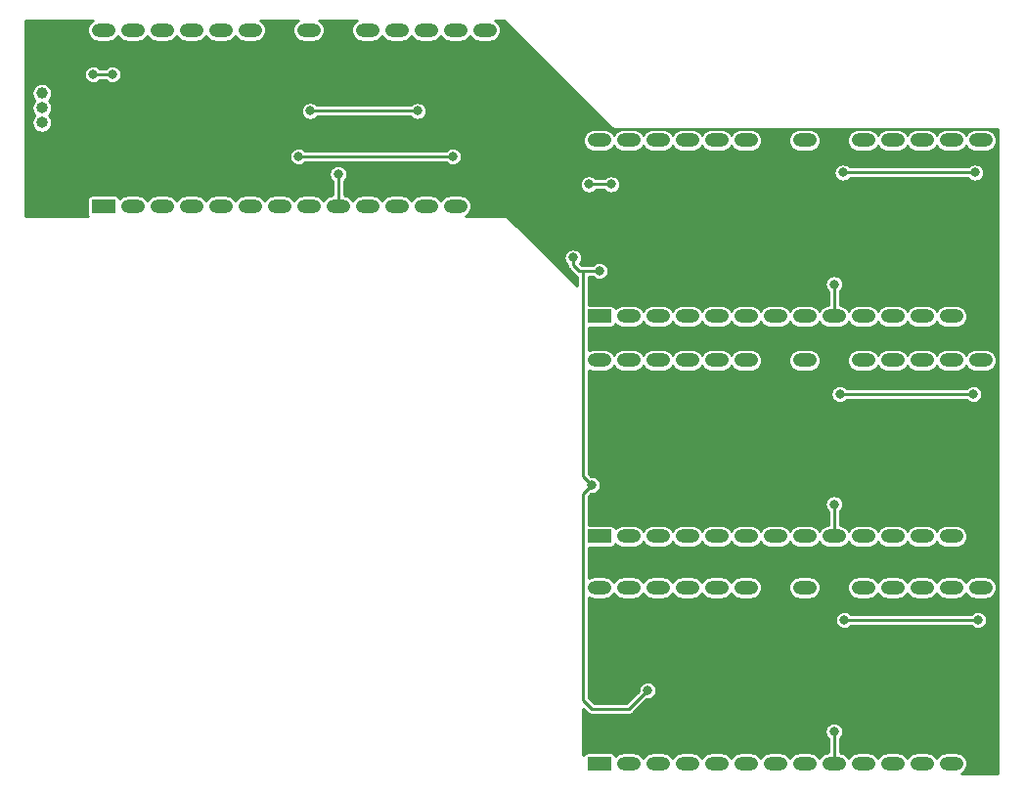
<source format=gbr>
%TF.GenerationSoftware,KiCad,Pcbnew,(5.1.10)-1*%
%TF.CreationDate,2023-06-12T08:51:03+01:00*%
%TF.ProjectId,pt8601_rom_adapter,70743836-3031-45f7-926f-6d5f61646170,rev?*%
%TF.SameCoordinates,Original*%
%TF.FileFunction,Copper,L2,Bot*%
%TF.FilePolarity,Positive*%
%FSLAX46Y46*%
G04 Gerber Fmt 4.6, Leading zero omitted, Abs format (unit mm)*
G04 Created by KiCad (PCBNEW (5.1.10)-1) date 2023-06-12 08:51:03*
%MOMM*%
%LPD*%
G01*
G04 APERTURE LIST*
%TA.AperFunction,ComponentPad*%
%ADD10O,2.050000X1.200000*%
%TD*%
%TA.AperFunction,ComponentPad*%
%ADD11R,2.050000X1.200000*%
%TD*%
%TA.AperFunction,ComponentPad*%
%ADD12O,1.000000X1.000000*%
%TD*%
%TA.AperFunction,ComponentPad*%
%ADD13C,1.000000*%
%TD*%
%TA.AperFunction,ViaPad*%
%ADD14C,0.800000*%
%TD*%
%TA.AperFunction,Conductor*%
%ADD15C,0.250000*%
%TD*%
%TA.AperFunction,Conductor*%
%ADD16C,0.254000*%
%TD*%
%TA.AperFunction,Conductor*%
%ADD17C,0.100000*%
%TD*%
G04 APERTURE END LIST*
D10*
%TO.P,U6,28*%
%TO.N,VCC*%
X161874200Y-109524800D03*
%TO.P,U6,14*%
%TO.N,GND*%
X194894200Y-124764800D03*
%TO.P,U6,27*%
%TO.N,/AD14*%
X164414200Y-109524800D03*
%TO.P,U6,13*%
%TO.N,/DD2*%
X192354200Y-124764800D03*
%TO.P,U6,26*%
%TO.N,/AD13*%
X166954200Y-109524800D03*
%TO.P,U6,12*%
%TO.N,/DD1*%
X189814200Y-124764800D03*
%TO.P,U6,25*%
%TO.N,/AD8*%
X169494200Y-109524800D03*
%TO.P,U6,11*%
%TO.N,/DD0*%
X187274200Y-124764800D03*
%TO.P,U6,24*%
%TO.N,/AD9*%
X172034200Y-109524800D03*
%TO.P,U6,10*%
%TO.N,/AD0*%
X184734200Y-124764800D03*
%TO.P,U6,23*%
%TO.N,/AD11*%
X174574200Y-109524800D03*
%TO.P,U6,9*%
%TO.N,/AD1*%
X182194200Y-124764800D03*
%TO.P,U6,22*%
%TO.N,GND*%
X177114200Y-109524800D03*
%TO.P,U6,8*%
%TO.N,/AD2*%
X179654200Y-124764800D03*
%TO.P,U6,21*%
%TO.N,/AD10*%
X179654200Y-109524800D03*
%TO.P,U6,7*%
%TO.N,/AD3*%
X177114200Y-124764800D03*
%TO.P,U6,20*%
%TO.N,GND*%
X182194200Y-109524800D03*
%TO.P,U6,6*%
%TO.N,/AD4*%
X174574200Y-124764800D03*
%TO.P,U6,19*%
%TO.N,/DD7*%
X184734200Y-109524800D03*
%TO.P,U6,5*%
%TO.N,/AD5*%
X172034200Y-124764800D03*
%TO.P,U6,18*%
%TO.N,/DD6*%
X187274200Y-109524800D03*
%TO.P,U6,4*%
%TO.N,/AD6*%
X169494200Y-124764800D03*
%TO.P,U6,17*%
%TO.N,/DD5*%
X189814200Y-109524800D03*
%TO.P,U6,3*%
%TO.N,/AD7*%
X166954200Y-124764800D03*
%TO.P,U6,16*%
%TO.N,/DD4*%
X192354200Y-109524800D03*
%TO.P,U6,2*%
%TO.N,/AD12*%
X164414200Y-124764800D03*
%TO.P,U6,15*%
%TO.N,/DD3*%
X194894200Y-109524800D03*
D11*
%TO.P,U6,1*%
%TO.N,/AD15*%
X161874200Y-124764800D03*
%TD*%
D10*
%TO.P,U2,28*%
%TO.N,VCC*%
X161874200Y-89839800D03*
%TO.P,U2,14*%
%TO.N,GND*%
X194894200Y-105079800D03*
%TO.P,U2,27*%
%TO.N,/AC14*%
X164414200Y-89839800D03*
%TO.P,U2,13*%
%TO.N,/DC2*%
X192354200Y-105079800D03*
%TO.P,U2,26*%
%TO.N,/AC13*%
X166954200Y-89839800D03*
%TO.P,U2,12*%
%TO.N,/DC1*%
X189814200Y-105079800D03*
%TO.P,U2,25*%
%TO.N,/AC8*%
X169494200Y-89839800D03*
%TO.P,U2,11*%
%TO.N,/DC0*%
X187274200Y-105079800D03*
%TO.P,U2,24*%
%TO.N,/AC9*%
X172034200Y-89839800D03*
%TO.P,U2,10*%
%TO.N,/AC0*%
X184734200Y-105079800D03*
%TO.P,U2,23*%
%TO.N,/AC11*%
X174574200Y-89839800D03*
%TO.P,U2,9*%
%TO.N,/AC1*%
X182194200Y-105079800D03*
%TO.P,U2,22*%
%TO.N,GND*%
X177114200Y-89839800D03*
%TO.P,U2,8*%
%TO.N,/AC2*%
X179654200Y-105079800D03*
%TO.P,U2,21*%
%TO.N,/AC10*%
X179654200Y-89839800D03*
%TO.P,U2,7*%
%TO.N,/AC3*%
X177114200Y-105079800D03*
%TO.P,U2,20*%
%TO.N,GND*%
X182194200Y-89839800D03*
%TO.P,U2,6*%
%TO.N,/AC4*%
X174574200Y-105079800D03*
%TO.P,U2,19*%
%TO.N,/DC7*%
X184734200Y-89839800D03*
%TO.P,U2,5*%
%TO.N,/AC5*%
X172034200Y-105079800D03*
%TO.P,U2,18*%
%TO.N,/DC6*%
X187274200Y-89839800D03*
%TO.P,U2,4*%
%TO.N,/AC6*%
X169494200Y-105079800D03*
%TO.P,U2,17*%
%TO.N,/DC5*%
X189814200Y-89839800D03*
%TO.P,U2,3*%
%TO.N,/AC7*%
X166954200Y-105079800D03*
%TO.P,U2,16*%
%TO.N,/DC4*%
X192354200Y-89839800D03*
%TO.P,U2,2*%
%TO.N,/AC12*%
X164414200Y-105079800D03*
%TO.P,U2,15*%
%TO.N,/DC3*%
X194894200Y-89839800D03*
D11*
%TO.P,U2,1*%
%TO.N,/AC15*%
X161874200Y-105079800D03*
%TD*%
D10*
%TO.P,U5,28*%
%TO.N,VCC*%
X161874200Y-70789800D03*
%TO.P,U5,14*%
%TO.N,GND*%
X194894200Y-86029800D03*
%TO.P,U5,27*%
%TO.N,/AB14*%
X164414200Y-70789800D03*
%TO.P,U5,13*%
%TO.N,/DB2*%
X192354200Y-86029800D03*
%TO.P,U5,26*%
%TO.N,/AB13*%
X166954200Y-70789800D03*
%TO.P,U5,12*%
%TO.N,/DB1*%
X189814200Y-86029800D03*
%TO.P,U5,25*%
%TO.N,/AB8*%
X169494200Y-70789800D03*
%TO.P,U5,11*%
%TO.N,/DB0*%
X187274200Y-86029800D03*
%TO.P,U5,24*%
%TO.N,/AB9*%
X172034200Y-70789800D03*
%TO.P,U5,10*%
%TO.N,/AB0*%
X184734200Y-86029800D03*
%TO.P,U5,23*%
%TO.N,/AB11*%
X174574200Y-70789800D03*
%TO.P,U5,9*%
%TO.N,/AB1*%
X182194200Y-86029800D03*
%TO.P,U5,22*%
%TO.N,GND*%
X177114200Y-70789800D03*
%TO.P,U5,8*%
%TO.N,/AB2*%
X179654200Y-86029800D03*
%TO.P,U5,21*%
%TO.N,/AB10*%
X179654200Y-70789800D03*
%TO.P,U5,7*%
%TO.N,/AB3*%
X177114200Y-86029800D03*
%TO.P,U5,20*%
%TO.N,GND*%
X182194200Y-70789800D03*
%TO.P,U5,6*%
%TO.N,/AB4*%
X174574200Y-86029800D03*
%TO.P,U5,19*%
%TO.N,/DB7*%
X184734200Y-70789800D03*
%TO.P,U5,5*%
%TO.N,/AB5*%
X172034200Y-86029800D03*
%TO.P,U5,18*%
%TO.N,/DB6*%
X187274200Y-70789800D03*
%TO.P,U5,4*%
%TO.N,/AB6*%
X169494200Y-86029800D03*
%TO.P,U5,17*%
%TO.N,/DB5*%
X189814200Y-70789800D03*
%TO.P,U5,3*%
%TO.N,/AB7*%
X166954200Y-86029800D03*
%TO.P,U5,16*%
%TO.N,/DB4*%
X192354200Y-70789800D03*
%TO.P,U5,2*%
%TO.N,/AB12*%
X164414200Y-86029800D03*
%TO.P,U5,15*%
%TO.N,/DB3*%
X194894200Y-70789800D03*
D11*
%TO.P,U5,1*%
%TO.N,/AB15*%
X161874200Y-86029800D03*
%TD*%
D10*
%TO.P,U1,28*%
%TO.N,VCC*%
X118948200Y-61264800D03*
%TO.P,U1,14*%
%TO.N,GND*%
X151968200Y-76504800D03*
%TO.P,U1,27*%
%TO.N,/AA14*%
X121488200Y-61264800D03*
%TO.P,U1,13*%
%TO.N,/DA2*%
X149428200Y-76504800D03*
%TO.P,U1,26*%
%TO.N,/AA13*%
X124028200Y-61264800D03*
%TO.P,U1,12*%
%TO.N,/DA1*%
X146888200Y-76504800D03*
%TO.P,U1,25*%
%TO.N,/AA8*%
X126568200Y-61264800D03*
%TO.P,U1,11*%
%TO.N,/DA0*%
X144348200Y-76504800D03*
%TO.P,U1,24*%
%TO.N,/AA9*%
X129108200Y-61264800D03*
%TO.P,U1,10*%
%TO.N,/AA0*%
X141808200Y-76504800D03*
%TO.P,U1,23*%
%TO.N,/AA11*%
X131648200Y-61264800D03*
%TO.P,U1,9*%
%TO.N,/AA1*%
X139268200Y-76504800D03*
%TO.P,U1,22*%
%TO.N,GND*%
X134188200Y-61264800D03*
%TO.P,U1,8*%
%TO.N,/AA2*%
X136728200Y-76504800D03*
%TO.P,U1,21*%
%TO.N,/AA10*%
X136728200Y-61264800D03*
%TO.P,U1,7*%
%TO.N,/AA3*%
X134188200Y-76504800D03*
%TO.P,U1,20*%
%TO.N,GND*%
X139268200Y-61264800D03*
%TO.P,U1,6*%
%TO.N,/AA4*%
X131648200Y-76504800D03*
%TO.P,U1,19*%
%TO.N,/DA7*%
X141808200Y-61264800D03*
%TO.P,U1,5*%
%TO.N,/AA5*%
X129108200Y-76504800D03*
%TO.P,U1,18*%
%TO.N,/DA6*%
X144348200Y-61264800D03*
%TO.P,U1,4*%
%TO.N,/AA6*%
X126568200Y-76504800D03*
%TO.P,U1,17*%
%TO.N,/DA5*%
X146888200Y-61264800D03*
%TO.P,U1,3*%
%TO.N,/AA7*%
X124028200Y-76504800D03*
%TO.P,U1,16*%
%TO.N,/DA4*%
X149428200Y-61264800D03*
%TO.P,U1,2*%
%TO.N,/AA12*%
X121488200Y-76504800D03*
%TO.P,U1,15*%
%TO.N,/DA3*%
X151968200Y-61264800D03*
D11*
%TO.P,U1,1*%
%TO.N,/AA15*%
X118948200Y-76504800D03*
%TD*%
D12*
%TO.P,J1,3*%
%TO.N,/A18*%
X113614200Y-69265800D03*
%TO.P,J1,2*%
%TO.N,/A17*%
X113614200Y-67995800D03*
D13*
%TO.P,J1,1*%
%TO.N,/A16*%
X113614200Y-66725800D03*
%TD*%
D14*
%TO.N,GND*%
X164668200Y-98348800D03*
X164795200Y-79425800D03*
X164668200Y-118160800D03*
X157937200Y-79933800D03*
X161874200Y-80822800D03*
X134950200Y-65328800D03*
X121488200Y-68757800D03*
X115646200Y-71043800D03*
X113868200Y-74218800D03*
X116154200Y-67106800D03*
X114757200Y-63296800D03*
X121615200Y-63677800D03*
X132918198Y-66344802D03*
X127203200Y-71043800D03*
X178384200Y-75869800D03*
X178384200Y-94919800D03*
X178384200Y-114604800D03*
X178384200Y-74091800D03*
X178384200Y-93141808D03*
X178384200Y-112826800D03*
X164668200Y-113080800D03*
X164668200Y-93268800D03*
%TO.N,/A17*%
X183083200Y-112318800D03*
X182956200Y-73583800D03*
X182702200Y-92760794D03*
X162890200Y-74599800D03*
X160985200Y-74599800D03*
X118059200Y-65074800D03*
X119710200Y-65074800D03*
X146126200Y-68249800D03*
X194386200Y-73583800D03*
X194259200Y-92760800D03*
X194640200Y-112318800D03*
X136855200Y-68249800D03*
%TO.N,/A16*%
X161239200Y-100634800D03*
X166065200Y-118414800D03*
X149174200Y-72186800D03*
X135839200Y-72186800D03*
X159588200Y-80949800D03*
X161874200Y-82092800D03*
%TO.N,/AA1*%
X139268200Y-73722300D03*
%TO.N,/AC1*%
X182194200Y-102297300D03*
%TO.N,/AB1*%
X182194200Y-83247300D03*
%TO.N,/AD1*%
X182194200Y-121970800D03*
%TD*%
D15*
%TO.N,GND*%
X194894200Y-105079800D02*
X194894200Y-93141800D01*
X194894200Y-93141800D02*
X196244210Y-91791790D01*
X196244210Y-87379810D02*
X194894200Y-86029800D01*
X196244210Y-91791790D02*
X196244210Y-87379810D01*
X164795200Y-79425800D02*
X166446200Y-77774800D01*
X164668200Y-98348800D02*
X166192200Y-96824800D01*
X164668200Y-118160800D02*
X166319200Y-116509800D01*
X160985200Y-79933800D02*
X161874200Y-80822800D01*
X157937200Y-79933800D02*
X160985200Y-79933800D01*
X113868200Y-72821800D02*
X113868200Y-74218800D01*
X115646200Y-71043800D02*
X113868200Y-72821800D01*
X114757200Y-65709800D02*
X114757200Y-63296800D01*
X116154200Y-67106800D02*
X114757200Y-65709800D01*
X121234200Y-63296800D02*
X121615200Y-63677800D01*
X114757200Y-63296800D02*
X121234200Y-63296800D01*
X134950200Y-65328800D02*
X133934198Y-66344802D01*
X133934198Y-66344802D02*
X132918198Y-66344802D01*
X131902198Y-66344802D02*
X127203200Y-71043800D01*
X132918198Y-66344802D02*
X131902198Y-66344802D01*
X177984201Y-76269799D02*
X178384200Y-75869800D01*
X176479200Y-77774800D02*
X177984201Y-76269799D01*
X166446200Y-77774800D02*
X176479200Y-77774800D01*
X185584200Y-75869800D02*
X178384200Y-75869800D01*
X194894200Y-85179800D02*
X185584200Y-75869800D01*
X194894200Y-86029800D02*
X194894200Y-85179800D01*
X177984201Y-95319799D02*
X178384200Y-94919800D01*
X176479200Y-96824800D02*
X177984201Y-95319799D01*
X166192200Y-96824800D02*
X176479200Y-96824800D01*
X194005200Y-114604800D02*
X178384200Y-114604800D01*
X196244210Y-106429810D02*
X196244210Y-112365790D01*
X177984201Y-115004799D02*
X178384200Y-114604800D01*
X176479200Y-116509800D02*
X177984201Y-115004799D01*
X196244210Y-112365790D02*
X194005200Y-114604800D01*
X194894200Y-105079800D02*
X196244210Y-106429810D01*
X166319200Y-116509800D02*
X176479200Y-116509800D01*
X178384200Y-75869800D02*
X178384200Y-74091800D01*
X178384200Y-94919800D02*
X178384200Y-93141808D01*
X178384200Y-114604800D02*
X178384200Y-112826800D01*
X124917200Y-68757800D02*
X127203200Y-71043800D01*
X121488200Y-68757800D02*
X124917200Y-68757800D01*
X164668200Y-118160800D02*
X164668200Y-113080800D01*
X164668200Y-98348800D02*
X164668200Y-93268800D01*
%TO.N,/A17*%
X162890200Y-74599800D02*
X160985200Y-74599800D01*
X119710200Y-65074800D02*
X118059200Y-65074800D01*
X193370200Y-73583800D02*
X194386200Y-73583800D01*
X182956200Y-73583800D02*
X193370200Y-73583800D01*
X194259194Y-92760794D02*
X194259200Y-92760800D01*
X182702200Y-92760794D02*
X194259194Y-92760794D01*
X183083200Y-112318800D02*
X194640200Y-112318800D01*
X146126200Y-68249800D02*
X136855200Y-68249800D01*
%TO.N,/A16*%
X161239200Y-100634800D02*
X160458201Y-99853801D01*
X149174200Y-72186800D02*
X135839200Y-72186800D01*
X159588200Y-81584800D02*
X159588200Y-80949800D01*
X160477200Y-82092800D02*
X160458201Y-82111799D01*
X161874200Y-82092800D02*
X160477200Y-82092800D01*
X160458201Y-99853801D02*
X160458201Y-82111799D01*
X160096200Y-82092800D02*
X159588200Y-81584800D01*
X160477200Y-82092800D02*
X160096200Y-82092800D01*
X164414200Y-120065800D02*
X166065200Y-118414800D01*
X161239200Y-120065800D02*
X164414200Y-120065800D01*
X160446210Y-119272810D02*
X161239200Y-120065800D01*
X160446210Y-101427790D02*
X160446210Y-119272810D01*
X161239200Y-100634800D02*
X160446210Y-101427790D01*
%TO.N,/AA1*%
X139268200Y-73722300D02*
X139268200Y-76504800D01*
%TO.N,/AC1*%
X182194200Y-102297300D02*
X182194200Y-105079800D01*
%TO.N,/AB1*%
X182194200Y-83247300D02*
X182194200Y-86029800D01*
%TO.N,/AD1*%
X182194200Y-121970800D02*
X182194200Y-124764800D01*
%TD*%
D16*
%TO.N,GND*%
X117975549Y-60445182D02*
X117826172Y-60567772D01*
X117703582Y-60717149D01*
X117612489Y-60887571D01*
X117556395Y-61072490D01*
X117537454Y-61264800D01*
X117556395Y-61457110D01*
X117612489Y-61642029D01*
X117703582Y-61812451D01*
X117826172Y-61961828D01*
X117975549Y-62084418D01*
X118145971Y-62175511D01*
X118330890Y-62231605D01*
X118475013Y-62245800D01*
X119421387Y-62245800D01*
X119565510Y-62231605D01*
X119750429Y-62175511D01*
X119920851Y-62084418D01*
X120070228Y-61961828D01*
X120192818Y-61812451D01*
X120218200Y-61764965D01*
X120243582Y-61812451D01*
X120366172Y-61961828D01*
X120515549Y-62084418D01*
X120685971Y-62175511D01*
X120870890Y-62231605D01*
X121015013Y-62245800D01*
X121961387Y-62245800D01*
X122105510Y-62231605D01*
X122290429Y-62175511D01*
X122460851Y-62084418D01*
X122610228Y-61961828D01*
X122732818Y-61812451D01*
X122758200Y-61764965D01*
X122783582Y-61812451D01*
X122906172Y-61961828D01*
X123055549Y-62084418D01*
X123225971Y-62175511D01*
X123410890Y-62231605D01*
X123555013Y-62245800D01*
X124501387Y-62245800D01*
X124645510Y-62231605D01*
X124830429Y-62175511D01*
X125000851Y-62084418D01*
X125150228Y-61961828D01*
X125272818Y-61812451D01*
X125298200Y-61764965D01*
X125323582Y-61812451D01*
X125446172Y-61961828D01*
X125595549Y-62084418D01*
X125765971Y-62175511D01*
X125950890Y-62231605D01*
X126095013Y-62245800D01*
X127041387Y-62245800D01*
X127185510Y-62231605D01*
X127370429Y-62175511D01*
X127540851Y-62084418D01*
X127690228Y-61961828D01*
X127812818Y-61812451D01*
X127838200Y-61764965D01*
X127863582Y-61812451D01*
X127986172Y-61961828D01*
X128135549Y-62084418D01*
X128305971Y-62175511D01*
X128490890Y-62231605D01*
X128635013Y-62245800D01*
X129581387Y-62245800D01*
X129725510Y-62231605D01*
X129910429Y-62175511D01*
X130080851Y-62084418D01*
X130230228Y-61961828D01*
X130352818Y-61812451D01*
X130378200Y-61764965D01*
X130403582Y-61812451D01*
X130526172Y-61961828D01*
X130675549Y-62084418D01*
X130845971Y-62175511D01*
X131030890Y-62231605D01*
X131175013Y-62245800D01*
X132121387Y-62245800D01*
X132265510Y-62231605D01*
X132450429Y-62175511D01*
X132620851Y-62084418D01*
X132770228Y-61961828D01*
X132892818Y-61812451D01*
X132983911Y-61642029D01*
X133040005Y-61457110D01*
X133058946Y-61264800D01*
X133040005Y-61072490D01*
X132983911Y-60887571D01*
X132892818Y-60717149D01*
X132770228Y-60567772D01*
X132620851Y-60445182D01*
X132537819Y-60400800D01*
X135838581Y-60400800D01*
X135755549Y-60445182D01*
X135606172Y-60567772D01*
X135483582Y-60717149D01*
X135392489Y-60887571D01*
X135336395Y-61072490D01*
X135317454Y-61264800D01*
X135336395Y-61457110D01*
X135392489Y-61642029D01*
X135483582Y-61812451D01*
X135606172Y-61961828D01*
X135755549Y-62084418D01*
X135925971Y-62175511D01*
X136110890Y-62231605D01*
X136255013Y-62245800D01*
X137201387Y-62245800D01*
X137345510Y-62231605D01*
X137530429Y-62175511D01*
X137700851Y-62084418D01*
X137850228Y-61961828D01*
X137972818Y-61812451D01*
X138063911Y-61642029D01*
X138120005Y-61457110D01*
X138138946Y-61264800D01*
X138120005Y-61072490D01*
X138063911Y-60887571D01*
X137972818Y-60717149D01*
X137850228Y-60567772D01*
X137700851Y-60445182D01*
X137617819Y-60400800D01*
X140918581Y-60400800D01*
X140835549Y-60445182D01*
X140686172Y-60567772D01*
X140563582Y-60717149D01*
X140472489Y-60887571D01*
X140416395Y-61072490D01*
X140397454Y-61264800D01*
X140416395Y-61457110D01*
X140472489Y-61642029D01*
X140563582Y-61812451D01*
X140686172Y-61961828D01*
X140835549Y-62084418D01*
X141005971Y-62175511D01*
X141190890Y-62231605D01*
X141335013Y-62245800D01*
X142281387Y-62245800D01*
X142425510Y-62231605D01*
X142610429Y-62175511D01*
X142780851Y-62084418D01*
X142930228Y-61961828D01*
X143052818Y-61812451D01*
X143078200Y-61764965D01*
X143103582Y-61812451D01*
X143226172Y-61961828D01*
X143375549Y-62084418D01*
X143545971Y-62175511D01*
X143730890Y-62231605D01*
X143875013Y-62245800D01*
X144821387Y-62245800D01*
X144965510Y-62231605D01*
X145150429Y-62175511D01*
X145320851Y-62084418D01*
X145470228Y-61961828D01*
X145592818Y-61812451D01*
X145618200Y-61764965D01*
X145643582Y-61812451D01*
X145766172Y-61961828D01*
X145915549Y-62084418D01*
X146085971Y-62175511D01*
X146270890Y-62231605D01*
X146415013Y-62245800D01*
X147361387Y-62245800D01*
X147505510Y-62231605D01*
X147690429Y-62175511D01*
X147860851Y-62084418D01*
X148010228Y-61961828D01*
X148132818Y-61812451D01*
X148158200Y-61764965D01*
X148183582Y-61812451D01*
X148306172Y-61961828D01*
X148455549Y-62084418D01*
X148625971Y-62175511D01*
X148810890Y-62231605D01*
X148955013Y-62245800D01*
X149901387Y-62245800D01*
X150045510Y-62231605D01*
X150230429Y-62175511D01*
X150400851Y-62084418D01*
X150550228Y-61961828D01*
X150672818Y-61812451D01*
X150698200Y-61764965D01*
X150723582Y-61812451D01*
X150846172Y-61961828D01*
X150995549Y-62084418D01*
X151165971Y-62175511D01*
X151350890Y-62231605D01*
X151495013Y-62245800D01*
X152441387Y-62245800D01*
X152585510Y-62231605D01*
X152770429Y-62175511D01*
X152940851Y-62084418D01*
X153090228Y-61961828D01*
X153212818Y-61812451D01*
X153303911Y-61642029D01*
X153360005Y-61457110D01*
X153378946Y-61264800D01*
X153360005Y-61072490D01*
X153303911Y-60887571D01*
X153212818Y-60717149D01*
X153090228Y-60567772D01*
X152940851Y-60445182D01*
X152857819Y-60400800D01*
X153578031Y-60400800D01*
X162843011Y-69665781D01*
X162855726Y-69681274D01*
X162917547Y-69732010D01*
X162988079Y-69769710D01*
X163064610Y-69792925D01*
X163124259Y-69798800D01*
X163124266Y-69798800D01*
X163144199Y-69800763D01*
X163164132Y-69798800D01*
X196393200Y-69798800D01*
X196393201Y-125628800D01*
X193243819Y-125628800D01*
X193326851Y-125584418D01*
X193476228Y-125461828D01*
X193598818Y-125312451D01*
X193689911Y-125142029D01*
X193746005Y-124957110D01*
X193764946Y-124764800D01*
X193746005Y-124572490D01*
X193689911Y-124387571D01*
X193598818Y-124217149D01*
X193476228Y-124067772D01*
X193326851Y-123945182D01*
X193156429Y-123854089D01*
X192971510Y-123797995D01*
X192827387Y-123783800D01*
X191881013Y-123783800D01*
X191736890Y-123797995D01*
X191551971Y-123854089D01*
X191381549Y-123945182D01*
X191232172Y-124067772D01*
X191109582Y-124217149D01*
X191084200Y-124264635D01*
X191058818Y-124217149D01*
X190936228Y-124067772D01*
X190786851Y-123945182D01*
X190616429Y-123854089D01*
X190431510Y-123797995D01*
X190287387Y-123783800D01*
X189341013Y-123783800D01*
X189196890Y-123797995D01*
X189011971Y-123854089D01*
X188841549Y-123945182D01*
X188692172Y-124067772D01*
X188569582Y-124217149D01*
X188544200Y-124264635D01*
X188518818Y-124217149D01*
X188396228Y-124067772D01*
X188246851Y-123945182D01*
X188076429Y-123854089D01*
X187891510Y-123797995D01*
X187747387Y-123783800D01*
X186801013Y-123783800D01*
X186656890Y-123797995D01*
X186471971Y-123854089D01*
X186301549Y-123945182D01*
X186152172Y-124067772D01*
X186029582Y-124217149D01*
X186004200Y-124264635D01*
X185978818Y-124217149D01*
X185856228Y-124067772D01*
X185706851Y-123945182D01*
X185536429Y-123854089D01*
X185351510Y-123797995D01*
X185207387Y-123783800D01*
X184261013Y-123783800D01*
X184116890Y-123797995D01*
X183931971Y-123854089D01*
X183761549Y-123945182D01*
X183612172Y-124067772D01*
X183489582Y-124217149D01*
X183464200Y-124264635D01*
X183438818Y-124217149D01*
X183316228Y-124067772D01*
X183166851Y-123945182D01*
X182996429Y-123854089D01*
X182811510Y-123797995D01*
X182700200Y-123787032D01*
X182700200Y-122569301D01*
X182800842Y-122468659D01*
X182886313Y-122340742D01*
X182945187Y-122198609D01*
X182975200Y-122047722D01*
X182975200Y-121893878D01*
X182945187Y-121742991D01*
X182886313Y-121600858D01*
X182800842Y-121472941D01*
X182692059Y-121364158D01*
X182564142Y-121278687D01*
X182422009Y-121219813D01*
X182271122Y-121189800D01*
X182117278Y-121189800D01*
X181966391Y-121219813D01*
X181824258Y-121278687D01*
X181696341Y-121364158D01*
X181587558Y-121472941D01*
X181502087Y-121600858D01*
X181443213Y-121742991D01*
X181413200Y-121893878D01*
X181413200Y-122047722D01*
X181443213Y-122198609D01*
X181502087Y-122340742D01*
X181587558Y-122468659D01*
X181688200Y-122569301D01*
X181688201Y-123787032D01*
X181576890Y-123797995D01*
X181391971Y-123854089D01*
X181221549Y-123945182D01*
X181072172Y-124067772D01*
X180949582Y-124217149D01*
X180924200Y-124264635D01*
X180898818Y-124217149D01*
X180776228Y-124067772D01*
X180626851Y-123945182D01*
X180456429Y-123854089D01*
X180271510Y-123797995D01*
X180127387Y-123783800D01*
X179181013Y-123783800D01*
X179036890Y-123797995D01*
X178851971Y-123854089D01*
X178681549Y-123945182D01*
X178532172Y-124067772D01*
X178409582Y-124217149D01*
X178384200Y-124264635D01*
X178358818Y-124217149D01*
X178236228Y-124067772D01*
X178086851Y-123945182D01*
X177916429Y-123854089D01*
X177731510Y-123797995D01*
X177587387Y-123783800D01*
X176641013Y-123783800D01*
X176496890Y-123797995D01*
X176311971Y-123854089D01*
X176141549Y-123945182D01*
X175992172Y-124067772D01*
X175869582Y-124217149D01*
X175844200Y-124264635D01*
X175818818Y-124217149D01*
X175696228Y-124067772D01*
X175546851Y-123945182D01*
X175376429Y-123854089D01*
X175191510Y-123797995D01*
X175047387Y-123783800D01*
X174101013Y-123783800D01*
X173956890Y-123797995D01*
X173771971Y-123854089D01*
X173601549Y-123945182D01*
X173452172Y-124067772D01*
X173329582Y-124217149D01*
X173304200Y-124264635D01*
X173278818Y-124217149D01*
X173156228Y-124067772D01*
X173006851Y-123945182D01*
X172836429Y-123854089D01*
X172651510Y-123797995D01*
X172507387Y-123783800D01*
X171561013Y-123783800D01*
X171416890Y-123797995D01*
X171231971Y-123854089D01*
X171061549Y-123945182D01*
X170912172Y-124067772D01*
X170789582Y-124217149D01*
X170764200Y-124264635D01*
X170738818Y-124217149D01*
X170616228Y-124067772D01*
X170466851Y-123945182D01*
X170296429Y-123854089D01*
X170111510Y-123797995D01*
X169967387Y-123783800D01*
X169021013Y-123783800D01*
X168876890Y-123797995D01*
X168691971Y-123854089D01*
X168521549Y-123945182D01*
X168372172Y-124067772D01*
X168249582Y-124217149D01*
X168224200Y-124264635D01*
X168198818Y-124217149D01*
X168076228Y-124067772D01*
X167926851Y-123945182D01*
X167756429Y-123854089D01*
X167571510Y-123797995D01*
X167427387Y-123783800D01*
X166481013Y-123783800D01*
X166336890Y-123797995D01*
X166151971Y-123854089D01*
X165981549Y-123945182D01*
X165832172Y-124067772D01*
X165709582Y-124217149D01*
X165684200Y-124264635D01*
X165658818Y-124217149D01*
X165536228Y-124067772D01*
X165386851Y-123945182D01*
X165216429Y-123854089D01*
X165031510Y-123797995D01*
X164887387Y-123783800D01*
X163941013Y-123783800D01*
X163796890Y-123797995D01*
X163611971Y-123854089D01*
X163441549Y-123945182D01*
X163292172Y-124067772D01*
X163274458Y-124089357D01*
X163252901Y-124018292D01*
X163217522Y-123952104D01*
X163169911Y-123894089D01*
X163111896Y-123846478D01*
X163045708Y-123811099D01*
X162973889Y-123789313D01*
X162899200Y-123781957D01*
X160849200Y-123781957D01*
X160774511Y-123789313D01*
X160702692Y-123811099D01*
X160636504Y-123846478D01*
X160578489Y-123894089D01*
X160530878Y-123952104D01*
X160502200Y-124005756D01*
X160502200Y-120044392D01*
X160863828Y-120406020D01*
X160879673Y-120425327D01*
X160956721Y-120488559D01*
X161044625Y-120535545D01*
X161140006Y-120564478D01*
X161149894Y-120565452D01*
X161214346Y-120571800D01*
X161214353Y-120571800D01*
X161239199Y-120574247D01*
X161264045Y-120571800D01*
X164389354Y-120571800D01*
X164414200Y-120574247D01*
X164439046Y-120571800D01*
X164439054Y-120571800D01*
X164513393Y-120564478D01*
X164608775Y-120535545D01*
X164696679Y-120488559D01*
X164773727Y-120425327D01*
X164789576Y-120406015D01*
X165999792Y-119195800D01*
X166142122Y-119195800D01*
X166293009Y-119165787D01*
X166435142Y-119106913D01*
X166563059Y-119021442D01*
X166671842Y-118912659D01*
X166757313Y-118784742D01*
X166816187Y-118642609D01*
X166846200Y-118491722D01*
X166846200Y-118337878D01*
X166816187Y-118186991D01*
X166757313Y-118044858D01*
X166671842Y-117916941D01*
X166563059Y-117808158D01*
X166435142Y-117722687D01*
X166293009Y-117663813D01*
X166142122Y-117633800D01*
X165988278Y-117633800D01*
X165837391Y-117663813D01*
X165695258Y-117722687D01*
X165567341Y-117808158D01*
X165458558Y-117916941D01*
X165373087Y-118044858D01*
X165314213Y-118186991D01*
X165284200Y-118337878D01*
X165284200Y-118480208D01*
X164204609Y-119559800D01*
X161448792Y-119559800D01*
X160952210Y-119063219D01*
X160952210Y-112241878D01*
X182302200Y-112241878D01*
X182302200Y-112395722D01*
X182332213Y-112546609D01*
X182391087Y-112688742D01*
X182476558Y-112816659D01*
X182585341Y-112925442D01*
X182713258Y-113010913D01*
X182855391Y-113069787D01*
X183006278Y-113099800D01*
X183160122Y-113099800D01*
X183311009Y-113069787D01*
X183453142Y-113010913D01*
X183581059Y-112925442D01*
X183681701Y-112824800D01*
X194041699Y-112824800D01*
X194142341Y-112925442D01*
X194270258Y-113010913D01*
X194412391Y-113069787D01*
X194563278Y-113099800D01*
X194717122Y-113099800D01*
X194868009Y-113069787D01*
X195010142Y-113010913D01*
X195138059Y-112925442D01*
X195246842Y-112816659D01*
X195332313Y-112688742D01*
X195391187Y-112546609D01*
X195421200Y-112395722D01*
X195421200Y-112241878D01*
X195391187Y-112090991D01*
X195332313Y-111948858D01*
X195246842Y-111820941D01*
X195138059Y-111712158D01*
X195010142Y-111626687D01*
X194868009Y-111567813D01*
X194717122Y-111537800D01*
X194563278Y-111537800D01*
X194412391Y-111567813D01*
X194270258Y-111626687D01*
X194142341Y-111712158D01*
X194041699Y-111812800D01*
X183681701Y-111812800D01*
X183581059Y-111712158D01*
X183453142Y-111626687D01*
X183311009Y-111567813D01*
X183160122Y-111537800D01*
X183006278Y-111537800D01*
X182855391Y-111567813D01*
X182713258Y-111626687D01*
X182585341Y-111712158D01*
X182476558Y-111820941D01*
X182391087Y-111948858D01*
X182332213Y-112090991D01*
X182302200Y-112241878D01*
X160952210Y-112241878D01*
X160952210Y-110371497D01*
X161071971Y-110435511D01*
X161256890Y-110491605D01*
X161401013Y-110505800D01*
X162347387Y-110505800D01*
X162491510Y-110491605D01*
X162676429Y-110435511D01*
X162846851Y-110344418D01*
X162996228Y-110221828D01*
X163118818Y-110072451D01*
X163144200Y-110024965D01*
X163169582Y-110072451D01*
X163292172Y-110221828D01*
X163441549Y-110344418D01*
X163611971Y-110435511D01*
X163796890Y-110491605D01*
X163941013Y-110505800D01*
X164887387Y-110505800D01*
X165031510Y-110491605D01*
X165216429Y-110435511D01*
X165386851Y-110344418D01*
X165536228Y-110221828D01*
X165658818Y-110072451D01*
X165684200Y-110024965D01*
X165709582Y-110072451D01*
X165832172Y-110221828D01*
X165981549Y-110344418D01*
X166151971Y-110435511D01*
X166336890Y-110491605D01*
X166481013Y-110505800D01*
X167427387Y-110505800D01*
X167571510Y-110491605D01*
X167756429Y-110435511D01*
X167926851Y-110344418D01*
X168076228Y-110221828D01*
X168198818Y-110072451D01*
X168224200Y-110024965D01*
X168249582Y-110072451D01*
X168372172Y-110221828D01*
X168521549Y-110344418D01*
X168691971Y-110435511D01*
X168876890Y-110491605D01*
X169021013Y-110505800D01*
X169967387Y-110505800D01*
X170111510Y-110491605D01*
X170296429Y-110435511D01*
X170466851Y-110344418D01*
X170616228Y-110221828D01*
X170738818Y-110072451D01*
X170764200Y-110024965D01*
X170789582Y-110072451D01*
X170912172Y-110221828D01*
X171061549Y-110344418D01*
X171231971Y-110435511D01*
X171416890Y-110491605D01*
X171561013Y-110505800D01*
X172507387Y-110505800D01*
X172651510Y-110491605D01*
X172836429Y-110435511D01*
X173006851Y-110344418D01*
X173156228Y-110221828D01*
X173278818Y-110072451D01*
X173304200Y-110024965D01*
X173329582Y-110072451D01*
X173452172Y-110221828D01*
X173601549Y-110344418D01*
X173771971Y-110435511D01*
X173956890Y-110491605D01*
X174101013Y-110505800D01*
X175047387Y-110505800D01*
X175191510Y-110491605D01*
X175376429Y-110435511D01*
X175546851Y-110344418D01*
X175696228Y-110221828D01*
X175818818Y-110072451D01*
X175909911Y-109902029D01*
X175966005Y-109717110D01*
X175984946Y-109524800D01*
X178243454Y-109524800D01*
X178262395Y-109717110D01*
X178318489Y-109902029D01*
X178409582Y-110072451D01*
X178532172Y-110221828D01*
X178681549Y-110344418D01*
X178851971Y-110435511D01*
X179036890Y-110491605D01*
X179181013Y-110505800D01*
X180127387Y-110505800D01*
X180271510Y-110491605D01*
X180456429Y-110435511D01*
X180626851Y-110344418D01*
X180776228Y-110221828D01*
X180898818Y-110072451D01*
X180989911Y-109902029D01*
X181046005Y-109717110D01*
X181064946Y-109524800D01*
X183323454Y-109524800D01*
X183342395Y-109717110D01*
X183398489Y-109902029D01*
X183489582Y-110072451D01*
X183612172Y-110221828D01*
X183761549Y-110344418D01*
X183931971Y-110435511D01*
X184116890Y-110491605D01*
X184261013Y-110505800D01*
X185207387Y-110505800D01*
X185351510Y-110491605D01*
X185536429Y-110435511D01*
X185706851Y-110344418D01*
X185856228Y-110221828D01*
X185978818Y-110072451D01*
X186004200Y-110024965D01*
X186029582Y-110072451D01*
X186152172Y-110221828D01*
X186301549Y-110344418D01*
X186471971Y-110435511D01*
X186656890Y-110491605D01*
X186801013Y-110505800D01*
X187747387Y-110505800D01*
X187891510Y-110491605D01*
X188076429Y-110435511D01*
X188246851Y-110344418D01*
X188396228Y-110221828D01*
X188518818Y-110072451D01*
X188544200Y-110024965D01*
X188569582Y-110072451D01*
X188692172Y-110221828D01*
X188841549Y-110344418D01*
X189011971Y-110435511D01*
X189196890Y-110491605D01*
X189341013Y-110505800D01*
X190287387Y-110505800D01*
X190431510Y-110491605D01*
X190616429Y-110435511D01*
X190786851Y-110344418D01*
X190936228Y-110221828D01*
X191058818Y-110072451D01*
X191084200Y-110024965D01*
X191109582Y-110072451D01*
X191232172Y-110221828D01*
X191381549Y-110344418D01*
X191551971Y-110435511D01*
X191736890Y-110491605D01*
X191881013Y-110505800D01*
X192827387Y-110505800D01*
X192971510Y-110491605D01*
X193156429Y-110435511D01*
X193326851Y-110344418D01*
X193476228Y-110221828D01*
X193598818Y-110072451D01*
X193624200Y-110024965D01*
X193649582Y-110072451D01*
X193772172Y-110221828D01*
X193921549Y-110344418D01*
X194091971Y-110435511D01*
X194276890Y-110491605D01*
X194421013Y-110505800D01*
X195367387Y-110505800D01*
X195511510Y-110491605D01*
X195696429Y-110435511D01*
X195866851Y-110344418D01*
X196016228Y-110221828D01*
X196138818Y-110072451D01*
X196229911Y-109902029D01*
X196286005Y-109717110D01*
X196304946Y-109524800D01*
X196286005Y-109332490D01*
X196229911Y-109147571D01*
X196138818Y-108977149D01*
X196016228Y-108827772D01*
X195866851Y-108705182D01*
X195696429Y-108614089D01*
X195511510Y-108557995D01*
X195367387Y-108543800D01*
X194421013Y-108543800D01*
X194276890Y-108557995D01*
X194091971Y-108614089D01*
X193921549Y-108705182D01*
X193772172Y-108827772D01*
X193649582Y-108977149D01*
X193624200Y-109024635D01*
X193598818Y-108977149D01*
X193476228Y-108827772D01*
X193326851Y-108705182D01*
X193156429Y-108614089D01*
X192971510Y-108557995D01*
X192827387Y-108543800D01*
X191881013Y-108543800D01*
X191736890Y-108557995D01*
X191551971Y-108614089D01*
X191381549Y-108705182D01*
X191232172Y-108827772D01*
X191109582Y-108977149D01*
X191084200Y-109024635D01*
X191058818Y-108977149D01*
X190936228Y-108827772D01*
X190786851Y-108705182D01*
X190616429Y-108614089D01*
X190431510Y-108557995D01*
X190287387Y-108543800D01*
X189341013Y-108543800D01*
X189196890Y-108557995D01*
X189011971Y-108614089D01*
X188841549Y-108705182D01*
X188692172Y-108827772D01*
X188569582Y-108977149D01*
X188544200Y-109024635D01*
X188518818Y-108977149D01*
X188396228Y-108827772D01*
X188246851Y-108705182D01*
X188076429Y-108614089D01*
X187891510Y-108557995D01*
X187747387Y-108543800D01*
X186801013Y-108543800D01*
X186656890Y-108557995D01*
X186471971Y-108614089D01*
X186301549Y-108705182D01*
X186152172Y-108827772D01*
X186029582Y-108977149D01*
X186004200Y-109024635D01*
X185978818Y-108977149D01*
X185856228Y-108827772D01*
X185706851Y-108705182D01*
X185536429Y-108614089D01*
X185351510Y-108557995D01*
X185207387Y-108543800D01*
X184261013Y-108543800D01*
X184116890Y-108557995D01*
X183931971Y-108614089D01*
X183761549Y-108705182D01*
X183612172Y-108827772D01*
X183489582Y-108977149D01*
X183398489Y-109147571D01*
X183342395Y-109332490D01*
X183323454Y-109524800D01*
X181064946Y-109524800D01*
X181046005Y-109332490D01*
X180989911Y-109147571D01*
X180898818Y-108977149D01*
X180776228Y-108827772D01*
X180626851Y-108705182D01*
X180456429Y-108614089D01*
X180271510Y-108557995D01*
X180127387Y-108543800D01*
X179181013Y-108543800D01*
X179036890Y-108557995D01*
X178851971Y-108614089D01*
X178681549Y-108705182D01*
X178532172Y-108827772D01*
X178409582Y-108977149D01*
X178318489Y-109147571D01*
X178262395Y-109332490D01*
X178243454Y-109524800D01*
X175984946Y-109524800D01*
X175966005Y-109332490D01*
X175909911Y-109147571D01*
X175818818Y-108977149D01*
X175696228Y-108827772D01*
X175546851Y-108705182D01*
X175376429Y-108614089D01*
X175191510Y-108557995D01*
X175047387Y-108543800D01*
X174101013Y-108543800D01*
X173956890Y-108557995D01*
X173771971Y-108614089D01*
X173601549Y-108705182D01*
X173452172Y-108827772D01*
X173329582Y-108977149D01*
X173304200Y-109024635D01*
X173278818Y-108977149D01*
X173156228Y-108827772D01*
X173006851Y-108705182D01*
X172836429Y-108614089D01*
X172651510Y-108557995D01*
X172507387Y-108543800D01*
X171561013Y-108543800D01*
X171416890Y-108557995D01*
X171231971Y-108614089D01*
X171061549Y-108705182D01*
X170912172Y-108827772D01*
X170789582Y-108977149D01*
X170764200Y-109024635D01*
X170738818Y-108977149D01*
X170616228Y-108827772D01*
X170466851Y-108705182D01*
X170296429Y-108614089D01*
X170111510Y-108557995D01*
X169967387Y-108543800D01*
X169021013Y-108543800D01*
X168876890Y-108557995D01*
X168691971Y-108614089D01*
X168521549Y-108705182D01*
X168372172Y-108827772D01*
X168249582Y-108977149D01*
X168224200Y-109024635D01*
X168198818Y-108977149D01*
X168076228Y-108827772D01*
X167926851Y-108705182D01*
X167756429Y-108614089D01*
X167571510Y-108557995D01*
X167427387Y-108543800D01*
X166481013Y-108543800D01*
X166336890Y-108557995D01*
X166151971Y-108614089D01*
X165981549Y-108705182D01*
X165832172Y-108827772D01*
X165709582Y-108977149D01*
X165684200Y-109024635D01*
X165658818Y-108977149D01*
X165536228Y-108827772D01*
X165386851Y-108705182D01*
X165216429Y-108614089D01*
X165031510Y-108557995D01*
X164887387Y-108543800D01*
X163941013Y-108543800D01*
X163796890Y-108557995D01*
X163611971Y-108614089D01*
X163441549Y-108705182D01*
X163292172Y-108827772D01*
X163169582Y-108977149D01*
X163144200Y-109024635D01*
X163118818Y-108977149D01*
X162996228Y-108827772D01*
X162846851Y-108705182D01*
X162676429Y-108614089D01*
X162491510Y-108557995D01*
X162347387Y-108543800D01*
X161401013Y-108543800D01*
X161256890Y-108557995D01*
X161071971Y-108614089D01*
X160952210Y-108678103D01*
X160952210Y-106062643D01*
X162899200Y-106062643D01*
X162973889Y-106055287D01*
X163045708Y-106033501D01*
X163111896Y-105998122D01*
X163169911Y-105950511D01*
X163217522Y-105892496D01*
X163252901Y-105826308D01*
X163274458Y-105755243D01*
X163292172Y-105776828D01*
X163441549Y-105899418D01*
X163611971Y-105990511D01*
X163796890Y-106046605D01*
X163941013Y-106060800D01*
X164887387Y-106060800D01*
X165031510Y-106046605D01*
X165216429Y-105990511D01*
X165386851Y-105899418D01*
X165536228Y-105776828D01*
X165658818Y-105627451D01*
X165684200Y-105579965D01*
X165709582Y-105627451D01*
X165832172Y-105776828D01*
X165981549Y-105899418D01*
X166151971Y-105990511D01*
X166336890Y-106046605D01*
X166481013Y-106060800D01*
X167427387Y-106060800D01*
X167571510Y-106046605D01*
X167756429Y-105990511D01*
X167926851Y-105899418D01*
X168076228Y-105776828D01*
X168198818Y-105627451D01*
X168224200Y-105579965D01*
X168249582Y-105627451D01*
X168372172Y-105776828D01*
X168521549Y-105899418D01*
X168691971Y-105990511D01*
X168876890Y-106046605D01*
X169021013Y-106060800D01*
X169967387Y-106060800D01*
X170111510Y-106046605D01*
X170296429Y-105990511D01*
X170466851Y-105899418D01*
X170616228Y-105776828D01*
X170738818Y-105627451D01*
X170764200Y-105579965D01*
X170789582Y-105627451D01*
X170912172Y-105776828D01*
X171061549Y-105899418D01*
X171231971Y-105990511D01*
X171416890Y-106046605D01*
X171561013Y-106060800D01*
X172507387Y-106060800D01*
X172651510Y-106046605D01*
X172836429Y-105990511D01*
X173006851Y-105899418D01*
X173156228Y-105776828D01*
X173278818Y-105627451D01*
X173304200Y-105579965D01*
X173329582Y-105627451D01*
X173452172Y-105776828D01*
X173601549Y-105899418D01*
X173771971Y-105990511D01*
X173956890Y-106046605D01*
X174101013Y-106060800D01*
X175047387Y-106060800D01*
X175191510Y-106046605D01*
X175376429Y-105990511D01*
X175546851Y-105899418D01*
X175696228Y-105776828D01*
X175818818Y-105627451D01*
X175844200Y-105579965D01*
X175869582Y-105627451D01*
X175992172Y-105776828D01*
X176141549Y-105899418D01*
X176311971Y-105990511D01*
X176496890Y-106046605D01*
X176641013Y-106060800D01*
X177587387Y-106060800D01*
X177731510Y-106046605D01*
X177916429Y-105990511D01*
X178086851Y-105899418D01*
X178236228Y-105776828D01*
X178358818Y-105627451D01*
X178384200Y-105579965D01*
X178409582Y-105627451D01*
X178532172Y-105776828D01*
X178681549Y-105899418D01*
X178851971Y-105990511D01*
X179036890Y-106046605D01*
X179181013Y-106060800D01*
X180127387Y-106060800D01*
X180271510Y-106046605D01*
X180456429Y-105990511D01*
X180626851Y-105899418D01*
X180776228Y-105776828D01*
X180898818Y-105627451D01*
X180924200Y-105579965D01*
X180949582Y-105627451D01*
X181072172Y-105776828D01*
X181221549Y-105899418D01*
X181391971Y-105990511D01*
X181576890Y-106046605D01*
X181721013Y-106060800D01*
X182667387Y-106060800D01*
X182811510Y-106046605D01*
X182996429Y-105990511D01*
X183166851Y-105899418D01*
X183316228Y-105776828D01*
X183438818Y-105627451D01*
X183464200Y-105579965D01*
X183489582Y-105627451D01*
X183612172Y-105776828D01*
X183761549Y-105899418D01*
X183931971Y-105990511D01*
X184116890Y-106046605D01*
X184261013Y-106060800D01*
X185207387Y-106060800D01*
X185351510Y-106046605D01*
X185536429Y-105990511D01*
X185706851Y-105899418D01*
X185856228Y-105776828D01*
X185978818Y-105627451D01*
X186004200Y-105579965D01*
X186029582Y-105627451D01*
X186152172Y-105776828D01*
X186301549Y-105899418D01*
X186471971Y-105990511D01*
X186656890Y-106046605D01*
X186801013Y-106060800D01*
X187747387Y-106060800D01*
X187891510Y-106046605D01*
X188076429Y-105990511D01*
X188246851Y-105899418D01*
X188396228Y-105776828D01*
X188518818Y-105627451D01*
X188544200Y-105579965D01*
X188569582Y-105627451D01*
X188692172Y-105776828D01*
X188841549Y-105899418D01*
X189011971Y-105990511D01*
X189196890Y-106046605D01*
X189341013Y-106060800D01*
X190287387Y-106060800D01*
X190431510Y-106046605D01*
X190616429Y-105990511D01*
X190786851Y-105899418D01*
X190936228Y-105776828D01*
X191058818Y-105627451D01*
X191084200Y-105579965D01*
X191109582Y-105627451D01*
X191232172Y-105776828D01*
X191381549Y-105899418D01*
X191551971Y-105990511D01*
X191736890Y-106046605D01*
X191881013Y-106060800D01*
X192827387Y-106060800D01*
X192971510Y-106046605D01*
X193156429Y-105990511D01*
X193326851Y-105899418D01*
X193476228Y-105776828D01*
X193598818Y-105627451D01*
X193689911Y-105457029D01*
X193746005Y-105272110D01*
X193764946Y-105079800D01*
X193746005Y-104887490D01*
X193689911Y-104702571D01*
X193598818Y-104532149D01*
X193476228Y-104382772D01*
X193326851Y-104260182D01*
X193156429Y-104169089D01*
X192971510Y-104112995D01*
X192827387Y-104098800D01*
X191881013Y-104098800D01*
X191736890Y-104112995D01*
X191551971Y-104169089D01*
X191381549Y-104260182D01*
X191232172Y-104382772D01*
X191109582Y-104532149D01*
X191084200Y-104579635D01*
X191058818Y-104532149D01*
X190936228Y-104382772D01*
X190786851Y-104260182D01*
X190616429Y-104169089D01*
X190431510Y-104112995D01*
X190287387Y-104098800D01*
X189341013Y-104098800D01*
X189196890Y-104112995D01*
X189011971Y-104169089D01*
X188841549Y-104260182D01*
X188692172Y-104382772D01*
X188569582Y-104532149D01*
X188544200Y-104579635D01*
X188518818Y-104532149D01*
X188396228Y-104382772D01*
X188246851Y-104260182D01*
X188076429Y-104169089D01*
X187891510Y-104112995D01*
X187747387Y-104098800D01*
X186801013Y-104098800D01*
X186656890Y-104112995D01*
X186471971Y-104169089D01*
X186301549Y-104260182D01*
X186152172Y-104382772D01*
X186029582Y-104532149D01*
X186004200Y-104579635D01*
X185978818Y-104532149D01*
X185856228Y-104382772D01*
X185706851Y-104260182D01*
X185536429Y-104169089D01*
X185351510Y-104112995D01*
X185207387Y-104098800D01*
X184261013Y-104098800D01*
X184116890Y-104112995D01*
X183931971Y-104169089D01*
X183761549Y-104260182D01*
X183612172Y-104382772D01*
X183489582Y-104532149D01*
X183464200Y-104579635D01*
X183438818Y-104532149D01*
X183316228Y-104382772D01*
X183166851Y-104260182D01*
X182996429Y-104169089D01*
X182811510Y-104112995D01*
X182700200Y-104102032D01*
X182700200Y-102895801D01*
X182800842Y-102795159D01*
X182886313Y-102667242D01*
X182945187Y-102525109D01*
X182975200Y-102374222D01*
X182975200Y-102220378D01*
X182945187Y-102069491D01*
X182886313Y-101927358D01*
X182800842Y-101799441D01*
X182692059Y-101690658D01*
X182564142Y-101605187D01*
X182422009Y-101546313D01*
X182271122Y-101516300D01*
X182117278Y-101516300D01*
X181966391Y-101546313D01*
X181824258Y-101605187D01*
X181696341Y-101690658D01*
X181587558Y-101799441D01*
X181502087Y-101927358D01*
X181443213Y-102069491D01*
X181413200Y-102220378D01*
X181413200Y-102374222D01*
X181443213Y-102525109D01*
X181502087Y-102667242D01*
X181587558Y-102795159D01*
X181688200Y-102895801D01*
X181688201Y-104102032D01*
X181576890Y-104112995D01*
X181391971Y-104169089D01*
X181221549Y-104260182D01*
X181072172Y-104382772D01*
X180949582Y-104532149D01*
X180924200Y-104579635D01*
X180898818Y-104532149D01*
X180776228Y-104382772D01*
X180626851Y-104260182D01*
X180456429Y-104169089D01*
X180271510Y-104112995D01*
X180127387Y-104098800D01*
X179181013Y-104098800D01*
X179036890Y-104112995D01*
X178851971Y-104169089D01*
X178681549Y-104260182D01*
X178532172Y-104382772D01*
X178409582Y-104532149D01*
X178384200Y-104579635D01*
X178358818Y-104532149D01*
X178236228Y-104382772D01*
X178086851Y-104260182D01*
X177916429Y-104169089D01*
X177731510Y-104112995D01*
X177587387Y-104098800D01*
X176641013Y-104098800D01*
X176496890Y-104112995D01*
X176311971Y-104169089D01*
X176141549Y-104260182D01*
X175992172Y-104382772D01*
X175869582Y-104532149D01*
X175844200Y-104579635D01*
X175818818Y-104532149D01*
X175696228Y-104382772D01*
X175546851Y-104260182D01*
X175376429Y-104169089D01*
X175191510Y-104112995D01*
X175047387Y-104098800D01*
X174101013Y-104098800D01*
X173956890Y-104112995D01*
X173771971Y-104169089D01*
X173601549Y-104260182D01*
X173452172Y-104382772D01*
X173329582Y-104532149D01*
X173304200Y-104579635D01*
X173278818Y-104532149D01*
X173156228Y-104382772D01*
X173006851Y-104260182D01*
X172836429Y-104169089D01*
X172651510Y-104112995D01*
X172507387Y-104098800D01*
X171561013Y-104098800D01*
X171416890Y-104112995D01*
X171231971Y-104169089D01*
X171061549Y-104260182D01*
X170912172Y-104382772D01*
X170789582Y-104532149D01*
X170764200Y-104579635D01*
X170738818Y-104532149D01*
X170616228Y-104382772D01*
X170466851Y-104260182D01*
X170296429Y-104169089D01*
X170111510Y-104112995D01*
X169967387Y-104098800D01*
X169021013Y-104098800D01*
X168876890Y-104112995D01*
X168691971Y-104169089D01*
X168521549Y-104260182D01*
X168372172Y-104382772D01*
X168249582Y-104532149D01*
X168224200Y-104579635D01*
X168198818Y-104532149D01*
X168076228Y-104382772D01*
X167926851Y-104260182D01*
X167756429Y-104169089D01*
X167571510Y-104112995D01*
X167427387Y-104098800D01*
X166481013Y-104098800D01*
X166336890Y-104112995D01*
X166151971Y-104169089D01*
X165981549Y-104260182D01*
X165832172Y-104382772D01*
X165709582Y-104532149D01*
X165684200Y-104579635D01*
X165658818Y-104532149D01*
X165536228Y-104382772D01*
X165386851Y-104260182D01*
X165216429Y-104169089D01*
X165031510Y-104112995D01*
X164887387Y-104098800D01*
X163941013Y-104098800D01*
X163796890Y-104112995D01*
X163611971Y-104169089D01*
X163441549Y-104260182D01*
X163292172Y-104382772D01*
X163274458Y-104404357D01*
X163252901Y-104333292D01*
X163217522Y-104267104D01*
X163169911Y-104209089D01*
X163111896Y-104161478D01*
X163045708Y-104126099D01*
X162973889Y-104104313D01*
X162899200Y-104096957D01*
X160952210Y-104096957D01*
X160952210Y-101637381D01*
X161173791Y-101415800D01*
X161316122Y-101415800D01*
X161467009Y-101385787D01*
X161609142Y-101326913D01*
X161737059Y-101241442D01*
X161845842Y-101132659D01*
X161931313Y-101004742D01*
X161990187Y-100862609D01*
X162020200Y-100711722D01*
X162020200Y-100557878D01*
X161990187Y-100406991D01*
X161931313Y-100264858D01*
X161845842Y-100136941D01*
X161737059Y-100028158D01*
X161609142Y-99942687D01*
X161467009Y-99883813D01*
X161316122Y-99853800D01*
X161173791Y-99853800D01*
X160964201Y-99644210D01*
X160964201Y-92683872D01*
X181921200Y-92683872D01*
X181921200Y-92837716D01*
X181951213Y-92988603D01*
X182010087Y-93130736D01*
X182095558Y-93258653D01*
X182204341Y-93367436D01*
X182332258Y-93452907D01*
X182474391Y-93511781D01*
X182625278Y-93541794D01*
X182779122Y-93541794D01*
X182930009Y-93511781D01*
X183072142Y-93452907D01*
X183200059Y-93367436D01*
X183300701Y-93266794D01*
X193660693Y-93266794D01*
X193761341Y-93367442D01*
X193889258Y-93452913D01*
X194031391Y-93511787D01*
X194182278Y-93541800D01*
X194336122Y-93541800D01*
X194487009Y-93511787D01*
X194629142Y-93452913D01*
X194757059Y-93367442D01*
X194865842Y-93258659D01*
X194951313Y-93130742D01*
X195010187Y-92988609D01*
X195040200Y-92837722D01*
X195040200Y-92683878D01*
X195010187Y-92532991D01*
X194951313Y-92390858D01*
X194865842Y-92262941D01*
X194757059Y-92154158D01*
X194629142Y-92068687D01*
X194487009Y-92009813D01*
X194336122Y-91979800D01*
X194182278Y-91979800D01*
X194031391Y-92009813D01*
X193889258Y-92068687D01*
X193761341Y-92154158D01*
X193660705Y-92254794D01*
X183300701Y-92254794D01*
X183200059Y-92154152D01*
X183072142Y-92068681D01*
X182930009Y-92009807D01*
X182779122Y-91979794D01*
X182625278Y-91979794D01*
X182474391Y-92009807D01*
X182332258Y-92068681D01*
X182204341Y-92154152D01*
X182095558Y-92262935D01*
X182010087Y-92390852D01*
X181951213Y-92532985D01*
X181921200Y-92683872D01*
X160964201Y-92683872D01*
X160964201Y-90692906D01*
X161071971Y-90750511D01*
X161256890Y-90806605D01*
X161401013Y-90820800D01*
X162347387Y-90820800D01*
X162491510Y-90806605D01*
X162676429Y-90750511D01*
X162846851Y-90659418D01*
X162996228Y-90536828D01*
X163118818Y-90387451D01*
X163144200Y-90339965D01*
X163169582Y-90387451D01*
X163292172Y-90536828D01*
X163441549Y-90659418D01*
X163611971Y-90750511D01*
X163796890Y-90806605D01*
X163941013Y-90820800D01*
X164887387Y-90820800D01*
X165031510Y-90806605D01*
X165216429Y-90750511D01*
X165386851Y-90659418D01*
X165536228Y-90536828D01*
X165658818Y-90387451D01*
X165684200Y-90339965D01*
X165709582Y-90387451D01*
X165832172Y-90536828D01*
X165981549Y-90659418D01*
X166151971Y-90750511D01*
X166336890Y-90806605D01*
X166481013Y-90820800D01*
X167427387Y-90820800D01*
X167571510Y-90806605D01*
X167756429Y-90750511D01*
X167926851Y-90659418D01*
X168076228Y-90536828D01*
X168198818Y-90387451D01*
X168224200Y-90339965D01*
X168249582Y-90387451D01*
X168372172Y-90536828D01*
X168521549Y-90659418D01*
X168691971Y-90750511D01*
X168876890Y-90806605D01*
X169021013Y-90820800D01*
X169967387Y-90820800D01*
X170111510Y-90806605D01*
X170296429Y-90750511D01*
X170466851Y-90659418D01*
X170616228Y-90536828D01*
X170738818Y-90387451D01*
X170764200Y-90339965D01*
X170789582Y-90387451D01*
X170912172Y-90536828D01*
X171061549Y-90659418D01*
X171231971Y-90750511D01*
X171416890Y-90806605D01*
X171561013Y-90820800D01*
X172507387Y-90820800D01*
X172651510Y-90806605D01*
X172836429Y-90750511D01*
X173006851Y-90659418D01*
X173156228Y-90536828D01*
X173278818Y-90387451D01*
X173304200Y-90339965D01*
X173329582Y-90387451D01*
X173452172Y-90536828D01*
X173601549Y-90659418D01*
X173771971Y-90750511D01*
X173956890Y-90806605D01*
X174101013Y-90820800D01*
X175047387Y-90820800D01*
X175191510Y-90806605D01*
X175376429Y-90750511D01*
X175546851Y-90659418D01*
X175696228Y-90536828D01*
X175818818Y-90387451D01*
X175909911Y-90217029D01*
X175966005Y-90032110D01*
X175984946Y-89839800D01*
X178243454Y-89839800D01*
X178262395Y-90032110D01*
X178318489Y-90217029D01*
X178409582Y-90387451D01*
X178532172Y-90536828D01*
X178681549Y-90659418D01*
X178851971Y-90750511D01*
X179036890Y-90806605D01*
X179181013Y-90820800D01*
X180127387Y-90820800D01*
X180271510Y-90806605D01*
X180456429Y-90750511D01*
X180626851Y-90659418D01*
X180776228Y-90536828D01*
X180898818Y-90387451D01*
X180989911Y-90217029D01*
X181046005Y-90032110D01*
X181064946Y-89839800D01*
X183323454Y-89839800D01*
X183342395Y-90032110D01*
X183398489Y-90217029D01*
X183489582Y-90387451D01*
X183612172Y-90536828D01*
X183761549Y-90659418D01*
X183931971Y-90750511D01*
X184116890Y-90806605D01*
X184261013Y-90820800D01*
X185207387Y-90820800D01*
X185351510Y-90806605D01*
X185536429Y-90750511D01*
X185706851Y-90659418D01*
X185856228Y-90536828D01*
X185978818Y-90387451D01*
X186004200Y-90339965D01*
X186029582Y-90387451D01*
X186152172Y-90536828D01*
X186301549Y-90659418D01*
X186471971Y-90750511D01*
X186656890Y-90806605D01*
X186801013Y-90820800D01*
X187747387Y-90820800D01*
X187891510Y-90806605D01*
X188076429Y-90750511D01*
X188246851Y-90659418D01*
X188396228Y-90536828D01*
X188518818Y-90387451D01*
X188544200Y-90339965D01*
X188569582Y-90387451D01*
X188692172Y-90536828D01*
X188841549Y-90659418D01*
X189011971Y-90750511D01*
X189196890Y-90806605D01*
X189341013Y-90820800D01*
X190287387Y-90820800D01*
X190431510Y-90806605D01*
X190616429Y-90750511D01*
X190786851Y-90659418D01*
X190936228Y-90536828D01*
X191058818Y-90387451D01*
X191084200Y-90339965D01*
X191109582Y-90387451D01*
X191232172Y-90536828D01*
X191381549Y-90659418D01*
X191551971Y-90750511D01*
X191736890Y-90806605D01*
X191881013Y-90820800D01*
X192827387Y-90820800D01*
X192971510Y-90806605D01*
X193156429Y-90750511D01*
X193326851Y-90659418D01*
X193476228Y-90536828D01*
X193598818Y-90387451D01*
X193624200Y-90339965D01*
X193649582Y-90387451D01*
X193772172Y-90536828D01*
X193921549Y-90659418D01*
X194091971Y-90750511D01*
X194276890Y-90806605D01*
X194421013Y-90820800D01*
X195367387Y-90820800D01*
X195511510Y-90806605D01*
X195696429Y-90750511D01*
X195866851Y-90659418D01*
X196016228Y-90536828D01*
X196138818Y-90387451D01*
X196229911Y-90217029D01*
X196286005Y-90032110D01*
X196304946Y-89839800D01*
X196286005Y-89647490D01*
X196229911Y-89462571D01*
X196138818Y-89292149D01*
X196016228Y-89142772D01*
X195866851Y-89020182D01*
X195696429Y-88929089D01*
X195511510Y-88872995D01*
X195367387Y-88858800D01*
X194421013Y-88858800D01*
X194276890Y-88872995D01*
X194091971Y-88929089D01*
X193921549Y-89020182D01*
X193772172Y-89142772D01*
X193649582Y-89292149D01*
X193624200Y-89339635D01*
X193598818Y-89292149D01*
X193476228Y-89142772D01*
X193326851Y-89020182D01*
X193156429Y-88929089D01*
X192971510Y-88872995D01*
X192827387Y-88858800D01*
X191881013Y-88858800D01*
X191736890Y-88872995D01*
X191551971Y-88929089D01*
X191381549Y-89020182D01*
X191232172Y-89142772D01*
X191109582Y-89292149D01*
X191084200Y-89339635D01*
X191058818Y-89292149D01*
X190936228Y-89142772D01*
X190786851Y-89020182D01*
X190616429Y-88929089D01*
X190431510Y-88872995D01*
X190287387Y-88858800D01*
X189341013Y-88858800D01*
X189196890Y-88872995D01*
X189011971Y-88929089D01*
X188841549Y-89020182D01*
X188692172Y-89142772D01*
X188569582Y-89292149D01*
X188544200Y-89339635D01*
X188518818Y-89292149D01*
X188396228Y-89142772D01*
X188246851Y-89020182D01*
X188076429Y-88929089D01*
X187891510Y-88872995D01*
X187747387Y-88858800D01*
X186801013Y-88858800D01*
X186656890Y-88872995D01*
X186471971Y-88929089D01*
X186301549Y-89020182D01*
X186152172Y-89142772D01*
X186029582Y-89292149D01*
X186004200Y-89339635D01*
X185978818Y-89292149D01*
X185856228Y-89142772D01*
X185706851Y-89020182D01*
X185536429Y-88929089D01*
X185351510Y-88872995D01*
X185207387Y-88858800D01*
X184261013Y-88858800D01*
X184116890Y-88872995D01*
X183931971Y-88929089D01*
X183761549Y-89020182D01*
X183612172Y-89142772D01*
X183489582Y-89292149D01*
X183398489Y-89462571D01*
X183342395Y-89647490D01*
X183323454Y-89839800D01*
X181064946Y-89839800D01*
X181046005Y-89647490D01*
X180989911Y-89462571D01*
X180898818Y-89292149D01*
X180776228Y-89142772D01*
X180626851Y-89020182D01*
X180456429Y-88929089D01*
X180271510Y-88872995D01*
X180127387Y-88858800D01*
X179181013Y-88858800D01*
X179036890Y-88872995D01*
X178851971Y-88929089D01*
X178681549Y-89020182D01*
X178532172Y-89142772D01*
X178409582Y-89292149D01*
X178318489Y-89462571D01*
X178262395Y-89647490D01*
X178243454Y-89839800D01*
X175984946Y-89839800D01*
X175966005Y-89647490D01*
X175909911Y-89462571D01*
X175818818Y-89292149D01*
X175696228Y-89142772D01*
X175546851Y-89020182D01*
X175376429Y-88929089D01*
X175191510Y-88872995D01*
X175047387Y-88858800D01*
X174101013Y-88858800D01*
X173956890Y-88872995D01*
X173771971Y-88929089D01*
X173601549Y-89020182D01*
X173452172Y-89142772D01*
X173329582Y-89292149D01*
X173304200Y-89339635D01*
X173278818Y-89292149D01*
X173156228Y-89142772D01*
X173006851Y-89020182D01*
X172836429Y-88929089D01*
X172651510Y-88872995D01*
X172507387Y-88858800D01*
X171561013Y-88858800D01*
X171416890Y-88872995D01*
X171231971Y-88929089D01*
X171061549Y-89020182D01*
X170912172Y-89142772D01*
X170789582Y-89292149D01*
X170764200Y-89339635D01*
X170738818Y-89292149D01*
X170616228Y-89142772D01*
X170466851Y-89020182D01*
X170296429Y-88929089D01*
X170111510Y-88872995D01*
X169967387Y-88858800D01*
X169021013Y-88858800D01*
X168876890Y-88872995D01*
X168691971Y-88929089D01*
X168521549Y-89020182D01*
X168372172Y-89142772D01*
X168249582Y-89292149D01*
X168224200Y-89339635D01*
X168198818Y-89292149D01*
X168076228Y-89142772D01*
X167926851Y-89020182D01*
X167756429Y-88929089D01*
X167571510Y-88872995D01*
X167427387Y-88858800D01*
X166481013Y-88858800D01*
X166336890Y-88872995D01*
X166151971Y-88929089D01*
X165981549Y-89020182D01*
X165832172Y-89142772D01*
X165709582Y-89292149D01*
X165684200Y-89339635D01*
X165658818Y-89292149D01*
X165536228Y-89142772D01*
X165386851Y-89020182D01*
X165216429Y-88929089D01*
X165031510Y-88872995D01*
X164887387Y-88858800D01*
X163941013Y-88858800D01*
X163796890Y-88872995D01*
X163611971Y-88929089D01*
X163441549Y-89020182D01*
X163292172Y-89142772D01*
X163169582Y-89292149D01*
X163144200Y-89339635D01*
X163118818Y-89292149D01*
X162996228Y-89142772D01*
X162846851Y-89020182D01*
X162676429Y-88929089D01*
X162491510Y-88872995D01*
X162347387Y-88858800D01*
X161401013Y-88858800D01*
X161256890Y-88872995D01*
X161071971Y-88929089D01*
X160964201Y-88986694D01*
X160964201Y-87012643D01*
X162899200Y-87012643D01*
X162973889Y-87005287D01*
X163045708Y-86983501D01*
X163111896Y-86948122D01*
X163169911Y-86900511D01*
X163217522Y-86842496D01*
X163252901Y-86776308D01*
X163274458Y-86705243D01*
X163292172Y-86726828D01*
X163441549Y-86849418D01*
X163611971Y-86940511D01*
X163796890Y-86996605D01*
X163941013Y-87010800D01*
X164887387Y-87010800D01*
X165031510Y-86996605D01*
X165216429Y-86940511D01*
X165386851Y-86849418D01*
X165536228Y-86726828D01*
X165658818Y-86577451D01*
X165684200Y-86529965D01*
X165709582Y-86577451D01*
X165832172Y-86726828D01*
X165981549Y-86849418D01*
X166151971Y-86940511D01*
X166336890Y-86996605D01*
X166481013Y-87010800D01*
X167427387Y-87010800D01*
X167571510Y-86996605D01*
X167756429Y-86940511D01*
X167926851Y-86849418D01*
X168076228Y-86726828D01*
X168198818Y-86577451D01*
X168224200Y-86529965D01*
X168249582Y-86577451D01*
X168372172Y-86726828D01*
X168521549Y-86849418D01*
X168691971Y-86940511D01*
X168876890Y-86996605D01*
X169021013Y-87010800D01*
X169967387Y-87010800D01*
X170111510Y-86996605D01*
X170296429Y-86940511D01*
X170466851Y-86849418D01*
X170616228Y-86726828D01*
X170738818Y-86577451D01*
X170764200Y-86529965D01*
X170789582Y-86577451D01*
X170912172Y-86726828D01*
X171061549Y-86849418D01*
X171231971Y-86940511D01*
X171416890Y-86996605D01*
X171561013Y-87010800D01*
X172507387Y-87010800D01*
X172651510Y-86996605D01*
X172836429Y-86940511D01*
X173006851Y-86849418D01*
X173156228Y-86726828D01*
X173278818Y-86577451D01*
X173304200Y-86529965D01*
X173329582Y-86577451D01*
X173452172Y-86726828D01*
X173601549Y-86849418D01*
X173771971Y-86940511D01*
X173956890Y-86996605D01*
X174101013Y-87010800D01*
X175047387Y-87010800D01*
X175191510Y-86996605D01*
X175376429Y-86940511D01*
X175546851Y-86849418D01*
X175696228Y-86726828D01*
X175818818Y-86577451D01*
X175844200Y-86529965D01*
X175869582Y-86577451D01*
X175992172Y-86726828D01*
X176141549Y-86849418D01*
X176311971Y-86940511D01*
X176496890Y-86996605D01*
X176641013Y-87010800D01*
X177587387Y-87010800D01*
X177731510Y-86996605D01*
X177916429Y-86940511D01*
X178086851Y-86849418D01*
X178236228Y-86726828D01*
X178358818Y-86577451D01*
X178384200Y-86529965D01*
X178409582Y-86577451D01*
X178532172Y-86726828D01*
X178681549Y-86849418D01*
X178851971Y-86940511D01*
X179036890Y-86996605D01*
X179181013Y-87010800D01*
X180127387Y-87010800D01*
X180271510Y-86996605D01*
X180456429Y-86940511D01*
X180626851Y-86849418D01*
X180776228Y-86726828D01*
X180898818Y-86577451D01*
X180924200Y-86529965D01*
X180949582Y-86577451D01*
X181072172Y-86726828D01*
X181221549Y-86849418D01*
X181391971Y-86940511D01*
X181576890Y-86996605D01*
X181721013Y-87010800D01*
X182667387Y-87010800D01*
X182811510Y-86996605D01*
X182996429Y-86940511D01*
X183166851Y-86849418D01*
X183316228Y-86726828D01*
X183438818Y-86577451D01*
X183464200Y-86529965D01*
X183489582Y-86577451D01*
X183612172Y-86726828D01*
X183761549Y-86849418D01*
X183931971Y-86940511D01*
X184116890Y-86996605D01*
X184261013Y-87010800D01*
X185207387Y-87010800D01*
X185351510Y-86996605D01*
X185536429Y-86940511D01*
X185706851Y-86849418D01*
X185856228Y-86726828D01*
X185978818Y-86577451D01*
X186004200Y-86529965D01*
X186029582Y-86577451D01*
X186152172Y-86726828D01*
X186301549Y-86849418D01*
X186471971Y-86940511D01*
X186656890Y-86996605D01*
X186801013Y-87010800D01*
X187747387Y-87010800D01*
X187891510Y-86996605D01*
X188076429Y-86940511D01*
X188246851Y-86849418D01*
X188396228Y-86726828D01*
X188518818Y-86577451D01*
X188544200Y-86529965D01*
X188569582Y-86577451D01*
X188692172Y-86726828D01*
X188841549Y-86849418D01*
X189011971Y-86940511D01*
X189196890Y-86996605D01*
X189341013Y-87010800D01*
X190287387Y-87010800D01*
X190431510Y-86996605D01*
X190616429Y-86940511D01*
X190786851Y-86849418D01*
X190936228Y-86726828D01*
X191058818Y-86577451D01*
X191084200Y-86529965D01*
X191109582Y-86577451D01*
X191232172Y-86726828D01*
X191381549Y-86849418D01*
X191551971Y-86940511D01*
X191736890Y-86996605D01*
X191881013Y-87010800D01*
X192827387Y-87010800D01*
X192971510Y-86996605D01*
X193156429Y-86940511D01*
X193326851Y-86849418D01*
X193476228Y-86726828D01*
X193598818Y-86577451D01*
X193689911Y-86407029D01*
X193746005Y-86222110D01*
X193764946Y-86029800D01*
X193746005Y-85837490D01*
X193689911Y-85652571D01*
X193598818Y-85482149D01*
X193476228Y-85332772D01*
X193326851Y-85210182D01*
X193156429Y-85119089D01*
X192971510Y-85062995D01*
X192827387Y-85048800D01*
X191881013Y-85048800D01*
X191736890Y-85062995D01*
X191551971Y-85119089D01*
X191381549Y-85210182D01*
X191232172Y-85332772D01*
X191109582Y-85482149D01*
X191084200Y-85529635D01*
X191058818Y-85482149D01*
X190936228Y-85332772D01*
X190786851Y-85210182D01*
X190616429Y-85119089D01*
X190431510Y-85062995D01*
X190287387Y-85048800D01*
X189341013Y-85048800D01*
X189196890Y-85062995D01*
X189011971Y-85119089D01*
X188841549Y-85210182D01*
X188692172Y-85332772D01*
X188569582Y-85482149D01*
X188544200Y-85529635D01*
X188518818Y-85482149D01*
X188396228Y-85332772D01*
X188246851Y-85210182D01*
X188076429Y-85119089D01*
X187891510Y-85062995D01*
X187747387Y-85048800D01*
X186801013Y-85048800D01*
X186656890Y-85062995D01*
X186471971Y-85119089D01*
X186301549Y-85210182D01*
X186152172Y-85332772D01*
X186029582Y-85482149D01*
X186004200Y-85529635D01*
X185978818Y-85482149D01*
X185856228Y-85332772D01*
X185706851Y-85210182D01*
X185536429Y-85119089D01*
X185351510Y-85062995D01*
X185207387Y-85048800D01*
X184261013Y-85048800D01*
X184116890Y-85062995D01*
X183931971Y-85119089D01*
X183761549Y-85210182D01*
X183612172Y-85332772D01*
X183489582Y-85482149D01*
X183464200Y-85529635D01*
X183438818Y-85482149D01*
X183316228Y-85332772D01*
X183166851Y-85210182D01*
X182996429Y-85119089D01*
X182811510Y-85062995D01*
X182700200Y-85052032D01*
X182700200Y-83845801D01*
X182800842Y-83745159D01*
X182886313Y-83617242D01*
X182945187Y-83475109D01*
X182975200Y-83324222D01*
X182975200Y-83170378D01*
X182945187Y-83019491D01*
X182886313Y-82877358D01*
X182800842Y-82749441D01*
X182692059Y-82640658D01*
X182564142Y-82555187D01*
X182422009Y-82496313D01*
X182271122Y-82466300D01*
X182117278Y-82466300D01*
X181966391Y-82496313D01*
X181824258Y-82555187D01*
X181696341Y-82640658D01*
X181587558Y-82749441D01*
X181502087Y-82877358D01*
X181443213Y-83019491D01*
X181413200Y-83170378D01*
X181413200Y-83324222D01*
X181443213Y-83475109D01*
X181502087Y-83617242D01*
X181587558Y-83745159D01*
X181688200Y-83845801D01*
X181688201Y-85052032D01*
X181576890Y-85062995D01*
X181391971Y-85119089D01*
X181221549Y-85210182D01*
X181072172Y-85332772D01*
X180949582Y-85482149D01*
X180924200Y-85529635D01*
X180898818Y-85482149D01*
X180776228Y-85332772D01*
X180626851Y-85210182D01*
X180456429Y-85119089D01*
X180271510Y-85062995D01*
X180127387Y-85048800D01*
X179181013Y-85048800D01*
X179036890Y-85062995D01*
X178851971Y-85119089D01*
X178681549Y-85210182D01*
X178532172Y-85332772D01*
X178409582Y-85482149D01*
X178384200Y-85529635D01*
X178358818Y-85482149D01*
X178236228Y-85332772D01*
X178086851Y-85210182D01*
X177916429Y-85119089D01*
X177731510Y-85062995D01*
X177587387Y-85048800D01*
X176641013Y-85048800D01*
X176496890Y-85062995D01*
X176311971Y-85119089D01*
X176141549Y-85210182D01*
X175992172Y-85332772D01*
X175869582Y-85482149D01*
X175844200Y-85529635D01*
X175818818Y-85482149D01*
X175696228Y-85332772D01*
X175546851Y-85210182D01*
X175376429Y-85119089D01*
X175191510Y-85062995D01*
X175047387Y-85048800D01*
X174101013Y-85048800D01*
X173956890Y-85062995D01*
X173771971Y-85119089D01*
X173601549Y-85210182D01*
X173452172Y-85332772D01*
X173329582Y-85482149D01*
X173304200Y-85529635D01*
X173278818Y-85482149D01*
X173156228Y-85332772D01*
X173006851Y-85210182D01*
X172836429Y-85119089D01*
X172651510Y-85062995D01*
X172507387Y-85048800D01*
X171561013Y-85048800D01*
X171416890Y-85062995D01*
X171231971Y-85119089D01*
X171061549Y-85210182D01*
X170912172Y-85332772D01*
X170789582Y-85482149D01*
X170764200Y-85529635D01*
X170738818Y-85482149D01*
X170616228Y-85332772D01*
X170466851Y-85210182D01*
X170296429Y-85119089D01*
X170111510Y-85062995D01*
X169967387Y-85048800D01*
X169021013Y-85048800D01*
X168876890Y-85062995D01*
X168691971Y-85119089D01*
X168521549Y-85210182D01*
X168372172Y-85332772D01*
X168249582Y-85482149D01*
X168224200Y-85529635D01*
X168198818Y-85482149D01*
X168076228Y-85332772D01*
X167926851Y-85210182D01*
X167756429Y-85119089D01*
X167571510Y-85062995D01*
X167427387Y-85048800D01*
X166481013Y-85048800D01*
X166336890Y-85062995D01*
X166151971Y-85119089D01*
X165981549Y-85210182D01*
X165832172Y-85332772D01*
X165709582Y-85482149D01*
X165684200Y-85529635D01*
X165658818Y-85482149D01*
X165536228Y-85332772D01*
X165386851Y-85210182D01*
X165216429Y-85119089D01*
X165031510Y-85062995D01*
X164887387Y-85048800D01*
X163941013Y-85048800D01*
X163796890Y-85062995D01*
X163611971Y-85119089D01*
X163441549Y-85210182D01*
X163292172Y-85332772D01*
X163274458Y-85354357D01*
X163252901Y-85283292D01*
X163217522Y-85217104D01*
X163169911Y-85159089D01*
X163111896Y-85111478D01*
X163045708Y-85076099D01*
X162973889Y-85054313D01*
X162899200Y-85046957D01*
X160964201Y-85046957D01*
X160964201Y-82598800D01*
X161275699Y-82598800D01*
X161376341Y-82699442D01*
X161504258Y-82784913D01*
X161646391Y-82843787D01*
X161797278Y-82873800D01*
X161951122Y-82873800D01*
X162102009Y-82843787D01*
X162244142Y-82784913D01*
X162372059Y-82699442D01*
X162480842Y-82590659D01*
X162566313Y-82462742D01*
X162625187Y-82320609D01*
X162655200Y-82169722D01*
X162655200Y-82015878D01*
X162625187Y-81864991D01*
X162566313Y-81722858D01*
X162480842Y-81594941D01*
X162372059Y-81486158D01*
X162244142Y-81400687D01*
X162102009Y-81341813D01*
X161951122Y-81311800D01*
X161797278Y-81311800D01*
X161646391Y-81341813D01*
X161504258Y-81400687D01*
X161376341Y-81486158D01*
X161275699Y-81586800D01*
X160502054Y-81586800D01*
X160477200Y-81584352D01*
X160452346Y-81586800D01*
X160305792Y-81586800D01*
X160180746Y-81461755D01*
X160194842Y-81447659D01*
X160280313Y-81319742D01*
X160339187Y-81177609D01*
X160369200Y-81026722D01*
X160369200Y-80872878D01*
X160339187Y-80721991D01*
X160280313Y-80579858D01*
X160194842Y-80451941D01*
X160086059Y-80343158D01*
X159958142Y-80257687D01*
X159816009Y-80198813D01*
X159665122Y-80168800D01*
X159511278Y-80168800D01*
X159360391Y-80198813D01*
X159218258Y-80257687D01*
X159090341Y-80343158D01*
X158981558Y-80451941D01*
X158896087Y-80579858D01*
X158837213Y-80721991D01*
X158807200Y-80872878D01*
X158807200Y-81026722D01*
X158837213Y-81177609D01*
X158896087Y-81319742D01*
X158981558Y-81447659D01*
X159082200Y-81548301D01*
X159082200Y-81559953D01*
X159079753Y-81584800D01*
X159082200Y-81609646D01*
X159082200Y-81609653D01*
X159089522Y-81683992D01*
X159118455Y-81779374D01*
X159165441Y-81867279D01*
X159228673Y-81944327D01*
X159247985Y-81960176D01*
X159720828Y-82433020D01*
X159736673Y-82452327D01*
X159813721Y-82515559D01*
X159901625Y-82562545D01*
X159952202Y-82577887D01*
X159952202Y-83406631D01*
X154047393Y-77501824D01*
X154034674Y-77486326D01*
X153972853Y-77435590D01*
X153902321Y-77397890D01*
X153825790Y-77374675D01*
X153766141Y-77368800D01*
X153766133Y-77368800D01*
X153746200Y-77366837D01*
X153726267Y-77368800D01*
X150317819Y-77368800D01*
X150400851Y-77324418D01*
X150550228Y-77201828D01*
X150672818Y-77052451D01*
X150763911Y-76882029D01*
X150820005Y-76697110D01*
X150838946Y-76504800D01*
X150820005Y-76312490D01*
X150763911Y-76127571D01*
X150672818Y-75957149D01*
X150550228Y-75807772D01*
X150400851Y-75685182D01*
X150230429Y-75594089D01*
X150045510Y-75537995D01*
X149901387Y-75523800D01*
X148955013Y-75523800D01*
X148810890Y-75537995D01*
X148625971Y-75594089D01*
X148455549Y-75685182D01*
X148306172Y-75807772D01*
X148183582Y-75957149D01*
X148158200Y-76004635D01*
X148132818Y-75957149D01*
X148010228Y-75807772D01*
X147860851Y-75685182D01*
X147690429Y-75594089D01*
X147505510Y-75537995D01*
X147361387Y-75523800D01*
X146415013Y-75523800D01*
X146270890Y-75537995D01*
X146085971Y-75594089D01*
X145915549Y-75685182D01*
X145766172Y-75807772D01*
X145643582Y-75957149D01*
X145618200Y-76004635D01*
X145592818Y-75957149D01*
X145470228Y-75807772D01*
X145320851Y-75685182D01*
X145150429Y-75594089D01*
X144965510Y-75537995D01*
X144821387Y-75523800D01*
X143875013Y-75523800D01*
X143730890Y-75537995D01*
X143545971Y-75594089D01*
X143375549Y-75685182D01*
X143226172Y-75807772D01*
X143103582Y-75957149D01*
X143078200Y-76004635D01*
X143052818Y-75957149D01*
X142930228Y-75807772D01*
X142780851Y-75685182D01*
X142610429Y-75594089D01*
X142425510Y-75537995D01*
X142281387Y-75523800D01*
X141335013Y-75523800D01*
X141190890Y-75537995D01*
X141005971Y-75594089D01*
X140835549Y-75685182D01*
X140686172Y-75807772D01*
X140563582Y-75957149D01*
X140538200Y-76004635D01*
X140512818Y-75957149D01*
X140390228Y-75807772D01*
X140240851Y-75685182D01*
X140070429Y-75594089D01*
X139885510Y-75537995D01*
X139774200Y-75527032D01*
X139774200Y-74522878D01*
X160204200Y-74522878D01*
X160204200Y-74676722D01*
X160234213Y-74827609D01*
X160293087Y-74969742D01*
X160378558Y-75097659D01*
X160487341Y-75206442D01*
X160615258Y-75291913D01*
X160757391Y-75350787D01*
X160908278Y-75380800D01*
X161062122Y-75380800D01*
X161213009Y-75350787D01*
X161355142Y-75291913D01*
X161483059Y-75206442D01*
X161583701Y-75105800D01*
X162291699Y-75105800D01*
X162392341Y-75206442D01*
X162520258Y-75291913D01*
X162662391Y-75350787D01*
X162813278Y-75380800D01*
X162967122Y-75380800D01*
X163118009Y-75350787D01*
X163260142Y-75291913D01*
X163388059Y-75206442D01*
X163496842Y-75097659D01*
X163582313Y-74969742D01*
X163641187Y-74827609D01*
X163671200Y-74676722D01*
X163671200Y-74522878D01*
X163641187Y-74371991D01*
X163582313Y-74229858D01*
X163496842Y-74101941D01*
X163388059Y-73993158D01*
X163260142Y-73907687D01*
X163118009Y-73848813D01*
X162967122Y-73818800D01*
X162813278Y-73818800D01*
X162662391Y-73848813D01*
X162520258Y-73907687D01*
X162392341Y-73993158D01*
X162291699Y-74093800D01*
X161583701Y-74093800D01*
X161483059Y-73993158D01*
X161355142Y-73907687D01*
X161213009Y-73848813D01*
X161062122Y-73818800D01*
X160908278Y-73818800D01*
X160757391Y-73848813D01*
X160615258Y-73907687D01*
X160487341Y-73993158D01*
X160378558Y-74101941D01*
X160293087Y-74229858D01*
X160234213Y-74371991D01*
X160204200Y-74522878D01*
X139774200Y-74522878D01*
X139774200Y-74320801D01*
X139874842Y-74220159D01*
X139960313Y-74092242D01*
X140019187Y-73950109D01*
X140049200Y-73799222D01*
X140049200Y-73645378D01*
X140021651Y-73506878D01*
X182175200Y-73506878D01*
X182175200Y-73660722D01*
X182205213Y-73811609D01*
X182264087Y-73953742D01*
X182349558Y-74081659D01*
X182458341Y-74190442D01*
X182586258Y-74275913D01*
X182728391Y-74334787D01*
X182879278Y-74364800D01*
X183033122Y-74364800D01*
X183184009Y-74334787D01*
X183326142Y-74275913D01*
X183454059Y-74190442D01*
X183554701Y-74089800D01*
X193787699Y-74089800D01*
X193888341Y-74190442D01*
X194016258Y-74275913D01*
X194158391Y-74334787D01*
X194309278Y-74364800D01*
X194463122Y-74364800D01*
X194614009Y-74334787D01*
X194756142Y-74275913D01*
X194884059Y-74190442D01*
X194992842Y-74081659D01*
X195078313Y-73953742D01*
X195137187Y-73811609D01*
X195167200Y-73660722D01*
X195167200Y-73506878D01*
X195137187Y-73355991D01*
X195078313Y-73213858D01*
X194992842Y-73085941D01*
X194884059Y-72977158D01*
X194756142Y-72891687D01*
X194614009Y-72832813D01*
X194463122Y-72802800D01*
X194309278Y-72802800D01*
X194158391Y-72832813D01*
X194016258Y-72891687D01*
X193888341Y-72977158D01*
X193787699Y-73077800D01*
X183554701Y-73077800D01*
X183454059Y-72977158D01*
X183326142Y-72891687D01*
X183184009Y-72832813D01*
X183033122Y-72802800D01*
X182879278Y-72802800D01*
X182728391Y-72832813D01*
X182586258Y-72891687D01*
X182458341Y-72977158D01*
X182349558Y-73085941D01*
X182264087Y-73213858D01*
X182205213Y-73355991D01*
X182175200Y-73506878D01*
X140021651Y-73506878D01*
X140019187Y-73494491D01*
X139960313Y-73352358D01*
X139874842Y-73224441D01*
X139766059Y-73115658D01*
X139638142Y-73030187D01*
X139496009Y-72971313D01*
X139345122Y-72941300D01*
X139191278Y-72941300D01*
X139040391Y-72971313D01*
X138898258Y-73030187D01*
X138770341Y-73115658D01*
X138661558Y-73224441D01*
X138576087Y-73352358D01*
X138517213Y-73494491D01*
X138487200Y-73645378D01*
X138487200Y-73799222D01*
X138517213Y-73950109D01*
X138576087Y-74092242D01*
X138661558Y-74220159D01*
X138762200Y-74320801D01*
X138762201Y-75527032D01*
X138650890Y-75537995D01*
X138465971Y-75594089D01*
X138295549Y-75685182D01*
X138146172Y-75807772D01*
X138023582Y-75957149D01*
X137998200Y-76004635D01*
X137972818Y-75957149D01*
X137850228Y-75807772D01*
X137700851Y-75685182D01*
X137530429Y-75594089D01*
X137345510Y-75537995D01*
X137201387Y-75523800D01*
X136255013Y-75523800D01*
X136110890Y-75537995D01*
X135925971Y-75594089D01*
X135755549Y-75685182D01*
X135606172Y-75807772D01*
X135483582Y-75957149D01*
X135458200Y-76004635D01*
X135432818Y-75957149D01*
X135310228Y-75807772D01*
X135160851Y-75685182D01*
X134990429Y-75594089D01*
X134805510Y-75537995D01*
X134661387Y-75523800D01*
X133715013Y-75523800D01*
X133570890Y-75537995D01*
X133385971Y-75594089D01*
X133215549Y-75685182D01*
X133066172Y-75807772D01*
X132943582Y-75957149D01*
X132918200Y-76004635D01*
X132892818Y-75957149D01*
X132770228Y-75807772D01*
X132620851Y-75685182D01*
X132450429Y-75594089D01*
X132265510Y-75537995D01*
X132121387Y-75523800D01*
X131175013Y-75523800D01*
X131030890Y-75537995D01*
X130845971Y-75594089D01*
X130675549Y-75685182D01*
X130526172Y-75807772D01*
X130403582Y-75957149D01*
X130378200Y-76004635D01*
X130352818Y-75957149D01*
X130230228Y-75807772D01*
X130080851Y-75685182D01*
X129910429Y-75594089D01*
X129725510Y-75537995D01*
X129581387Y-75523800D01*
X128635013Y-75523800D01*
X128490890Y-75537995D01*
X128305971Y-75594089D01*
X128135549Y-75685182D01*
X127986172Y-75807772D01*
X127863582Y-75957149D01*
X127838200Y-76004635D01*
X127812818Y-75957149D01*
X127690228Y-75807772D01*
X127540851Y-75685182D01*
X127370429Y-75594089D01*
X127185510Y-75537995D01*
X127041387Y-75523800D01*
X126095013Y-75523800D01*
X125950890Y-75537995D01*
X125765971Y-75594089D01*
X125595549Y-75685182D01*
X125446172Y-75807772D01*
X125323582Y-75957149D01*
X125298200Y-76004635D01*
X125272818Y-75957149D01*
X125150228Y-75807772D01*
X125000851Y-75685182D01*
X124830429Y-75594089D01*
X124645510Y-75537995D01*
X124501387Y-75523800D01*
X123555013Y-75523800D01*
X123410890Y-75537995D01*
X123225971Y-75594089D01*
X123055549Y-75685182D01*
X122906172Y-75807772D01*
X122783582Y-75957149D01*
X122758200Y-76004635D01*
X122732818Y-75957149D01*
X122610228Y-75807772D01*
X122460851Y-75685182D01*
X122290429Y-75594089D01*
X122105510Y-75537995D01*
X121961387Y-75523800D01*
X121015013Y-75523800D01*
X120870890Y-75537995D01*
X120685971Y-75594089D01*
X120515549Y-75685182D01*
X120366172Y-75807772D01*
X120348458Y-75829357D01*
X120326901Y-75758292D01*
X120291522Y-75692104D01*
X120243911Y-75634089D01*
X120185896Y-75586478D01*
X120119708Y-75551099D01*
X120047889Y-75529313D01*
X119973200Y-75521957D01*
X117923200Y-75521957D01*
X117848511Y-75529313D01*
X117776692Y-75551099D01*
X117710504Y-75586478D01*
X117652489Y-75634089D01*
X117604878Y-75692104D01*
X117569499Y-75758292D01*
X117547713Y-75830111D01*
X117540357Y-75904800D01*
X117540357Y-77104800D01*
X117547713Y-77179489D01*
X117569499Y-77251308D01*
X117604878Y-77317496D01*
X117646982Y-77368800D01*
X112242200Y-77368800D01*
X112242200Y-72109878D01*
X135058200Y-72109878D01*
X135058200Y-72263722D01*
X135088213Y-72414609D01*
X135147087Y-72556742D01*
X135232558Y-72684659D01*
X135341341Y-72793442D01*
X135469258Y-72878913D01*
X135611391Y-72937787D01*
X135762278Y-72967800D01*
X135916122Y-72967800D01*
X136067009Y-72937787D01*
X136209142Y-72878913D01*
X136337059Y-72793442D01*
X136437701Y-72692800D01*
X148575699Y-72692800D01*
X148676341Y-72793442D01*
X148804258Y-72878913D01*
X148946391Y-72937787D01*
X149097278Y-72967800D01*
X149251122Y-72967800D01*
X149402009Y-72937787D01*
X149544142Y-72878913D01*
X149672059Y-72793442D01*
X149780842Y-72684659D01*
X149866313Y-72556742D01*
X149925187Y-72414609D01*
X149955200Y-72263722D01*
X149955200Y-72109878D01*
X149925187Y-71958991D01*
X149866313Y-71816858D01*
X149780842Y-71688941D01*
X149672059Y-71580158D01*
X149544142Y-71494687D01*
X149402009Y-71435813D01*
X149251122Y-71405800D01*
X149097278Y-71405800D01*
X148946391Y-71435813D01*
X148804258Y-71494687D01*
X148676341Y-71580158D01*
X148575699Y-71680800D01*
X136437701Y-71680800D01*
X136337059Y-71580158D01*
X136209142Y-71494687D01*
X136067009Y-71435813D01*
X135916122Y-71405800D01*
X135762278Y-71405800D01*
X135611391Y-71435813D01*
X135469258Y-71494687D01*
X135341341Y-71580158D01*
X135232558Y-71688941D01*
X135147087Y-71816858D01*
X135088213Y-71958991D01*
X135058200Y-72109878D01*
X112242200Y-72109878D01*
X112242200Y-70789800D01*
X160463454Y-70789800D01*
X160482395Y-70982110D01*
X160538489Y-71167029D01*
X160629582Y-71337451D01*
X160752172Y-71486828D01*
X160901549Y-71609418D01*
X161071971Y-71700511D01*
X161256890Y-71756605D01*
X161401013Y-71770800D01*
X162347387Y-71770800D01*
X162491510Y-71756605D01*
X162676429Y-71700511D01*
X162846851Y-71609418D01*
X162996228Y-71486828D01*
X163118818Y-71337451D01*
X163144200Y-71289965D01*
X163169582Y-71337451D01*
X163292172Y-71486828D01*
X163441549Y-71609418D01*
X163611971Y-71700511D01*
X163796890Y-71756605D01*
X163941013Y-71770800D01*
X164887387Y-71770800D01*
X165031510Y-71756605D01*
X165216429Y-71700511D01*
X165386851Y-71609418D01*
X165536228Y-71486828D01*
X165658818Y-71337451D01*
X165684200Y-71289965D01*
X165709582Y-71337451D01*
X165832172Y-71486828D01*
X165981549Y-71609418D01*
X166151971Y-71700511D01*
X166336890Y-71756605D01*
X166481013Y-71770800D01*
X167427387Y-71770800D01*
X167571510Y-71756605D01*
X167756429Y-71700511D01*
X167926851Y-71609418D01*
X168076228Y-71486828D01*
X168198818Y-71337451D01*
X168224200Y-71289965D01*
X168249582Y-71337451D01*
X168372172Y-71486828D01*
X168521549Y-71609418D01*
X168691971Y-71700511D01*
X168876890Y-71756605D01*
X169021013Y-71770800D01*
X169967387Y-71770800D01*
X170111510Y-71756605D01*
X170296429Y-71700511D01*
X170466851Y-71609418D01*
X170616228Y-71486828D01*
X170738818Y-71337451D01*
X170764200Y-71289965D01*
X170789582Y-71337451D01*
X170912172Y-71486828D01*
X171061549Y-71609418D01*
X171231971Y-71700511D01*
X171416890Y-71756605D01*
X171561013Y-71770800D01*
X172507387Y-71770800D01*
X172651510Y-71756605D01*
X172836429Y-71700511D01*
X173006851Y-71609418D01*
X173156228Y-71486828D01*
X173278818Y-71337451D01*
X173304200Y-71289965D01*
X173329582Y-71337451D01*
X173452172Y-71486828D01*
X173601549Y-71609418D01*
X173771971Y-71700511D01*
X173956890Y-71756605D01*
X174101013Y-71770800D01*
X175047387Y-71770800D01*
X175191510Y-71756605D01*
X175376429Y-71700511D01*
X175546851Y-71609418D01*
X175696228Y-71486828D01*
X175818818Y-71337451D01*
X175909911Y-71167029D01*
X175966005Y-70982110D01*
X175984946Y-70789800D01*
X178243454Y-70789800D01*
X178262395Y-70982110D01*
X178318489Y-71167029D01*
X178409582Y-71337451D01*
X178532172Y-71486828D01*
X178681549Y-71609418D01*
X178851971Y-71700511D01*
X179036890Y-71756605D01*
X179181013Y-71770800D01*
X180127387Y-71770800D01*
X180271510Y-71756605D01*
X180456429Y-71700511D01*
X180626851Y-71609418D01*
X180776228Y-71486828D01*
X180898818Y-71337451D01*
X180989911Y-71167029D01*
X181046005Y-70982110D01*
X181064946Y-70789800D01*
X183323454Y-70789800D01*
X183342395Y-70982110D01*
X183398489Y-71167029D01*
X183489582Y-71337451D01*
X183612172Y-71486828D01*
X183761549Y-71609418D01*
X183931971Y-71700511D01*
X184116890Y-71756605D01*
X184261013Y-71770800D01*
X185207387Y-71770800D01*
X185351510Y-71756605D01*
X185536429Y-71700511D01*
X185706851Y-71609418D01*
X185856228Y-71486828D01*
X185978818Y-71337451D01*
X186004200Y-71289965D01*
X186029582Y-71337451D01*
X186152172Y-71486828D01*
X186301549Y-71609418D01*
X186471971Y-71700511D01*
X186656890Y-71756605D01*
X186801013Y-71770800D01*
X187747387Y-71770800D01*
X187891510Y-71756605D01*
X188076429Y-71700511D01*
X188246851Y-71609418D01*
X188396228Y-71486828D01*
X188518818Y-71337451D01*
X188544200Y-71289965D01*
X188569582Y-71337451D01*
X188692172Y-71486828D01*
X188841549Y-71609418D01*
X189011971Y-71700511D01*
X189196890Y-71756605D01*
X189341013Y-71770800D01*
X190287387Y-71770800D01*
X190431510Y-71756605D01*
X190616429Y-71700511D01*
X190786851Y-71609418D01*
X190936228Y-71486828D01*
X191058818Y-71337451D01*
X191084200Y-71289965D01*
X191109582Y-71337451D01*
X191232172Y-71486828D01*
X191381549Y-71609418D01*
X191551971Y-71700511D01*
X191736890Y-71756605D01*
X191881013Y-71770800D01*
X192827387Y-71770800D01*
X192971510Y-71756605D01*
X193156429Y-71700511D01*
X193326851Y-71609418D01*
X193476228Y-71486828D01*
X193598818Y-71337451D01*
X193624200Y-71289965D01*
X193649582Y-71337451D01*
X193772172Y-71486828D01*
X193921549Y-71609418D01*
X194091971Y-71700511D01*
X194276890Y-71756605D01*
X194421013Y-71770800D01*
X195367387Y-71770800D01*
X195511510Y-71756605D01*
X195696429Y-71700511D01*
X195866851Y-71609418D01*
X196016228Y-71486828D01*
X196138818Y-71337451D01*
X196229911Y-71167029D01*
X196286005Y-70982110D01*
X196304946Y-70789800D01*
X196286005Y-70597490D01*
X196229911Y-70412571D01*
X196138818Y-70242149D01*
X196016228Y-70092772D01*
X195866851Y-69970182D01*
X195696429Y-69879089D01*
X195511510Y-69822995D01*
X195367387Y-69808800D01*
X194421013Y-69808800D01*
X194276890Y-69822995D01*
X194091971Y-69879089D01*
X193921549Y-69970182D01*
X193772172Y-70092772D01*
X193649582Y-70242149D01*
X193624200Y-70289635D01*
X193598818Y-70242149D01*
X193476228Y-70092772D01*
X193326851Y-69970182D01*
X193156429Y-69879089D01*
X192971510Y-69822995D01*
X192827387Y-69808800D01*
X191881013Y-69808800D01*
X191736890Y-69822995D01*
X191551971Y-69879089D01*
X191381549Y-69970182D01*
X191232172Y-70092772D01*
X191109582Y-70242149D01*
X191084200Y-70289635D01*
X191058818Y-70242149D01*
X190936228Y-70092772D01*
X190786851Y-69970182D01*
X190616429Y-69879089D01*
X190431510Y-69822995D01*
X190287387Y-69808800D01*
X189341013Y-69808800D01*
X189196890Y-69822995D01*
X189011971Y-69879089D01*
X188841549Y-69970182D01*
X188692172Y-70092772D01*
X188569582Y-70242149D01*
X188544200Y-70289635D01*
X188518818Y-70242149D01*
X188396228Y-70092772D01*
X188246851Y-69970182D01*
X188076429Y-69879089D01*
X187891510Y-69822995D01*
X187747387Y-69808800D01*
X186801013Y-69808800D01*
X186656890Y-69822995D01*
X186471971Y-69879089D01*
X186301549Y-69970182D01*
X186152172Y-70092772D01*
X186029582Y-70242149D01*
X186004200Y-70289635D01*
X185978818Y-70242149D01*
X185856228Y-70092772D01*
X185706851Y-69970182D01*
X185536429Y-69879089D01*
X185351510Y-69822995D01*
X185207387Y-69808800D01*
X184261013Y-69808800D01*
X184116890Y-69822995D01*
X183931971Y-69879089D01*
X183761549Y-69970182D01*
X183612172Y-70092772D01*
X183489582Y-70242149D01*
X183398489Y-70412571D01*
X183342395Y-70597490D01*
X183323454Y-70789800D01*
X181064946Y-70789800D01*
X181046005Y-70597490D01*
X180989911Y-70412571D01*
X180898818Y-70242149D01*
X180776228Y-70092772D01*
X180626851Y-69970182D01*
X180456429Y-69879089D01*
X180271510Y-69822995D01*
X180127387Y-69808800D01*
X179181013Y-69808800D01*
X179036890Y-69822995D01*
X178851971Y-69879089D01*
X178681549Y-69970182D01*
X178532172Y-70092772D01*
X178409582Y-70242149D01*
X178318489Y-70412571D01*
X178262395Y-70597490D01*
X178243454Y-70789800D01*
X175984946Y-70789800D01*
X175966005Y-70597490D01*
X175909911Y-70412571D01*
X175818818Y-70242149D01*
X175696228Y-70092772D01*
X175546851Y-69970182D01*
X175376429Y-69879089D01*
X175191510Y-69822995D01*
X175047387Y-69808800D01*
X174101013Y-69808800D01*
X173956890Y-69822995D01*
X173771971Y-69879089D01*
X173601549Y-69970182D01*
X173452172Y-70092772D01*
X173329582Y-70242149D01*
X173304200Y-70289635D01*
X173278818Y-70242149D01*
X173156228Y-70092772D01*
X173006851Y-69970182D01*
X172836429Y-69879089D01*
X172651510Y-69822995D01*
X172507387Y-69808800D01*
X171561013Y-69808800D01*
X171416890Y-69822995D01*
X171231971Y-69879089D01*
X171061549Y-69970182D01*
X170912172Y-70092772D01*
X170789582Y-70242149D01*
X170764200Y-70289635D01*
X170738818Y-70242149D01*
X170616228Y-70092772D01*
X170466851Y-69970182D01*
X170296429Y-69879089D01*
X170111510Y-69822995D01*
X169967387Y-69808800D01*
X169021013Y-69808800D01*
X168876890Y-69822995D01*
X168691971Y-69879089D01*
X168521549Y-69970182D01*
X168372172Y-70092772D01*
X168249582Y-70242149D01*
X168224200Y-70289635D01*
X168198818Y-70242149D01*
X168076228Y-70092772D01*
X167926851Y-69970182D01*
X167756429Y-69879089D01*
X167571510Y-69822995D01*
X167427387Y-69808800D01*
X166481013Y-69808800D01*
X166336890Y-69822995D01*
X166151971Y-69879089D01*
X165981549Y-69970182D01*
X165832172Y-70092772D01*
X165709582Y-70242149D01*
X165684200Y-70289635D01*
X165658818Y-70242149D01*
X165536228Y-70092772D01*
X165386851Y-69970182D01*
X165216429Y-69879089D01*
X165031510Y-69822995D01*
X164887387Y-69808800D01*
X163941013Y-69808800D01*
X163796890Y-69822995D01*
X163611971Y-69879089D01*
X163441549Y-69970182D01*
X163292172Y-70092772D01*
X163169582Y-70242149D01*
X163144200Y-70289635D01*
X163118818Y-70242149D01*
X162996228Y-70092772D01*
X162846851Y-69970182D01*
X162676429Y-69879089D01*
X162491510Y-69822995D01*
X162347387Y-69808800D01*
X161401013Y-69808800D01*
X161256890Y-69822995D01*
X161071971Y-69879089D01*
X160901549Y-69970182D01*
X160752172Y-70092772D01*
X160629582Y-70242149D01*
X160538489Y-70412571D01*
X160482395Y-70597490D01*
X160463454Y-70789800D01*
X112242200Y-70789800D01*
X112242200Y-66639029D01*
X112733200Y-66639029D01*
X112733200Y-66812571D01*
X112767056Y-66982778D01*
X112833468Y-67143110D01*
X112929882Y-67287405D01*
X113003277Y-67360800D01*
X112929882Y-67434195D01*
X112833468Y-67578490D01*
X112767056Y-67738822D01*
X112733200Y-67909029D01*
X112733200Y-68082571D01*
X112767056Y-68252778D01*
X112833468Y-68413110D01*
X112929882Y-68557405D01*
X113003277Y-68630800D01*
X112929882Y-68704195D01*
X112833468Y-68848490D01*
X112767056Y-69008822D01*
X112733200Y-69179029D01*
X112733200Y-69352571D01*
X112767056Y-69522778D01*
X112833468Y-69683110D01*
X112929882Y-69827405D01*
X113052595Y-69950118D01*
X113196890Y-70046532D01*
X113357222Y-70112944D01*
X113527429Y-70146800D01*
X113700971Y-70146800D01*
X113871178Y-70112944D01*
X114031510Y-70046532D01*
X114175805Y-69950118D01*
X114298518Y-69827405D01*
X114394932Y-69683110D01*
X114461344Y-69522778D01*
X114495200Y-69352571D01*
X114495200Y-69179029D01*
X114461344Y-69008822D01*
X114394932Y-68848490D01*
X114298518Y-68704195D01*
X114225123Y-68630800D01*
X114298518Y-68557405D01*
X114394932Y-68413110D01*
X114461344Y-68252778D01*
X114477236Y-68172878D01*
X136074200Y-68172878D01*
X136074200Y-68326722D01*
X136104213Y-68477609D01*
X136163087Y-68619742D01*
X136248558Y-68747659D01*
X136357341Y-68856442D01*
X136485258Y-68941913D01*
X136627391Y-69000787D01*
X136778278Y-69030800D01*
X136932122Y-69030800D01*
X137083009Y-69000787D01*
X137225142Y-68941913D01*
X137353059Y-68856442D01*
X137453701Y-68755800D01*
X145527699Y-68755800D01*
X145628341Y-68856442D01*
X145756258Y-68941913D01*
X145898391Y-69000787D01*
X146049278Y-69030800D01*
X146203122Y-69030800D01*
X146354009Y-69000787D01*
X146496142Y-68941913D01*
X146624059Y-68856442D01*
X146732842Y-68747659D01*
X146818313Y-68619742D01*
X146877187Y-68477609D01*
X146907200Y-68326722D01*
X146907200Y-68172878D01*
X146877187Y-68021991D01*
X146818313Y-67879858D01*
X146732842Y-67751941D01*
X146624059Y-67643158D01*
X146496142Y-67557687D01*
X146354009Y-67498813D01*
X146203122Y-67468800D01*
X146049278Y-67468800D01*
X145898391Y-67498813D01*
X145756258Y-67557687D01*
X145628341Y-67643158D01*
X145527699Y-67743800D01*
X137453701Y-67743800D01*
X137353059Y-67643158D01*
X137225142Y-67557687D01*
X137083009Y-67498813D01*
X136932122Y-67468800D01*
X136778278Y-67468800D01*
X136627391Y-67498813D01*
X136485258Y-67557687D01*
X136357341Y-67643158D01*
X136248558Y-67751941D01*
X136163087Y-67879858D01*
X136104213Y-68021991D01*
X136074200Y-68172878D01*
X114477236Y-68172878D01*
X114495200Y-68082571D01*
X114495200Y-67909029D01*
X114461344Y-67738822D01*
X114394932Y-67578490D01*
X114298518Y-67434195D01*
X114225123Y-67360800D01*
X114298518Y-67287405D01*
X114394932Y-67143110D01*
X114461344Y-66982778D01*
X114495200Y-66812571D01*
X114495200Y-66639029D01*
X114461344Y-66468822D01*
X114394932Y-66308490D01*
X114298518Y-66164195D01*
X114175805Y-66041482D01*
X114031510Y-65945068D01*
X113871178Y-65878656D01*
X113700971Y-65844800D01*
X113527429Y-65844800D01*
X113357222Y-65878656D01*
X113196890Y-65945068D01*
X113052595Y-66041482D01*
X112929882Y-66164195D01*
X112833468Y-66308490D01*
X112767056Y-66468822D01*
X112733200Y-66639029D01*
X112242200Y-66639029D01*
X112242200Y-64997878D01*
X117278200Y-64997878D01*
X117278200Y-65151722D01*
X117308213Y-65302609D01*
X117367087Y-65444742D01*
X117452558Y-65572659D01*
X117561341Y-65681442D01*
X117689258Y-65766913D01*
X117831391Y-65825787D01*
X117982278Y-65855800D01*
X118136122Y-65855800D01*
X118287009Y-65825787D01*
X118429142Y-65766913D01*
X118557059Y-65681442D01*
X118657701Y-65580800D01*
X119111699Y-65580800D01*
X119212341Y-65681442D01*
X119340258Y-65766913D01*
X119482391Y-65825787D01*
X119633278Y-65855800D01*
X119787122Y-65855800D01*
X119938009Y-65825787D01*
X120080142Y-65766913D01*
X120208059Y-65681442D01*
X120316842Y-65572659D01*
X120402313Y-65444742D01*
X120461187Y-65302609D01*
X120491200Y-65151722D01*
X120491200Y-64997878D01*
X120461187Y-64846991D01*
X120402313Y-64704858D01*
X120316842Y-64576941D01*
X120208059Y-64468158D01*
X120080142Y-64382687D01*
X119938009Y-64323813D01*
X119787122Y-64293800D01*
X119633278Y-64293800D01*
X119482391Y-64323813D01*
X119340258Y-64382687D01*
X119212341Y-64468158D01*
X119111699Y-64568800D01*
X118657701Y-64568800D01*
X118557059Y-64468158D01*
X118429142Y-64382687D01*
X118287009Y-64323813D01*
X118136122Y-64293800D01*
X117982278Y-64293800D01*
X117831391Y-64323813D01*
X117689258Y-64382687D01*
X117561341Y-64468158D01*
X117452558Y-64576941D01*
X117367087Y-64704858D01*
X117308213Y-64846991D01*
X117278200Y-64997878D01*
X112242200Y-64997878D01*
X112242200Y-60400800D01*
X118058581Y-60400800D01*
X117975549Y-60445182D01*
%TA.AperFunction,Conductor*%
D17*
G36*
X117975549Y-60445182D02*
G01*
X117826172Y-60567772D01*
X117703582Y-60717149D01*
X117612489Y-60887571D01*
X117556395Y-61072490D01*
X117537454Y-61264800D01*
X117556395Y-61457110D01*
X117612489Y-61642029D01*
X117703582Y-61812451D01*
X117826172Y-61961828D01*
X117975549Y-62084418D01*
X118145971Y-62175511D01*
X118330890Y-62231605D01*
X118475013Y-62245800D01*
X119421387Y-62245800D01*
X119565510Y-62231605D01*
X119750429Y-62175511D01*
X119920851Y-62084418D01*
X120070228Y-61961828D01*
X120192818Y-61812451D01*
X120218200Y-61764965D01*
X120243582Y-61812451D01*
X120366172Y-61961828D01*
X120515549Y-62084418D01*
X120685971Y-62175511D01*
X120870890Y-62231605D01*
X121015013Y-62245800D01*
X121961387Y-62245800D01*
X122105510Y-62231605D01*
X122290429Y-62175511D01*
X122460851Y-62084418D01*
X122610228Y-61961828D01*
X122732818Y-61812451D01*
X122758200Y-61764965D01*
X122783582Y-61812451D01*
X122906172Y-61961828D01*
X123055549Y-62084418D01*
X123225971Y-62175511D01*
X123410890Y-62231605D01*
X123555013Y-62245800D01*
X124501387Y-62245800D01*
X124645510Y-62231605D01*
X124830429Y-62175511D01*
X125000851Y-62084418D01*
X125150228Y-61961828D01*
X125272818Y-61812451D01*
X125298200Y-61764965D01*
X125323582Y-61812451D01*
X125446172Y-61961828D01*
X125595549Y-62084418D01*
X125765971Y-62175511D01*
X125950890Y-62231605D01*
X126095013Y-62245800D01*
X127041387Y-62245800D01*
X127185510Y-62231605D01*
X127370429Y-62175511D01*
X127540851Y-62084418D01*
X127690228Y-61961828D01*
X127812818Y-61812451D01*
X127838200Y-61764965D01*
X127863582Y-61812451D01*
X127986172Y-61961828D01*
X128135549Y-62084418D01*
X128305971Y-62175511D01*
X128490890Y-62231605D01*
X128635013Y-62245800D01*
X129581387Y-62245800D01*
X129725510Y-62231605D01*
X129910429Y-62175511D01*
X130080851Y-62084418D01*
X130230228Y-61961828D01*
X130352818Y-61812451D01*
X130378200Y-61764965D01*
X130403582Y-61812451D01*
X130526172Y-61961828D01*
X130675549Y-62084418D01*
X130845971Y-62175511D01*
X131030890Y-62231605D01*
X131175013Y-62245800D01*
X132121387Y-62245800D01*
X132265510Y-62231605D01*
X132450429Y-62175511D01*
X132620851Y-62084418D01*
X132770228Y-61961828D01*
X132892818Y-61812451D01*
X132983911Y-61642029D01*
X133040005Y-61457110D01*
X133058946Y-61264800D01*
X133040005Y-61072490D01*
X132983911Y-60887571D01*
X132892818Y-60717149D01*
X132770228Y-60567772D01*
X132620851Y-60445182D01*
X132537819Y-60400800D01*
X135838581Y-60400800D01*
X135755549Y-60445182D01*
X135606172Y-60567772D01*
X135483582Y-60717149D01*
X135392489Y-60887571D01*
X135336395Y-61072490D01*
X135317454Y-61264800D01*
X135336395Y-61457110D01*
X135392489Y-61642029D01*
X135483582Y-61812451D01*
X135606172Y-61961828D01*
X135755549Y-62084418D01*
X135925971Y-62175511D01*
X136110890Y-62231605D01*
X136255013Y-62245800D01*
X137201387Y-62245800D01*
X137345510Y-62231605D01*
X137530429Y-62175511D01*
X137700851Y-62084418D01*
X137850228Y-61961828D01*
X137972818Y-61812451D01*
X138063911Y-61642029D01*
X138120005Y-61457110D01*
X138138946Y-61264800D01*
X138120005Y-61072490D01*
X138063911Y-60887571D01*
X137972818Y-60717149D01*
X137850228Y-60567772D01*
X137700851Y-60445182D01*
X137617819Y-60400800D01*
X140918581Y-60400800D01*
X140835549Y-60445182D01*
X140686172Y-60567772D01*
X140563582Y-60717149D01*
X140472489Y-60887571D01*
X140416395Y-61072490D01*
X140397454Y-61264800D01*
X140416395Y-61457110D01*
X140472489Y-61642029D01*
X140563582Y-61812451D01*
X140686172Y-61961828D01*
X140835549Y-62084418D01*
X141005971Y-62175511D01*
X141190890Y-62231605D01*
X141335013Y-62245800D01*
X142281387Y-62245800D01*
X142425510Y-62231605D01*
X142610429Y-62175511D01*
X142780851Y-62084418D01*
X142930228Y-61961828D01*
X143052818Y-61812451D01*
X143078200Y-61764965D01*
X143103582Y-61812451D01*
X143226172Y-61961828D01*
X143375549Y-62084418D01*
X143545971Y-62175511D01*
X143730890Y-62231605D01*
X143875013Y-62245800D01*
X144821387Y-62245800D01*
X144965510Y-62231605D01*
X145150429Y-62175511D01*
X145320851Y-62084418D01*
X145470228Y-61961828D01*
X145592818Y-61812451D01*
X145618200Y-61764965D01*
X145643582Y-61812451D01*
X145766172Y-61961828D01*
X145915549Y-62084418D01*
X146085971Y-62175511D01*
X146270890Y-62231605D01*
X146415013Y-62245800D01*
X147361387Y-62245800D01*
X147505510Y-62231605D01*
X147690429Y-62175511D01*
X147860851Y-62084418D01*
X148010228Y-61961828D01*
X148132818Y-61812451D01*
X148158200Y-61764965D01*
X148183582Y-61812451D01*
X148306172Y-61961828D01*
X148455549Y-62084418D01*
X148625971Y-62175511D01*
X148810890Y-62231605D01*
X148955013Y-62245800D01*
X149901387Y-62245800D01*
X150045510Y-62231605D01*
X150230429Y-62175511D01*
X150400851Y-62084418D01*
X150550228Y-61961828D01*
X150672818Y-61812451D01*
X150698200Y-61764965D01*
X150723582Y-61812451D01*
X150846172Y-61961828D01*
X150995549Y-62084418D01*
X151165971Y-62175511D01*
X151350890Y-62231605D01*
X151495013Y-62245800D01*
X152441387Y-62245800D01*
X152585510Y-62231605D01*
X152770429Y-62175511D01*
X152940851Y-62084418D01*
X153090228Y-61961828D01*
X153212818Y-61812451D01*
X153303911Y-61642029D01*
X153360005Y-61457110D01*
X153378946Y-61264800D01*
X153360005Y-61072490D01*
X153303911Y-60887571D01*
X153212818Y-60717149D01*
X153090228Y-60567772D01*
X152940851Y-60445182D01*
X152857819Y-60400800D01*
X153578031Y-60400800D01*
X162843011Y-69665781D01*
X162855726Y-69681274D01*
X162917547Y-69732010D01*
X162988079Y-69769710D01*
X163064610Y-69792925D01*
X163124259Y-69798800D01*
X163124266Y-69798800D01*
X163144199Y-69800763D01*
X163164132Y-69798800D01*
X196393200Y-69798800D01*
X196393201Y-125628800D01*
X193243819Y-125628800D01*
X193326851Y-125584418D01*
X193476228Y-125461828D01*
X193598818Y-125312451D01*
X193689911Y-125142029D01*
X193746005Y-124957110D01*
X193764946Y-124764800D01*
X193746005Y-124572490D01*
X193689911Y-124387571D01*
X193598818Y-124217149D01*
X193476228Y-124067772D01*
X193326851Y-123945182D01*
X193156429Y-123854089D01*
X192971510Y-123797995D01*
X192827387Y-123783800D01*
X191881013Y-123783800D01*
X191736890Y-123797995D01*
X191551971Y-123854089D01*
X191381549Y-123945182D01*
X191232172Y-124067772D01*
X191109582Y-124217149D01*
X191084200Y-124264635D01*
X191058818Y-124217149D01*
X190936228Y-124067772D01*
X190786851Y-123945182D01*
X190616429Y-123854089D01*
X190431510Y-123797995D01*
X190287387Y-123783800D01*
X189341013Y-123783800D01*
X189196890Y-123797995D01*
X189011971Y-123854089D01*
X188841549Y-123945182D01*
X188692172Y-124067772D01*
X188569582Y-124217149D01*
X188544200Y-124264635D01*
X188518818Y-124217149D01*
X188396228Y-124067772D01*
X188246851Y-123945182D01*
X188076429Y-123854089D01*
X187891510Y-123797995D01*
X187747387Y-123783800D01*
X186801013Y-123783800D01*
X186656890Y-123797995D01*
X186471971Y-123854089D01*
X186301549Y-123945182D01*
X186152172Y-124067772D01*
X186029582Y-124217149D01*
X186004200Y-124264635D01*
X185978818Y-124217149D01*
X185856228Y-124067772D01*
X185706851Y-123945182D01*
X185536429Y-123854089D01*
X185351510Y-123797995D01*
X185207387Y-123783800D01*
X184261013Y-123783800D01*
X184116890Y-123797995D01*
X183931971Y-123854089D01*
X183761549Y-123945182D01*
X183612172Y-124067772D01*
X183489582Y-124217149D01*
X183464200Y-124264635D01*
X183438818Y-124217149D01*
X183316228Y-124067772D01*
X183166851Y-123945182D01*
X182996429Y-123854089D01*
X182811510Y-123797995D01*
X182700200Y-123787032D01*
X182700200Y-122569301D01*
X182800842Y-122468659D01*
X182886313Y-122340742D01*
X182945187Y-122198609D01*
X182975200Y-122047722D01*
X182975200Y-121893878D01*
X182945187Y-121742991D01*
X182886313Y-121600858D01*
X182800842Y-121472941D01*
X182692059Y-121364158D01*
X182564142Y-121278687D01*
X182422009Y-121219813D01*
X182271122Y-121189800D01*
X182117278Y-121189800D01*
X181966391Y-121219813D01*
X181824258Y-121278687D01*
X181696341Y-121364158D01*
X181587558Y-121472941D01*
X181502087Y-121600858D01*
X181443213Y-121742991D01*
X181413200Y-121893878D01*
X181413200Y-122047722D01*
X181443213Y-122198609D01*
X181502087Y-122340742D01*
X181587558Y-122468659D01*
X181688200Y-122569301D01*
X181688201Y-123787032D01*
X181576890Y-123797995D01*
X181391971Y-123854089D01*
X181221549Y-123945182D01*
X181072172Y-124067772D01*
X180949582Y-124217149D01*
X180924200Y-124264635D01*
X180898818Y-124217149D01*
X180776228Y-124067772D01*
X180626851Y-123945182D01*
X180456429Y-123854089D01*
X180271510Y-123797995D01*
X180127387Y-123783800D01*
X179181013Y-123783800D01*
X179036890Y-123797995D01*
X178851971Y-123854089D01*
X178681549Y-123945182D01*
X178532172Y-124067772D01*
X178409582Y-124217149D01*
X178384200Y-124264635D01*
X178358818Y-124217149D01*
X178236228Y-124067772D01*
X178086851Y-123945182D01*
X177916429Y-123854089D01*
X177731510Y-123797995D01*
X177587387Y-123783800D01*
X176641013Y-123783800D01*
X176496890Y-123797995D01*
X176311971Y-123854089D01*
X176141549Y-123945182D01*
X175992172Y-124067772D01*
X175869582Y-124217149D01*
X175844200Y-124264635D01*
X175818818Y-124217149D01*
X175696228Y-124067772D01*
X175546851Y-123945182D01*
X175376429Y-123854089D01*
X175191510Y-123797995D01*
X175047387Y-123783800D01*
X174101013Y-123783800D01*
X173956890Y-123797995D01*
X173771971Y-123854089D01*
X173601549Y-123945182D01*
X173452172Y-124067772D01*
X173329582Y-124217149D01*
X173304200Y-124264635D01*
X173278818Y-124217149D01*
X173156228Y-124067772D01*
X173006851Y-123945182D01*
X172836429Y-123854089D01*
X172651510Y-123797995D01*
X172507387Y-123783800D01*
X171561013Y-123783800D01*
X171416890Y-123797995D01*
X171231971Y-123854089D01*
X171061549Y-123945182D01*
X170912172Y-124067772D01*
X170789582Y-124217149D01*
X170764200Y-124264635D01*
X170738818Y-124217149D01*
X170616228Y-124067772D01*
X170466851Y-123945182D01*
X170296429Y-123854089D01*
X170111510Y-123797995D01*
X169967387Y-123783800D01*
X169021013Y-123783800D01*
X168876890Y-123797995D01*
X168691971Y-123854089D01*
X168521549Y-123945182D01*
X168372172Y-124067772D01*
X168249582Y-124217149D01*
X168224200Y-124264635D01*
X168198818Y-124217149D01*
X168076228Y-124067772D01*
X167926851Y-123945182D01*
X167756429Y-123854089D01*
X167571510Y-123797995D01*
X167427387Y-123783800D01*
X166481013Y-123783800D01*
X166336890Y-123797995D01*
X166151971Y-123854089D01*
X165981549Y-123945182D01*
X165832172Y-124067772D01*
X165709582Y-124217149D01*
X165684200Y-124264635D01*
X165658818Y-124217149D01*
X165536228Y-124067772D01*
X165386851Y-123945182D01*
X165216429Y-123854089D01*
X165031510Y-123797995D01*
X164887387Y-123783800D01*
X163941013Y-123783800D01*
X163796890Y-123797995D01*
X163611971Y-123854089D01*
X163441549Y-123945182D01*
X163292172Y-124067772D01*
X163274458Y-124089357D01*
X163252901Y-124018292D01*
X163217522Y-123952104D01*
X163169911Y-123894089D01*
X163111896Y-123846478D01*
X163045708Y-123811099D01*
X162973889Y-123789313D01*
X162899200Y-123781957D01*
X160849200Y-123781957D01*
X160774511Y-123789313D01*
X160702692Y-123811099D01*
X160636504Y-123846478D01*
X160578489Y-123894089D01*
X160530878Y-123952104D01*
X160502200Y-124005756D01*
X160502200Y-120044392D01*
X160863828Y-120406020D01*
X160879673Y-120425327D01*
X160956721Y-120488559D01*
X161044625Y-120535545D01*
X161140006Y-120564478D01*
X161149894Y-120565452D01*
X161214346Y-120571800D01*
X161214353Y-120571800D01*
X161239199Y-120574247D01*
X161264045Y-120571800D01*
X164389354Y-120571800D01*
X164414200Y-120574247D01*
X164439046Y-120571800D01*
X164439054Y-120571800D01*
X164513393Y-120564478D01*
X164608775Y-120535545D01*
X164696679Y-120488559D01*
X164773727Y-120425327D01*
X164789576Y-120406015D01*
X165999792Y-119195800D01*
X166142122Y-119195800D01*
X166293009Y-119165787D01*
X166435142Y-119106913D01*
X166563059Y-119021442D01*
X166671842Y-118912659D01*
X166757313Y-118784742D01*
X166816187Y-118642609D01*
X166846200Y-118491722D01*
X166846200Y-118337878D01*
X166816187Y-118186991D01*
X166757313Y-118044858D01*
X166671842Y-117916941D01*
X166563059Y-117808158D01*
X166435142Y-117722687D01*
X166293009Y-117663813D01*
X166142122Y-117633800D01*
X165988278Y-117633800D01*
X165837391Y-117663813D01*
X165695258Y-117722687D01*
X165567341Y-117808158D01*
X165458558Y-117916941D01*
X165373087Y-118044858D01*
X165314213Y-118186991D01*
X165284200Y-118337878D01*
X165284200Y-118480208D01*
X164204609Y-119559800D01*
X161448792Y-119559800D01*
X160952210Y-119063219D01*
X160952210Y-112241878D01*
X182302200Y-112241878D01*
X182302200Y-112395722D01*
X182332213Y-112546609D01*
X182391087Y-112688742D01*
X182476558Y-112816659D01*
X182585341Y-112925442D01*
X182713258Y-113010913D01*
X182855391Y-113069787D01*
X183006278Y-113099800D01*
X183160122Y-113099800D01*
X183311009Y-113069787D01*
X183453142Y-113010913D01*
X183581059Y-112925442D01*
X183681701Y-112824800D01*
X194041699Y-112824800D01*
X194142341Y-112925442D01*
X194270258Y-113010913D01*
X194412391Y-113069787D01*
X194563278Y-113099800D01*
X194717122Y-113099800D01*
X194868009Y-113069787D01*
X195010142Y-113010913D01*
X195138059Y-112925442D01*
X195246842Y-112816659D01*
X195332313Y-112688742D01*
X195391187Y-112546609D01*
X195421200Y-112395722D01*
X195421200Y-112241878D01*
X195391187Y-112090991D01*
X195332313Y-111948858D01*
X195246842Y-111820941D01*
X195138059Y-111712158D01*
X195010142Y-111626687D01*
X194868009Y-111567813D01*
X194717122Y-111537800D01*
X194563278Y-111537800D01*
X194412391Y-111567813D01*
X194270258Y-111626687D01*
X194142341Y-111712158D01*
X194041699Y-111812800D01*
X183681701Y-111812800D01*
X183581059Y-111712158D01*
X183453142Y-111626687D01*
X183311009Y-111567813D01*
X183160122Y-111537800D01*
X183006278Y-111537800D01*
X182855391Y-111567813D01*
X182713258Y-111626687D01*
X182585341Y-111712158D01*
X182476558Y-111820941D01*
X182391087Y-111948858D01*
X182332213Y-112090991D01*
X182302200Y-112241878D01*
X160952210Y-112241878D01*
X160952210Y-110371497D01*
X161071971Y-110435511D01*
X161256890Y-110491605D01*
X161401013Y-110505800D01*
X162347387Y-110505800D01*
X162491510Y-110491605D01*
X162676429Y-110435511D01*
X162846851Y-110344418D01*
X162996228Y-110221828D01*
X163118818Y-110072451D01*
X163144200Y-110024965D01*
X163169582Y-110072451D01*
X163292172Y-110221828D01*
X163441549Y-110344418D01*
X163611971Y-110435511D01*
X163796890Y-110491605D01*
X163941013Y-110505800D01*
X164887387Y-110505800D01*
X165031510Y-110491605D01*
X165216429Y-110435511D01*
X165386851Y-110344418D01*
X165536228Y-110221828D01*
X165658818Y-110072451D01*
X165684200Y-110024965D01*
X165709582Y-110072451D01*
X165832172Y-110221828D01*
X165981549Y-110344418D01*
X166151971Y-110435511D01*
X166336890Y-110491605D01*
X166481013Y-110505800D01*
X167427387Y-110505800D01*
X167571510Y-110491605D01*
X167756429Y-110435511D01*
X167926851Y-110344418D01*
X168076228Y-110221828D01*
X168198818Y-110072451D01*
X168224200Y-110024965D01*
X168249582Y-110072451D01*
X168372172Y-110221828D01*
X168521549Y-110344418D01*
X168691971Y-110435511D01*
X168876890Y-110491605D01*
X169021013Y-110505800D01*
X169967387Y-110505800D01*
X170111510Y-110491605D01*
X170296429Y-110435511D01*
X170466851Y-110344418D01*
X170616228Y-110221828D01*
X170738818Y-110072451D01*
X170764200Y-110024965D01*
X170789582Y-110072451D01*
X170912172Y-110221828D01*
X171061549Y-110344418D01*
X171231971Y-110435511D01*
X171416890Y-110491605D01*
X171561013Y-110505800D01*
X172507387Y-110505800D01*
X172651510Y-110491605D01*
X172836429Y-110435511D01*
X173006851Y-110344418D01*
X173156228Y-110221828D01*
X173278818Y-110072451D01*
X173304200Y-110024965D01*
X173329582Y-110072451D01*
X173452172Y-110221828D01*
X173601549Y-110344418D01*
X173771971Y-110435511D01*
X173956890Y-110491605D01*
X174101013Y-110505800D01*
X175047387Y-110505800D01*
X175191510Y-110491605D01*
X175376429Y-110435511D01*
X175546851Y-110344418D01*
X175696228Y-110221828D01*
X175818818Y-110072451D01*
X175909911Y-109902029D01*
X175966005Y-109717110D01*
X175984946Y-109524800D01*
X178243454Y-109524800D01*
X178262395Y-109717110D01*
X178318489Y-109902029D01*
X178409582Y-110072451D01*
X178532172Y-110221828D01*
X178681549Y-110344418D01*
X178851971Y-110435511D01*
X179036890Y-110491605D01*
X179181013Y-110505800D01*
X180127387Y-110505800D01*
X180271510Y-110491605D01*
X180456429Y-110435511D01*
X180626851Y-110344418D01*
X180776228Y-110221828D01*
X180898818Y-110072451D01*
X180989911Y-109902029D01*
X181046005Y-109717110D01*
X181064946Y-109524800D01*
X183323454Y-109524800D01*
X183342395Y-109717110D01*
X183398489Y-109902029D01*
X183489582Y-110072451D01*
X183612172Y-110221828D01*
X183761549Y-110344418D01*
X183931971Y-110435511D01*
X184116890Y-110491605D01*
X184261013Y-110505800D01*
X185207387Y-110505800D01*
X185351510Y-110491605D01*
X185536429Y-110435511D01*
X185706851Y-110344418D01*
X185856228Y-110221828D01*
X185978818Y-110072451D01*
X186004200Y-110024965D01*
X186029582Y-110072451D01*
X186152172Y-110221828D01*
X186301549Y-110344418D01*
X186471971Y-110435511D01*
X186656890Y-110491605D01*
X186801013Y-110505800D01*
X187747387Y-110505800D01*
X187891510Y-110491605D01*
X188076429Y-110435511D01*
X188246851Y-110344418D01*
X188396228Y-110221828D01*
X188518818Y-110072451D01*
X188544200Y-110024965D01*
X188569582Y-110072451D01*
X188692172Y-110221828D01*
X188841549Y-110344418D01*
X189011971Y-110435511D01*
X189196890Y-110491605D01*
X189341013Y-110505800D01*
X190287387Y-110505800D01*
X190431510Y-110491605D01*
X190616429Y-110435511D01*
X190786851Y-110344418D01*
X190936228Y-110221828D01*
X191058818Y-110072451D01*
X191084200Y-110024965D01*
X191109582Y-110072451D01*
X191232172Y-110221828D01*
X191381549Y-110344418D01*
X191551971Y-110435511D01*
X191736890Y-110491605D01*
X191881013Y-110505800D01*
X192827387Y-110505800D01*
X192971510Y-110491605D01*
X193156429Y-110435511D01*
X193326851Y-110344418D01*
X193476228Y-110221828D01*
X193598818Y-110072451D01*
X193624200Y-110024965D01*
X193649582Y-110072451D01*
X193772172Y-110221828D01*
X193921549Y-110344418D01*
X194091971Y-110435511D01*
X194276890Y-110491605D01*
X194421013Y-110505800D01*
X195367387Y-110505800D01*
X195511510Y-110491605D01*
X195696429Y-110435511D01*
X195866851Y-110344418D01*
X196016228Y-110221828D01*
X196138818Y-110072451D01*
X196229911Y-109902029D01*
X196286005Y-109717110D01*
X196304946Y-109524800D01*
X196286005Y-109332490D01*
X196229911Y-109147571D01*
X196138818Y-108977149D01*
X196016228Y-108827772D01*
X195866851Y-108705182D01*
X195696429Y-108614089D01*
X195511510Y-108557995D01*
X195367387Y-108543800D01*
X194421013Y-108543800D01*
X194276890Y-108557995D01*
X194091971Y-108614089D01*
X193921549Y-108705182D01*
X193772172Y-108827772D01*
X193649582Y-108977149D01*
X193624200Y-109024635D01*
X193598818Y-108977149D01*
X193476228Y-108827772D01*
X193326851Y-108705182D01*
X193156429Y-108614089D01*
X192971510Y-108557995D01*
X192827387Y-108543800D01*
X191881013Y-108543800D01*
X191736890Y-108557995D01*
X191551971Y-108614089D01*
X191381549Y-108705182D01*
X191232172Y-108827772D01*
X191109582Y-108977149D01*
X191084200Y-109024635D01*
X191058818Y-108977149D01*
X190936228Y-108827772D01*
X190786851Y-108705182D01*
X190616429Y-108614089D01*
X190431510Y-108557995D01*
X190287387Y-108543800D01*
X189341013Y-108543800D01*
X189196890Y-108557995D01*
X189011971Y-108614089D01*
X188841549Y-108705182D01*
X188692172Y-108827772D01*
X188569582Y-108977149D01*
X188544200Y-109024635D01*
X188518818Y-108977149D01*
X188396228Y-108827772D01*
X188246851Y-108705182D01*
X188076429Y-108614089D01*
X187891510Y-108557995D01*
X187747387Y-108543800D01*
X186801013Y-108543800D01*
X186656890Y-108557995D01*
X186471971Y-108614089D01*
X186301549Y-108705182D01*
X186152172Y-108827772D01*
X186029582Y-108977149D01*
X186004200Y-109024635D01*
X185978818Y-108977149D01*
X185856228Y-108827772D01*
X185706851Y-108705182D01*
X185536429Y-108614089D01*
X185351510Y-108557995D01*
X185207387Y-108543800D01*
X184261013Y-108543800D01*
X184116890Y-108557995D01*
X183931971Y-108614089D01*
X183761549Y-108705182D01*
X183612172Y-108827772D01*
X183489582Y-108977149D01*
X183398489Y-109147571D01*
X183342395Y-109332490D01*
X183323454Y-109524800D01*
X181064946Y-109524800D01*
X181046005Y-109332490D01*
X180989911Y-109147571D01*
X180898818Y-108977149D01*
X180776228Y-108827772D01*
X180626851Y-108705182D01*
X180456429Y-108614089D01*
X180271510Y-108557995D01*
X180127387Y-108543800D01*
X179181013Y-108543800D01*
X179036890Y-108557995D01*
X178851971Y-108614089D01*
X178681549Y-108705182D01*
X178532172Y-108827772D01*
X178409582Y-108977149D01*
X178318489Y-109147571D01*
X178262395Y-109332490D01*
X178243454Y-109524800D01*
X175984946Y-109524800D01*
X175966005Y-109332490D01*
X175909911Y-109147571D01*
X175818818Y-108977149D01*
X175696228Y-108827772D01*
X175546851Y-108705182D01*
X175376429Y-108614089D01*
X175191510Y-108557995D01*
X175047387Y-108543800D01*
X174101013Y-108543800D01*
X173956890Y-108557995D01*
X173771971Y-108614089D01*
X173601549Y-108705182D01*
X173452172Y-108827772D01*
X173329582Y-108977149D01*
X173304200Y-109024635D01*
X173278818Y-108977149D01*
X173156228Y-108827772D01*
X173006851Y-108705182D01*
X172836429Y-108614089D01*
X172651510Y-108557995D01*
X172507387Y-108543800D01*
X171561013Y-108543800D01*
X171416890Y-108557995D01*
X171231971Y-108614089D01*
X171061549Y-108705182D01*
X170912172Y-108827772D01*
X170789582Y-108977149D01*
X170764200Y-109024635D01*
X170738818Y-108977149D01*
X170616228Y-108827772D01*
X170466851Y-108705182D01*
X170296429Y-108614089D01*
X170111510Y-108557995D01*
X169967387Y-108543800D01*
X169021013Y-108543800D01*
X168876890Y-108557995D01*
X168691971Y-108614089D01*
X168521549Y-108705182D01*
X168372172Y-108827772D01*
X168249582Y-108977149D01*
X168224200Y-109024635D01*
X168198818Y-108977149D01*
X168076228Y-108827772D01*
X167926851Y-108705182D01*
X167756429Y-108614089D01*
X167571510Y-108557995D01*
X167427387Y-108543800D01*
X166481013Y-108543800D01*
X166336890Y-108557995D01*
X166151971Y-108614089D01*
X165981549Y-108705182D01*
X165832172Y-108827772D01*
X165709582Y-108977149D01*
X165684200Y-109024635D01*
X165658818Y-108977149D01*
X165536228Y-108827772D01*
X165386851Y-108705182D01*
X165216429Y-108614089D01*
X165031510Y-108557995D01*
X164887387Y-108543800D01*
X163941013Y-108543800D01*
X163796890Y-108557995D01*
X163611971Y-108614089D01*
X163441549Y-108705182D01*
X163292172Y-108827772D01*
X163169582Y-108977149D01*
X163144200Y-109024635D01*
X163118818Y-108977149D01*
X162996228Y-108827772D01*
X162846851Y-108705182D01*
X162676429Y-108614089D01*
X162491510Y-108557995D01*
X162347387Y-108543800D01*
X161401013Y-108543800D01*
X161256890Y-108557995D01*
X161071971Y-108614089D01*
X160952210Y-108678103D01*
X160952210Y-106062643D01*
X162899200Y-106062643D01*
X162973889Y-106055287D01*
X163045708Y-106033501D01*
X163111896Y-105998122D01*
X163169911Y-105950511D01*
X163217522Y-105892496D01*
X163252901Y-105826308D01*
X163274458Y-105755243D01*
X163292172Y-105776828D01*
X163441549Y-105899418D01*
X163611971Y-105990511D01*
X163796890Y-106046605D01*
X163941013Y-106060800D01*
X164887387Y-106060800D01*
X165031510Y-106046605D01*
X165216429Y-105990511D01*
X165386851Y-105899418D01*
X165536228Y-105776828D01*
X165658818Y-105627451D01*
X165684200Y-105579965D01*
X165709582Y-105627451D01*
X165832172Y-105776828D01*
X165981549Y-105899418D01*
X166151971Y-105990511D01*
X166336890Y-106046605D01*
X166481013Y-106060800D01*
X167427387Y-106060800D01*
X167571510Y-106046605D01*
X167756429Y-105990511D01*
X167926851Y-105899418D01*
X168076228Y-105776828D01*
X168198818Y-105627451D01*
X168224200Y-105579965D01*
X168249582Y-105627451D01*
X168372172Y-105776828D01*
X168521549Y-105899418D01*
X168691971Y-105990511D01*
X168876890Y-106046605D01*
X169021013Y-106060800D01*
X169967387Y-106060800D01*
X170111510Y-106046605D01*
X170296429Y-105990511D01*
X170466851Y-105899418D01*
X170616228Y-105776828D01*
X170738818Y-105627451D01*
X170764200Y-105579965D01*
X170789582Y-105627451D01*
X170912172Y-105776828D01*
X171061549Y-105899418D01*
X171231971Y-105990511D01*
X171416890Y-106046605D01*
X171561013Y-106060800D01*
X172507387Y-106060800D01*
X172651510Y-106046605D01*
X172836429Y-105990511D01*
X173006851Y-105899418D01*
X173156228Y-105776828D01*
X173278818Y-105627451D01*
X173304200Y-105579965D01*
X173329582Y-105627451D01*
X173452172Y-105776828D01*
X173601549Y-105899418D01*
X173771971Y-105990511D01*
X173956890Y-106046605D01*
X174101013Y-106060800D01*
X175047387Y-106060800D01*
X175191510Y-106046605D01*
X175376429Y-105990511D01*
X175546851Y-105899418D01*
X175696228Y-105776828D01*
X175818818Y-105627451D01*
X175844200Y-105579965D01*
X175869582Y-105627451D01*
X175992172Y-105776828D01*
X176141549Y-105899418D01*
X176311971Y-105990511D01*
X176496890Y-106046605D01*
X176641013Y-106060800D01*
X177587387Y-106060800D01*
X177731510Y-106046605D01*
X177916429Y-105990511D01*
X178086851Y-105899418D01*
X178236228Y-105776828D01*
X178358818Y-105627451D01*
X178384200Y-105579965D01*
X178409582Y-105627451D01*
X178532172Y-105776828D01*
X178681549Y-105899418D01*
X178851971Y-105990511D01*
X179036890Y-106046605D01*
X179181013Y-106060800D01*
X180127387Y-106060800D01*
X180271510Y-106046605D01*
X180456429Y-105990511D01*
X180626851Y-105899418D01*
X180776228Y-105776828D01*
X180898818Y-105627451D01*
X180924200Y-105579965D01*
X180949582Y-105627451D01*
X181072172Y-105776828D01*
X181221549Y-105899418D01*
X181391971Y-105990511D01*
X181576890Y-106046605D01*
X181721013Y-106060800D01*
X182667387Y-106060800D01*
X182811510Y-106046605D01*
X182996429Y-105990511D01*
X183166851Y-105899418D01*
X183316228Y-105776828D01*
X183438818Y-105627451D01*
X183464200Y-105579965D01*
X183489582Y-105627451D01*
X183612172Y-105776828D01*
X183761549Y-105899418D01*
X183931971Y-105990511D01*
X184116890Y-106046605D01*
X184261013Y-106060800D01*
X185207387Y-106060800D01*
X185351510Y-106046605D01*
X185536429Y-105990511D01*
X185706851Y-105899418D01*
X185856228Y-105776828D01*
X185978818Y-105627451D01*
X186004200Y-105579965D01*
X186029582Y-105627451D01*
X186152172Y-105776828D01*
X186301549Y-105899418D01*
X186471971Y-105990511D01*
X186656890Y-106046605D01*
X186801013Y-106060800D01*
X187747387Y-106060800D01*
X187891510Y-106046605D01*
X188076429Y-105990511D01*
X188246851Y-105899418D01*
X188396228Y-105776828D01*
X188518818Y-105627451D01*
X188544200Y-105579965D01*
X188569582Y-105627451D01*
X188692172Y-105776828D01*
X188841549Y-105899418D01*
X189011971Y-105990511D01*
X189196890Y-106046605D01*
X189341013Y-106060800D01*
X190287387Y-106060800D01*
X190431510Y-106046605D01*
X190616429Y-105990511D01*
X190786851Y-105899418D01*
X190936228Y-105776828D01*
X191058818Y-105627451D01*
X191084200Y-105579965D01*
X191109582Y-105627451D01*
X191232172Y-105776828D01*
X191381549Y-105899418D01*
X191551971Y-105990511D01*
X191736890Y-106046605D01*
X191881013Y-106060800D01*
X192827387Y-106060800D01*
X192971510Y-106046605D01*
X193156429Y-105990511D01*
X193326851Y-105899418D01*
X193476228Y-105776828D01*
X193598818Y-105627451D01*
X193689911Y-105457029D01*
X193746005Y-105272110D01*
X193764946Y-105079800D01*
X193746005Y-104887490D01*
X193689911Y-104702571D01*
X193598818Y-104532149D01*
X193476228Y-104382772D01*
X193326851Y-104260182D01*
X193156429Y-104169089D01*
X192971510Y-104112995D01*
X192827387Y-104098800D01*
X191881013Y-104098800D01*
X191736890Y-104112995D01*
X191551971Y-104169089D01*
X191381549Y-104260182D01*
X191232172Y-104382772D01*
X191109582Y-104532149D01*
X191084200Y-104579635D01*
X191058818Y-104532149D01*
X190936228Y-104382772D01*
X190786851Y-104260182D01*
X190616429Y-104169089D01*
X190431510Y-104112995D01*
X190287387Y-104098800D01*
X189341013Y-104098800D01*
X189196890Y-104112995D01*
X189011971Y-104169089D01*
X188841549Y-104260182D01*
X188692172Y-104382772D01*
X188569582Y-104532149D01*
X188544200Y-104579635D01*
X188518818Y-104532149D01*
X188396228Y-104382772D01*
X188246851Y-104260182D01*
X188076429Y-104169089D01*
X187891510Y-104112995D01*
X187747387Y-104098800D01*
X186801013Y-104098800D01*
X186656890Y-104112995D01*
X186471971Y-104169089D01*
X186301549Y-104260182D01*
X186152172Y-104382772D01*
X186029582Y-104532149D01*
X186004200Y-104579635D01*
X185978818Y-104532149D01*
X185856228Y-104382772D01*
X185706851Y-104260182D01*
X185536429Y-104169089D01*
X185351510Y-104112995D01*
X185207387Y-104098800D01*
X184261013Y-104098800D01*
X184116890Y-104112995D01*
X183931971Y-104169089D01*
X183761549Y-104260182D01*
X183612172Y-104382772D01*
X183489582Y-104532149D01*
X183464200Y-104579635D01*
X183438818Y-104532149D01*
X183316228Y-104382772D01*
X183166851Y-104260182D01*
X182996429Y-104169089D01*
X182811510Y-104112995D01*
X182700200Y-104102032D01*
X182700200Y-102895801D01*
X182800842Y-102795159D01*
X182886313Y-102667242D01*
X182945187Y-102525109D01*
X182975200Y-102374222D01*
X182975200Y-102220378D01*
X182945187Y-102069491D01*
X182886313Y-101927358D01*
X182800842Y-101799441D01*
X182692059Y-101690658D01*
X182564142Y-101605187D01*
X182422009Y-101546313D01*
X182271122Y-101516300D01*
X182117278Y-101516300D01*
X181966391Y-101546313D01*
X181824258Y-101605187D01*
X181696341Y-101690658D01*
X181587558Y-101799441D01*
X181502087Y-101927358D01*
X181443213Y-102069491D01*
X181413200Y-102220378D01*
X181413200Y-102374222D01*
X181443213Y-102525109D01*
X181502087Y-102667242D01*
X181587558Y-102795159D01*
X181688200Y-102895801D01*
X181688201Y-104102032D01*
X181576890Y-104112995D01*
X181391971Y-104169089D01*
X181221549Y-104260182D01*
X181072172Y-104382772D01*
X180949582Y-104532149D01*
X180924200Y-104579635D01*
X180898818Y-104532149D01*
X180776228Y-104382772D01*
X180626851Y-104260182D01*
X180456429Y-104169089D01*
X180271510Y-104112995D01*
X180127387Y-104098800D01*
X179181013Y-104098800D01*
X179036890Y-104112995D01*
X178851971Y-104169089D01*
X178681549Y-104260182D01*
X178532172Y-104382772D01*
X178409582Y-104532149D01*
X178384200Y-104579635D01*
X178358818Y-104532149D01*
X178236228Y-104382772D01*
X178086851Y-104260182D01*
X177916429Y-104169089D01*
X177731510Y-104112995D01*
X177587387Y-104098800D01*
X176641013Y-104098800D01*
X176496890Y-104112995D01*
X176311971Y-104169089D01*
X176141549Y-104260182D01*
X175992172Y-104382772D01*
X175869582Y-104532149D01*
X175844200Y-104579635D01*
X175818818Y-104532149D01*
X175696228Y-104382772D01*
X175546851Y-104260182D01*
X175376429Y-104169089D01*
X175191510Y-104112995D01*
X175047387Y-104098800D01*
X174101013Y-104098800D01*
X173956890Y-104112995D01*
X173771971Y-104169089D01*
X173601549Y-104260182D01*
X173452172Y-104382772D01*
X173329582Y-104532149D01*
X173304200Y-104579635D01*
X173278818Y-104532149D01*
X173156228Y-104382772D01*
X173006851Y-104260182D01*
X172836429Y-104169089D01*
X172651510Y-104112995D01*
X172507387Y-104098800D01*
X171561013Y-104098800D01*
X171416890Y-104112995D01*
X171231971Y-104169089D01*
X171061549Y-104260182D01*
X170912172Y-104382772D01*
X170789582Y-104532149D01*
X170764200Y-104579635D01*
X170738818Y-104532149D01*
X170616228Y-104382772D01*
X170466851Y-104260182D01*
X170296429Y-104169089D01*
X170111510Y-104112995D01*
X169967387Y-104098800D01*
X169021013Y-104098800D01*
X168876890Y-104112995D01*
X168691971Y-104169089D01*
X168521549Y-104260182D01*
X168372172Y-104382772D01*
X168249582Y-104532149D01*
X168224200Y-104579635D01*
X168198818Y-104532149D01*
X168076228Y-104382772D01*
X167926851Y-104260182D01*
X167756429Y-104169089D01*
X167571510Y-104112995D01*
X167427387Y-104098800D01*
X166481013Y-104098800D01*
X166336890Y-104112995D01*
X166151971Y-104169089D01*
X165981549Y-104260182D01*
X165832172Y-104382772D01*
X165709582Y-104532149D01*
X165684200Y-104579635D01*
X165658818Y-104532149D01*
X165536228Y-104382772D01*
X165386851Y-104260182D01*
X165216429Y-104169089D01*
X165031510Y-104112995D01*
X164887387Y-104098800D01*
X163941013Y-104098800D01*
X163796890Y-104112995D01*
X163611971Y-104169089D01*
X163441549Y-104260182D01*
X163292172Y-104382772D01*
X163274458Y-104404357D01*
X163252901Y-104333292D01*
X163217522Y-104267104D01*
X163169911Y-104209089D01*
X163111896Y-104161478D01*
X163045708Y-104126099D01*
X162973889Y-104104313D01*
X162899200Y-104096957D01*
X160952210Y-104096957D01*
X160952210Y-101637381D01*
X161173791Y-101415800D01*
X161316122Y-101415800D01*
X161467009Y-101385787D01*
X161609142Y-101326913D01*
X161737059Y-101241442D01*
X161845842Y-101132659D01*
X161931313Y-101004742D01*
X161990187Y-100862609D01*
X162020200Y-100711722D01*
X162020200Y-100557878D01*
X161990187Y-100406991D01*
X161931313Y-100264858D01*
X161845842Y-100136941D01*
X161737059Y-100028158D01*
X161609142Y-99942687D01*
X161467009Y-99883813D01*
X161316122Y-99853800D01*
X161173791Y-99853800D01*
X160964201Y-99644210D01*
X160964201Y-92683872D01*
X181921200Y-92683872D01*
X181921200Y-92837716D01*
X181951213Y-92988603D01*
X182010087Y-93130736D01*
X182095558Y-93258653D01*
X182204341Y-93367436D01*
X182332258Y-93452907D01*
X182474391Y-93511781D01*
X182625278Y-93541794D01*
X182779122Y-93541794D01*
X182930009Y-93511781D01*
X183072142Y-93452907D01*
X183200059Y-93367436D01*
X183300701Y-93266794D01*
X193660693Y-93266794D01*
X193761341Y-93367442D01*
X193889258Y-93452913D01*
X194031391Y-93511787D01*
X194182278Y-93541800D01*
X194336122Y-93541800D01*
X194487009Y-93511787D01*
X194629142Y-93452913D01*
X194757059Y-93367442D01*
X194865842Y-93258659D01*
X194951313Y-93130742D01*
X195010187Y-92988609D01*
X195040200Y-92837722D01*
X195040200Y-92683878D01*
X195010187Y-92532991D01*
X194951313Y-92390858D01*
X194865842Y-92262941D01*
X194757059Y-92154158D01*
X194629142Y-92068687D01*
X194487009Y-92009813D01*
X194336122Y-91979800D01*
X194182278Y-91979800D01*
X194031391Y-92009813D01*
X193889258Y-92068687D01*
X193761341Y-92154158D01*
X193660705Y-92254794D01*
X183300701Y-92254794D01*
X183200059Y-92154152D01*
X183072142Y-92068681D01*
X182930009Y-92009807D01*
X182779122Y-91979794D01*
X182625278Y-91979794D01*
X182474391Y-92009807D01*
X182332258Y-92068681D01*
X182204341Y-92154152D01*
X182095558Y-92262935D01*
X182010087Y-92390852D01*
X181951213Y-92532985D01*
X181921200Y-92683872D01*
X160964201Y-92683872D01*
X160964201Y-90692906D01*
X161071971Y-90750511D01*
X161256890Y-90806605D01*
X161401013Y-90820800D01*
X162347387Y-90820800D01*
X162491510Y-90806605D01*
X162676429Y-90750511D01*
X162846851Y-90659418D01*
X162996228Y-90536828D01*
X163118818Y-90387451D01*
X163144200Y-90339965D01*
X163169582Y-90387451D01*
X163292172Y-90536828D01*
X163441549Y-90659418D01*
X163611971Y-90750511D01*
X163796890Y-90806605D01*
X163941013Y-90820800D01*
X164887387Y-90820800D01*
X165031510Y-90806605D01*
X165216429Y-90750511D01*
X165386851Y-90659418D01*
X165536228Y-90536828D01*
X165658818Y-90387451D01*
X165684200Y-90339965D01*
X165709582Y-90387451D01*
X165832172Y-90536828D01*
X165981549Y-90659418D01*
X166151971Y-90750511D01*
X166336890Y-90806605D01*
X166481013Y-90820800D01*
X167427387Y-90820800D01*
X167571510Y-90806605D01*
X167756429Y-90750511D01*
X167926851Y-90659418D01*
X168076228Y-90536828D01*
X168198818Y-90387451D01*
X168224200Y-90339965D01*
X168249582Y-90387451D01*
X168372172Y-90536828D01*
X168521549Y-90659418D01*
X168691971Y-90750511D01*
X168876890Y-90806605D01*
X169021013Y-90820800D01*
X169967387Y-90820800D01*
X170111510Y-90806605D01*
X170296429Y-90750511D01*
X170466851Y-90659418D01*
X170616228Y-90536828D01*
X170738818Y-90387451D01*
X170764200Y-90339965D01*
X170789582Y-90387451D01*
X170912172Y-90536828D01*
X171061549Y-90659418D01*
X171231971Y-90750511D01*
X171416890Y-90806605D01*
X171561013Y-90820800D01*
X172507387Y-90820800D01*
X172651510Y-90806605D01*
X172836429Y-90750511D01*
X173006851Y-90659418D01*
X173156228Y-90536828D01*
X173278818Y-90387451D01*
X173304200Y-90339965D01*
X173329582Y-90387451D01*
X173452172Y-90536828D01*
X173601549Y-90659418D01*
X173771971Y-90750511D01*
X173956890Y-90806605D01*
X174101013Y-90820800D01*
X175047387Y-90820800D01*
X175191510Y-90806605D01*
X175376429Y-90750511D01*
X175546851Y-90659418D01*
X175696228Y-90536828D01*
X175818818Y-90387451D01*
X175909911Y-90217029D01*
X175966005Y-90032110D01*
X175984946Y-89839800D01*
X178243454Y-89839800D01*
X178262395Y-90032110D01*
X178318489Y-90217029D01*
X178409582Y-90387451D01*
X178532172Y-90536828D01*
X178681549Y-90659418D01*
X178851971Y-90750511D01*
X179036890Y-90806605D01*
X179181013Y-90820800D01*
X180127387Y-90820800D01*
X180271510Y-90806605D01*
X180456429Y-90750511D01*
X180626851Y-90659418D01*
X180776228Y-90536828D01*
X180898818Y-90387451D01*
X180989911Y-90217029D01*
X181046005Y-90032110D01*
X181064946Y-89839800D01*
X183323454Y-89839800D01*
X183342395Y-90032110D01*
X183398489Y-90217029D01*
X183489582Y-90387451D01*
X183612172Y-90536828D01*
X183761549Y-90659418D01*
X183931971Y-90750511D01*
X184116890Y-90806605D01*
X184261013Y-90820800D01*
X185207387Y-90820800D01*
X185351510Y-90806605D01*
X185536429Y-90750511D01*
X185706851Y-90659418D01*
X185856228Y-90536828D01*
X185978818Y-90387451D01*
X186004200Y-90339965D01*
X186029582Y-90387451D01*
X186152172Y-90536828D01*
X186301549Y-90659418D01*
X186471971Y-90750511D01*
X186656890Y-90806605D01*
X186801013Y-90820800D01*
X187747387Y-90820800D01*
X187891510Y-90806605D01*
X188076429Y-90750511D01*
X188246851Y-90659418D01*
X188396228Y-90536828D01*
X188518818Y-90387451D01*
X188544200Y-90339965D01*
X188569582Y-90387451D01*
X188692172Y-90536828D01*
X188841549Y-90659418D01*
X189011971Y-90750511D01*
X189196890Y-90806605D01*
X189341013Y-90820800D01*
X190287387Y-90820800D01*
X190431510Y-90806605D01*
X190616429Y-90750511D01*
X190786851Y-90659418D01*
X190936228Y-90536828D01*
X191058818Y-90387451D01*
X191084200Y-90339965D01*
X191109582Y-90387451D01*
X191232172Y-90536828D01*
X191381549Y-90659418D01*
X191551971Y-90750511D01*
X191736890Y-90806605D01*
X191881013Y-90820800D01*
X192827387Y-90820800D01*
X192971510Y-90806605D01*
X193156429Y-90750511D01*
X193326851Y-90659418D01*
X193476228Y-90536828D01*
X193598818Y-90387451D01*
X193624200Y-90339965D01*
X193649582Y-90387451D01*
X193772172Y-90536828D01*
X193921549Y-90659418D01*
X194091971Y-90750511D01*
X194276890Y-90806605D01*
X194421013Y-90820800D01*
X195367387Y-90820800D01*
X195511510Y-90806605D01*
X195696429Y-90750511D01*
X195866851Y-90659418D01*
X196016228Y-90536828D01*
X196138818Y-90387451D01*
X196229911Y-90217029D01*
X196286005Y-90032110D01*
X196304946Y-89839800D01*
X196286005Y-89647490D01*
X196229911Y-89462571D01*
X196138818Y-89292149D01*
X196016228Y-89142772D01*
X195866851Y-89020182D01*
X195696429Y-88929089D01*
X195511510Y-88872995D01*
X195367387Y-88858800D01*
X194421013Y-88858800D01*
X194276890Y-88872995D01*
X194091971Y-88929089D01*
X193921549Y-89020182D01*
X193772172Y-89142772D01*
X193649582Y-89292149D01*
X193624200Y-89339635D01*
X193598818Y-89292149D01*
X193476228Y-89142772D01*
X193326851Y-89020182D01*
X193156429Y-88929089D01*
X192971510Y-88872995D01*
X192827387Y-88858800D01*
X191881013Y-88858800D01*
X191736890Y-88872995D01*
X191551971Y-88929089D01*
X191381549Y-89020182D01*
X191232172Y-89142772D01*
X191109582Y-89292149D01*
X191084200Y-89339635D01*
X191058818Y-89292149D01*
X190936228Y-89142772D01*
X190786851Y-89020182D01*
X190616429Y-88929089D01*
X190431510Y-88872995D01*
X190287387Y-88858800D01*
X189341013Y-88858800D01*
X189196890Y-88872995D01*
X189011971Y-88929089D01*
X188841549Y-89020182D01*
X188692172Y-89142772D01*
X188569582Y-89292149D01*
X188544200Y-89339635D01*
X188518818Y-89292149D01*
X188396228Y-89142772D01*
X188246851Y-89020182D01*
X188076429Y-88929089D01*
X187891510Y-88872995D01*
X187747387Y-88858800D01*
X186801013Y-88858800D01*
X186656890Y-88872995D01*
X186471971Y-88929089D01*
X186301549Y-89020182D01*
X186152172Y-89142772D01*
X186029582Y-89292149D01*
X186004200Y-89339635D01*
X185978818Y-89292149D01*
X185856228Y-89142772D01*
X185706851Y-89020182D01*
X185536429Y-88929089D01*
X185351510Y-88872995D01*
X185207387Y-88858800D01*
X184261013Y-88858800D01*
X184116890Y-88872995D01*
X183931971Y-88929089D01*
X183761549Y-89020182D01*
X183612172Y-89142772D01*
X183489582Y-89292149D01*
X183398489Y-89462571D01*
X183342395Y-89647490D01*
X183323454Y-89839800D01*
X181064946Y-89839800D01*
X181046005Y-89647490D01*
X180989911Y-89462571D01*
X180898818Y-89292149D01*
X180776228Y-89142772D01*
X180626851Y-89020182D01*
X180456429Y-88929089D01*
X180271510Y-88872995D01*
X180127387Y-88858800D01*
X179181013Y-88858800D01*
X179036890Y-88872995D01*
X178851971Y-88929089D01*
X178681549Y-89020182D01*
X178532172Y-89142772D01*
X178409582Y-89292149D01*
X178318489Y-89462571D01*
X178262395Y-89647490D01*
X178243454Y-89839800D01*
X175984946Y-89839800D01*
X175966005Y-89647490D01*
X175909911Y-89462571D01*
X175818818Y-89292149D01*
X175696228Y-89142772D01*
X175546851Y-89020182D01*
X175376429Y-88929089D01*
X175191510Y-88872995D01*
X175047387Y-88858800D01*
X174101013Y-88858800D01*
X173956890Y-88872995D01*
X173771971Y-88929089D01*
X173601549Y-89020182D01*
X173452172Y-89142772D01*
X173329582Y-89292149D01*
X173304200Y-89339635D01*
X173278818Y-89292149D01*
X173156228Y-89142772D01*
X173006851Y-89020182D01*
X172836429Y-88929089D01*
X172651510Y-88872995D01*
X172507387Y-88858800D01*
X171561013Y-88858800D01*
X171416890Y-88872995D01*
X171231971Y-88929089D01*
X171061549Y-89020182D01*
X170912172Y-89142772D01*
X170789582Y-89292149D01*
X170764200Y-89339635D01*
X170738818Y-89292149D01*
X170616228Y-89142772D01*
X170466851Y-89020182D01*
X170296429Y-88929089D01*
X170111510Y-88872995D01*
X169967387Y-88858800D01*
X169021013Y-88858800D01*
X168876890Y-88872995D01*
X168691971Y-88929089D01*
X168521549Y-89020182D01*
X168372172Y-89142772D01*
X168249582Y-89292149D01*
X168224200Y-89339635D01*
X168198818Y-89292149D01*
X168076228Y-89142772D01*
X167926851Y-89020182D01*
X167756429Y-88929089D01*
X167571510Y-88872995D01*
X167427387Y-88858800D01*
X166481013Y-88858800D01*
X166336890Y-88872995D01*
X166151971Y-88929089D01*
X165981549Y-89020182D01*
X165832172Y-89142772D01*
X165709582Y-89292149D01*
X165684200Y-89339635D01*
X165658818Y-89292149D01*
X165536228Y-89142772D01*
X165386851Y-89020182D01*
X165216429Y-88929089D01*
X165031510Y-88872995D01*
X164887387Y-88858800D01*
X163941013Y-88858800D01*
X163796890Y-88872995D01*
X163611971Y-88929089D01*
X163441549Y-89020182D01*
X163292172Y-89142772D01*
X163169582Y-89292149D01*
X163144200Y-89339635D01*
X163118818Y-89292149D01*
X162996228Y-89142772D01*
X162846851Y-89020182D01*
X162676429Y-88929089D01*
X162491510Y-88872995D01*
X162347387Y-88858800D01*
X161401013Y-88858800D01*
X161256890Y-88872995D01*
X161071971Y-88929089D01*
X160964201Y-88986694D01*
X160964201Y-87012643D01*
X162899200Y-87012643D01*
X162973889Y-87005287D01*
X163045708Y-86983501D01*
X163111896Y-86948122D01*
X163169911Y-86900511D01*
X163217522Y-86842496D01*
X163252901Y-86776308D01*
X163274458Y-86705243D01*
X163292172Y-86726828D01*
X163441549Y-86849418D01*
X163611971Y-86940511D01*
X163796890Y-86996605D01*
X163941013Y-87010800D01*
X164887387Y-87010800D01*
X165031510Y-86996605D01*
X165216429Y-86940511D01*
X165386851Y-86849418D01*
X165536228Y-86726828D01*
X165658818Y-86577451D01*
X165684200Y-86529965D01*
X165709582Y-86577451D01*
X165832172Y-86726828D01*
X165981549Y-86849418D01*
X166151971Y-86940511D01*
X166336890Y-86996605D01*
X166481013Y-87010800D01*
X167427387Y-87010800D01*
X167571510Y-86996605D01*
X167756429Y-86940511D01*
X167926851Y-86849418D01*
X168076228Y-86726828D01*
X168198818Y-86577451D01*
X168224200Y-86529965D01*
X168249582Y-86577451D01*
X168372172Y-86726828D01*
X168521549Y-86849418D01*
X168691971Y-86940511D01*
X168876890Y-86996605D01*
X169021013Y-87010800D01*
X169967387Y-87010800D01*
X170111510Y-86996605D01*
X170296429Y-86940511D01*
X170466851Y-86849418D01*
X170616228Y-86726828D01*
X170738818Y-86577451D01*
X170764200Y-86529965D01*
X170789582Y-86577451D01*
X170912172Y-86726828D01*
X171061549Y-86849418D01*
X171231971Y-86940511D01*
X171416890Y-86996605D01*
X171561013Y-87010800D01*
X172507387Y-87010800D01*
X172651510Y-86996605D01*
X172836429Y-86940511D01*
X173006851Y-86849418D01*
X173156228Y-86726828D01*
X173278818Y-86577451D01*
X173304200Y-86529965D01*
X173329582Y-86577451D01*
X173452172Y-86726828D01*
X173601549Y-86849418D01*
X173771971Y-86940511D01*
X173956890Y-86996605D01*
X174101013Y-87010800D01*
X175047387Y-87010800D01*
X175191510Y-86996605D01*
X175376429Y-86940511D01*
X175546851Y-86849418D01*
X175696228Y-86726828D01*
X175818818Y-86577451D01*
X175844200Y-86529965D01*
X175869582Y-86577451D01*
X175992172Y-86726828D01*
X176141549Y-86849418D01*
X176311971Y-86940511D01*
X176496890Y-86996605D01*
X176641013Y-87010800D01*
X177587387Y-87010800D01*
X177731510Y-86996605D01*
X177916429Y-86940511D01*
X178086851Y-86849418D01*
X178236228Y-86726828D01*
X178358818Y-86577451D01*
X178384200Y-86529965D01*
X178409582Y-86577451D01*
X178532172Y-86726828D01*
X178681549Y-86849418D01*
X178851971Y-86940511D01*
X179036890Y-86996605D01*
X179181013Y-87010800D01*
X180127387Y-87010800D01*
X180271510Y-86996605D01*
X180456429Y-86940511D01*
X180626851Y-86849418D01*
X180776228Y-86726828D01*
X180898818Y-86577451D01*
X180924200Y-86529965D01*
X180949582Y-86577451D01*
X181072172Y-86726828D01*
X181221549Y-86849418D01*
X181391971Y-86940511D01*
X181576890Y-86996605D01*
X181721013Y-87010800D01*
X182667387Y-87010800D01*
X182811510Y-86996605D01*
X182996429Y-86940511D01*
X183166851Y-86849418D01*
X183316228Y-86726828D01*
X183438818Y-86577451D01*
X183464200Y-86529965D01*
X183489582Y-86577451D01*
X183612172Y-86726828D01*
X183761549Y-86849418D01*
X183931971Y-86940511D01*
X184116890Y-86996605D01*
X184261013Y-87010800D01*
X185207387Y-87010800D01*
X185351510Y-86996605D01*
X185536429Y-86940511D01*
X185706851Y-86849418D01*
X185856228Y-86726828D01*
X185978818Y-86577451D01*
X186004200Y-86529965D01*
X186029582Y-86577451D01*
X186152172Y-86726828D01*
X186301549Y-86849418D01*
X186471971Y-86940511D01*
X186656890Y-86996605D01*
X186801013Y-87010800D01*
X187747387Y-87010800D01*
X187891510Y-86996605D01*
X188076429Y-86940511D01*
X188246851Y-86849418D01*
X188396228Y-86726828D01*
X188518818Y-86577451D01*
X188544200Y-86529965D01*
X188569582Y-86577451D01*
X188692172Y-86726828D01*
X188841549Y-86849418D01*
X189011971Y-86940511D01*
X189196890Y-86996605D01*
X189341013Y-87010800D01*
X190287387Y-87010800D01*
X190431510Y-86996605D01*
X190616429Y-86940511D01*
X190786851Y-86849418D01*
X190936228Y-86726828D01*
X191058818Y-86577451D01*
X191084200Y-86529965D01*
X191109582Y-86577451D01*
X191232172Y-86726828D01*
X191381549Y-86849418D01*
X191551971Y-86940511D01*
X191736890Y-86996605D01*
X191881013Y-87010800D01*
X192827387Y-87010800D01*
X192971510Y-86996605D01*
X193156429Y-86940511D01*
X193326851Y-86849418D01*
X193476228Y-86726828D01*
X193598818Y-86577451D01*
X193689911Y-86407029D01*
X193746005Y-86222110D01*
X193764946Y-86029800D01*
X193746005Y-85837490D01*
X193689911Y-85652571D01*
X193598818Y-85482149D01*
X193476228Y-85332772D01*
X193326851Y-85210182D01*
X193156429Y-85119089D01*
X192971510Y-85062995D01*
X192827387Y-85048800D01*
X191881013Y-85048800D01*
X191736890Y-85062995D01*
X191551971Y-85119089D01*
X191381549Y-85210182D01*
X191232172Y-85332772D01*
X191109582Y-85482149D01*
X191084200Y-85529635D01*
X191058818Y-85482149D01*
X190936228Y-85332772D01*
X190786851Y-85210182D01*
X190616429Y-85119089D01*
X190431510Y-85062995D01*
X190287387Y-85048800D01*
X189341013Y-85048800D01*
X189196890Y-85062995D01*
X189011971Y-85119089D01*
X188841549Y-85210182D01*
X188692172Y-85332772D01*
X188569582Y-85482149D01*
X188544200Y-85529635D01*
X188518818Y-85482149D01*
X188396228Y-85332772D01*
X188246851Y-85210182D01*
X188076429Y-85119089D01*
X187891510Y-85062995D01*
X187747387Y-85048800D01*
X186801013Y-85048800D01*
X186656890Y-85062995D01*
X186471971Y-85119089D01*
X186301549Y-85210182D01*
X186152172Y-85332772D01*
X186029582Y-85482149D01*
X186004200Y-85529635D01*
X185978818Y-85482149D01*
X185856228Y-85332772D01*
X185706851Y-85210182D01*
X185536429Y-85119089D01*
X185351510Y-85062995D01*
X185207387Y-85048800D01*
X184261013Y-85048800D01*
X184116890Y-85062995D01*
X183931971Y-85119089D01*
X183761549Y-85210182D01*
X183612172Y-85332772D01*
X183489582Y-85482149D01*
X183464200Y-85529635D01*
X183438818Y-85482149D01*
X183316228Y-85332772D01*
X183166851Y-85210182D01*
X182996429Y-85119089D01*
X182811510Y-85062995D01*
X182700200Y-85052032D01*
X182700200Y-83845801D01*
X182800842Y-83745159D01*
X182886313Y-83617242D01*
X182945187Y-83475109D01*
X182975200Y-83324222D01*
X182975200Y-83170378D01*
X182945187Y-83019491D01*
X182886313Y-82877358D01*
X182800842Y-82749441D01*
X182692059Y-82640658D01*
X182564142Y-82555187D01*
X182422009Y-82496313D01*
X182271122Y-82466300D01*
X182117278Y-82466300D01*
X181966391Y-82496313D01*
X181824258Y-82555187D01*
X181696341Y-82640658D01*
X181587558Y-82749441D01*
X181502087Y-82877358D01*
X181443213Y-83019491D01*
X181413200Y-83170378D01*
X181413200Y-83324222D01*
X181443213Y-83475109D01*
X181502087Y-83617242D01*
X181587558Y-83745159D01*
X181688200Y-83845801D01*
X181688201Y-85052032D01*
X181576890Y-85062995D01*
X181391971Y-85119089D01*
X181221549Y-85210182D01*
X181072172Y-85332772D01*
X180949582Y-85482149D01*
X180924200Y-85529635D01*
X180898818Y-85482149D01*
X180776228Y-85332772D01*
X180626851Y-85210182D01*
X180456429Y-85119089D01*
X180271510Y-85062995D01*
X180127387Y-85048800D01*
X179181013Y-85048800D01*
X179036890Y-85062995D01*
X178851971Y-85119089D01*
X178681549Y-85210182D01*
X178532172Y-85332772D01*
X178409582Y-85482149D01*
X178384200Y-85529635D01*
X178358818Y-85482149D01*
X178236228Y-85332772D01*
X178086851Y-85210182D01*
X177916429Y-85119089D01*
X177731510Y-85062995D01*
X177587387Y-85048800D01*
X176641013Y-85048800D01*
X176496890Y-85062995D01*
X176311971Y-85119089D01*
X176141549Y-85210182D01*
X175992172Y-85332772D01*
X175869582Y-85482149D01*
X175844200Y-85529635D01*
X175818818Y-85482149D01*
X175696228Y-85332772D01*
X175546851Y-85210182D01*
X175376429Y-85119089D01*
X175191510Y-85062995D01*
X175047387Y-85048800D01*
X174101013Y-85048800D01*
X173956890Y-85062995D01*
X173771971Y-85119089D01*
X173601549Y-85210182D01*
X173452172Y-85332772D01*
X173329582Y-85482149D01*
X173304200Y-85529635D01*
X173278818Y-85482149D01*
X173156228Y-85332772D01*
X173006851Y-85210182D01*
X172836429Y-85119089D01*
X172651510Y-85062995D01*
X172507387Y-85048800D01*
X171561013Y-85048800D01*
X171416890Y-85062995D01*
X171231971Y-85119089D01*
X171061549Y-85210182D01*
X170912172Y-85332772D01*
X170789582Y-85482149D01*
X170764200Y-85529635D01*
X170738818Y-85482149D01*
X170616228Y-85332772D01*
X170466851Y-85210182D01*
X170296429Y-85119089D01*
X170111510Y-85062995D01*
X169967387Y-85048800D01*
X169021013Y-85048800D01*
X168876890Y-85062995D01*
X168691971Y-85119089D01*
X168521549Y-85210182D01*
X168372172Y-85332772D01*
X168249582Y-85482149D01*
X168224200Y-85529635D01*
X168198818Y-85482149D01*
X168076228Y-85332772D01*
X167926851Y-85210182D01*
X167756429Y-85119089D01*
X167571510Y-85062995D01*
X167427387Y-85048800D01*
X166481013Y-85048800D01*
X166336890Y-85062995D01*
X166151971Y-85119089D01*
X165981549Y-85210182D01*
X165832172Y-85332772D01*
X165709582Y-85482149D01*
X165684200Y-85529635D01*
X165658818Y-85482149D01*
X165536228Y-85332772D01*
X165386851Y-85210182D01*
X165216429Y-85119089D01*
X165031510Y-85062995D01*
X164887387Y-85048800D01*
X163941013Y-85048800D01*
X163796890Y-85062995D01*
X163611971Y-85119089D01*
X163441549Y-85210182D01*
X163292172Y-85332772D01*
X163274458Y-85354357D01*
X163252901Y-85283292D01*
X163217522Y-85217104D01*
X163169911Y-85159089D01*
X163111896Y-85111478D01*
X163045708Y-85076099D01*
X162973889Y-85054313D01*
X162899200Y-85046957D01*
X160964201Y-85046957D01*
X160964201Y-82598800D01*
X161275699Y-82598800D01*
X161376341Y-82699442D01*
X161504258Y-82784913D01*
X161646391Y-82843787D01*
X161797278Y-82873800D01*
X161951122Y-82873800D01*
X162102009Y-82843787D01*
X162244142Y-82784913D01*
X162372059Y-82699442D01*
X162480842Y-82590659D01*
X162566313Y-82462742D01*
X162625187Y-82320609D01*
X162655200Y-82169722D01*
X162655200Y-82015878D01*
X162625187Y-81864991D01*
X162566313Y-81722858D01*
X162480842Y-81594941D01*
X162372059Y-81486158D01*
X162244142Y-81400687D01*
X162102009Y-81341813D01*
X161951122Y-81311800D01*
X161797278Y-81311800D01*
X161646391Y-81341813D01*
X161504258Y-81400687D01*
X161376341Y-81486158D01*
X161275699Y-81586800D01*
X160502054Y-81586800D01*
X160477200Y-81584352D01*
X160452346Y-81586800D01*
X160305792Y-81586800D01*
X160180746Y-81461755D01*
X160194842Y-81447659D01*
X160280313Y-81319742D01*
X160339187Y-81177609D01*
X160369200Y-81026722D01*
X160369200Y-80872878D01*
X160339187Y-80721991D01*
X160280313Y-80579858D01*
X160194842Y-80451941D01*
X160086059Y-80343158D01*
X159958142Y-80257687D01*
X159816009Y-80198813D01*
X159665122Y-80168800D01*
X159511278Y-80168800D01*
X159360391Y-80198813D01*
X159218258Y-80257687D01*
X159090341Y-80343158D01*
X158981558Y-80451941D01*
X158896087Y-80579858D01*
X158837213Y-80721991D01*
X158807200Y-80872878D01*
X158807200Y-81026722D01*
X158837213Y-81177609D01*
X158896087Y-81319742D01*
X158981558Y-81447659D01*
X159082200Y-81548301D01*
X159082200Y-81559953D01*
X159079753Y-81584800D01*
X159082200Y-81609646D01*
X159082200Y-81609653D01*
X159089522Y-81683992D01*
X159118455Y-81779374D01*
X159165441Y-81867279D01*
X159228673Y-81944327D01*
X159247985Y-81960176D01*
X159720828Y-82433020D01*
X159736673Y-82452327D01*
X159813721Y-82515559D01*
X159901625Y-82562545D01*
X159952202Y-82577887D01*
X159952202Y-83406631D01*
X154047393Y-77501824D01*
X154034674Y-77486326D01*
X153972853Y-77435590D01*
X153902321Y-77397890D01*
X153825790Y-77374675D01*
X153766141Y-77368800D01*
X153766133Y-77368800D01*
X153746200Y-77366837D01*
X153726267Y-77368800D01*
X150317819Y-77368800D01*
X150400851Y-77324418D01*
X150550228Y-77201828D01*
X150672818Y-77052451D01*
X150763911Y-76882029D01*
X150820005Y-76697110D01*
X150838946Y-76504800D01*
X150820005Y-76312490D01*
X150763911Y-76127571D01*
X150672818Y-75957149D01*
X150550228Y-75807772D01*
X150400851Y-75685182D01*
X150230429Y-75594089D01*
X150045510Y-75537995D01*
X149901387Y-75523800D01*
X148955013Y-75523800D01*
X148810890Y-75537995D01*
X148625971Y-75594089D01*
X148455549Y-75685182D01*
X148306172Y-75807772D01*
X148183582Y-75957149D01*
X148158200Y-76004635D01*
X148132818Y-75957149D01*
X148010228Y-75807772D01*
X147860851Y-75685182D01*
X147690429Y-75594089D01*
X147505510Y-75537995D01*
X147361387Y-75523800D01*
X146415013Y-75523800D01*
X146270890Y-75537995D01*
X146085971Y-75594089D01*
X145915549Y-75685182D01*
X145766172Y-75807772D01*
X145643582Y-75957149D01*
X145618200Y-76004635D01*
X145592818Y-75957149D01*
X145470228Y-75807772D01*
X145320851Y-75685182D01*
X145150429Y-75594089D01*
X144965510Y-75537995D01*
X144821387Y-75523800D01*
X143875013Y-75523800D01*
X143730890Y-75537995D01*
X143545971Y-75594089D01*
X143375549Y-75685182D01*
X143226172Y-75807772D01*
X143103582Y-75957149D01*
X143078200Y-76004635D01*
X143052818Y-75957149D01*
X142930228Y-75807772D01*
X142780851Y-75685182D01*
X142610429Y-75594089D01*
X142425510Y-75537995D01*
X142281387Y-75523800D01*
X141335013Y-75523800D01*
X141190890Y-75537995D01*
X141005971Y-75594089D01*
X140835549Y-75685182D01*
X140686172Y-75807772D01*
X140563582Y-75957149D01*
X140538200Y-76004635D01*
X140512818Y-75957149D01*
X140390228Y-75807772D01*
X140240851Y-75685182D01*
X140070429Y-75594089D01*
X139885510Y-75537995D01*
X139774200Y-75527032D01*
X139774200Y-74522878D01*
X160204200Y-74522878D01*
X160204200Y-74676722D01*
X160234213Y-74827609D01*
X160293087Y-74969742D01*
X160378558Y-75097659D01*
X160487341Y-75206442D01*
X160615258Y-75291913D01*
X160757391Y-75350787D01*
X160908278Y-75380800D01*
X161062122Y-75380800D01*
X161213009Y-75350787D01*
X161355142Y-75291913D01*
X161483059Y-75206442D01*
X161583701Y-75105800D01*
X162291699Y-75105800D01*
X162392341Y-75206442D01*
X162520258Y-75291913D01*
X162662391Y-75350787D01*
X162813278Y-75380800D01*
X162967122Y-75380800D01*
X163118009Y-75350787D01*
X163260142Y-75291913D01*
X163388059Y-75206442D01*
X163496842Y-75097659D01*
X163582313Y-74969742D01*
X163641187Y-74827609D01*
X163671200Y-74676722D01*
X163671200Y-74522878D01*
X163641187Y-74371991D01*
X163582313Y-74229858D01*
X163496842Y-74101941D01*
X163388059Y-73993158D01*
X163260142Y-73907687D01*
X163118009Y-73848813D01*
X162967122Y-73818800D01*
X162813278Y-73818800D01*
X162662391Y-73848813D01*
X162520258Y-73907687D01*
X162392341Y-73993158D01*
X162291699Y-74093800D01*
X161583701Y-74093800D01*
X161483059Y-73993158D01*
X161355142Y-73907687D01*
X161213009Y-73848813D01*
X161062122Y-73818800D01*
X160908278Y-73818800D01*
X160757391Y-73848813D01*
X160615258Y-73907687D01*
X160487341Y-73993158D01*
X160378558Y-74101941D01*
X160293087Y-74229858D01*
X160234213Y-74371991D01*
X160204200Y-74522878D01*
X139774200Y-74522878D01*
X139774200Y-74320801D01*
X139874842Y-74220159D01*
X139960313Y-74092242D01*
X140019187Y-73950109D01*
X140049200Y-73799222D01*
X140049200Y-73645378D01*
X140021651Y-73506878D01*
X182175200Y-73506878D01*
X182175200Y-73660722D01*
X182205213Y-73811609D01*
X182264087Y-73953742D01*
X182349558Y-74081659D01*
X182458341Y-74190442D01*
X182586258Y-74275913D01*
X182728391Y-74334787D01*
X182879278Y-74364800D01*
X183033122Y-74364800D01*
X183184009Y-74334787D01*
X183326142Y-74275913D01*
X183454059Y-74190442D01*
X183554701Y-74089800D01*
X193787699Y-74089800D01*
X193888341Y-74190442D01*
X194016258Y-74275913D01*
X194158391Y-74334787D01*
X194309278Y-74364800D01*
X194463122Y-74364800D01*
X194614009Y-74334787D01*
X194756142Y-74275913D01*
X194884059Y-74190442D01*
X194992842Y-74081659D01*
X195078313Y-73953742D01*
X195137187Y-73811609D01*
X195167200Y-73660722D01*
X195167200Y-73506878D01*
X195137187Y-73355991D01*
X195078313Y-73213858D01*
X194992842Y-73085941D01*
X194884059Y-72977158D01*
X194756142Y-72891687D01*
X194614009Y-72832813D01*
X194463122Y-72802800D01*
X194309278Y-72802800D01*
X194158391Y-72832813D01*
X194016258Y-72891687D01*
X193888341Y-72977158D01*
X193787699Y-73077800D01*
X183554701Y-73077800D01*
X183454059Y-72977158D01*
X183326142Y-72891687D01*
X183184009Y-72832813D01*
X183033122Y-72802800D01*
X182879278Y-72802800D01*
X182728391Y-72832813D01*
X182586258Y-72891687D01*
X182458341Y-72977158D01*
X182349558Y-73085941D01*
X182264087Y-73213858D01*
X182205213Y-73355991D01*
X182175200Y-73506878D01*
X140021651Y-73506878D01*
X140019187Y-73494491D01*
X139960313Y-73352358D01*
X139874842Y-73224441D01*
X139766059Y-73115658D01*
X139638142Y-73030187D01*
X139496009Y-72971313D01*
X139345122Y-72941300D01*
X139191278Y-72941300D01*
X139040391Y-72971313D01*
X138898258Y-73030187D01*
X138770341Y-73115658D01*
X138661558Y-73224441D01*
X138576087Y-73352358D01*
X138517213Y-73494491D01*
X138487200Y-73645378D01*
X138487200Y-73799222D01*
X138517213Y-73950109D01*
X138576087Y-74092242D01*
X138661558Y-74220159D01*
X138762200Y-74320801D01*
X138762201Y-75527032D01*
X138650890Y-75537995D01*
X138465971Y-75594089D01*
X138295549Y-75685182D01*
X138146172Y-75807772D01*
X138023582Y-75957149D01*
X137998200Y-76004635D01*
X137972818Y-75957149D01*
X137850228Y-75807772D01*
X137700851Y-75685182D01*
X137530429Y-75594089D01*
X137345510Y-75537995D01*
X137201387Y-75523800D01*
X136255013Y-75523800D01*
X136110890Y-75537995D01*
X135925971Y-75594089D01*
X135755549Y-75685182D01*
X135606172Y-75807772D01*
X135483582Y-75957149D01*
X135458200Y-76004635D01*
X135432818Y-75957149D01*
X135310228Y-75807772D01*
X135160851Y-75685182D01*
X134990429Y-75594089D01*
X134805510Y-75537995D01*
X134661387Y-75523800D01*
X133715013Y-75523800D01*
X133570890Y-75537995D01*
X133385971Y-75594089D01*
X133215549Y-75685182D01*
X133066172Y-75807772D01*
X132943582Y-75957149D01*
X132918200Y-76004635D01*
X132892818Y-75957149D01*
X132770228Y-75807772D01*
X132620851Y-75685182D01*
X132450429Y-75594089D01*
X132265510Y-75537995D01*
X132121387Y-75523800D01*
X131175013Y-75523800D01*
X131030890Y-75537995D01*
X130845971Y-75594089D01*
X130675549Y-75685182D01*
X130526172Y-75807772D01*
X130403582Y-75957149D01*
X130378200Y-76004635D01*
X130352818Y-75957149D01*
X130230228Y-75807772D01*
X130080851Y-75685182D01*
X129910429Y-75594089D01*
X129725510Y-75537995D01*
X129581387Y-75523800D01*
X128635013Y-75523800D01*
X128490890Y-75537995D01*
X128305971Y-75594089D01*
X128135549Y-75685182D01*
X127986172Y-75807772D01*
X127863582Y-75957149D01*
X127838200Y-76004635D01*
X127812818Y-75957149D01*
X127690228Y-75807772D01*
X127540851Y-75685182D01*
X127370429Y-75594089D01*
X127185510Y-75537995D01*
X127041387Y-75523800D01*
X126095013Y-75523800D01*
X125950890Y-75537995D01*
X125765971Y-75594089D01*
X125595549Y-75685182D01*
X125446172Y-75807772D01*
X125323582Y-75957149D01*
X125298200Y-76004635D01*
X125272818Y-75957149D01*
X125150228Y-75807772D01*
X125000851Y-75685182D01*
X124830429Y-75594089D01*
X124645510Y-75537995D01*
X124501387Y-75523800D01*
X123555013Y-75523800D01*
X123410890Y-75537995D01*
X123225971Y-75594089D01*
X123055549Y-75685182D01*
X122906172Y-75807772D01*
X122783582Y-75957149D01*
X122758200Y-76004635D01*
X122732818Y-75957149D01*
X122610228Y-75807772D01*
X122460851Y-75685182D01*
X122290429Y-75594089D01*
X122105510Y-75537995D01*
X121961387Y-75523800D01*
X121015013Y-75523800D01*
X120870890Y-75537995D01*
X120685971Y-75594089D01*
X120515549Y-75685182D01*
X120366172Y-75807772D01*
X120348458Y-75829357D01*
X120326901Y-75758292D01*
X120291522Y-75692104D01*
X120243911Y-75634089D01*
X120185896Y-75586478D01*
X120119708Y-75551099D01*
X120047889Y-75529313D01*
X119973200Y-75521957D01*
X117923200Y-75521957D01*
X117848511Y-75529313D01*
X117776692Y-75551099D01*
X117710504Y-75586478D01*
X117652489Y-75634089D01*
X117604878Y-75692104D01*
X117569499Y-75758292D01*
X117547713Y-75830111D01*
X117540357Y-75904800D01*
X117540357Y-77104800D01*
X117547713Y-77179489D01*
X117569499Y-77251308D01*
X117604878Y-77317496D01*
X117646982Y-77368800D01*
X112242200Y-77368800D01*
X112242200Y-72109878D01*
X135058200Y-72109878D01*
X135058200Y-72263722D01*
X135088213Y-72414609D01*
X135147087Y-72556742D01*
X135232558Y-72684659D01*
X135341341Y-72793442D01*
X135469258Y-72878913D01*
X135611391Y-72937787D01*
X135762278Y-72967800D01*
X135916122Y-72967800D01*
X136067009Y-72937787D01*
X136209142Y-72878913D01*
X136337059Y-72793442D01*
X136437701Y-72692800D01*
X148575699Y-72692800D01*
X148676341Y-72793442D01*
X148804258Y-72878913D01*
X148946391Y-72937787D01*
X149097278Y-72967800D01*
X149251122Y-72967800D01*
X149402009Y-72937787D01*
X149544142Y-72878913D01*
X149672059Y-72793442D01*
X149780842Y-72684659D01*
X149866313Y-72556742D01*
X149925187Y-72414609D01*
X149955200Y-72263722D01*
X149955200Y-72109878D01*
X149925187Y-71958991D01*
X149866313Y-71816858D01*
X149780842Y-71688941D01*
X149672059Y-71580158D01*
X149544142Y-71494687D01*
X149402009Y-71435813D01*
X149251122Y-71405800D01*
X149097278Y-71405800D01*
X148946391Y-71435813D01*
X148804258Y-71494687D01*
X148676341Y-71580158D01*
X148575699Y-71680800D01*
X136437701Y-71680800D01*
X136337059Y-71580158D01*
X136209142Y-71494687D01*
X136067009Y-71435813D01*
X135916122Y-71405800D01*
X135762278Y-71405800D01*
X135611391Y-71435813D01*
X135469258Y-71494687D01*
X135341341Y-71580158D01*
X135232558Y-71688941D01*
X135147087Y-71816858D01*
X135088213Y-71958991D01*
X135058200Y-72109878D01*
X112242200Y-72109878D01*
X112242200Y-70789800D01*
X160463454Y-70789800D01*
X160482395Y-70982110D01*
X160538489Y-71167029D01*
X160629582Y-71337451D01*
X160752172Y-71486828D01*
X160901549Y-71609418D01*
X161071971Y-71700511D01*
X161256890Y-71756605D01*
X161401013Y-71770800D01*
X162347387Y-71770800D01*
X162491510Y-71756605D01*
X162676429Y-71700511D01*
X162846851Y-71609418D01*
X162996228Y-71486828D01*
X163118818Y-71337451D01*
X163144200Y-71289965D01*
X163169582Y-71337451D01*
X163292172Y-71486828D01*
X163441549Y-71609418D01*
X163611971Y-71700511D01*
X163796890Y-71756605D01*
X163941013Y-71770800D01*
X164887387Y-71770800D01*
X165031510Y-71756605D01*
X165216429Y-71700511D01*
X165386851Y-71609418D01*
X165536228Y-71486828D01*
X165658818Y-71337451D01*
X165684200Y-71289965D01*
X165709582Y-71337451D01*
X165832172Y-71486828D01*
X165981549Y-71609418D01*
X166151971Y-71700511D01*
X166336890Y-71756605D01*
X166481013Y-71770800D01*
X167427387Y-71770800D01*
X167571510Y-71756605D01*
X167756429Y-71700511D01*
X167926851Y-71609418D01*
X168076228Y-71486828D01*
X168198818Y-71337451D01*
X168224200Y-71289965D01*
X168249582Y-71337451D01*
X168372172Y-71486828D01*
X168521549Y-71609418D01*
X168691971Y-71700511D01*
X168876890Y-71756605D01*
X169021013Y-71770800D01*
X169967387Y-71770800D01*
X170111510Y-71756605D01*
X170296429Y-71700511D01*
X170466851Y-71609418D01*
X170616228Y-71486828D01*
X170738818Y-71337451D01*
X170764200Y-71289965D01*
X170789582Y-71337451D01*
X170912172Y-71486828D01*
X171061549Y-71609418D01*
X171231971Y-71700511D01*
X171416890Y-71756605D01*
X171561013Y-71770800D01*
X172507387Y-71770800D01*
X172651510Y-71756605D01*
X172836429Y-71700511D01*
X173006851Y-71609418D01*
X173156228Y-71486828D01*
X173278818Y-71337451D01*
X173304200Y-71289965D01*
X173329582Y-71337451D01*
X173452172Y-71486828D01*
X173601549Y-71609418D01*
X173771971Y-71700511D01*
X173956890Y-71756605D01*
X174101013Y-71770800D01*
X175047387Y-71770800D01*
X175191510Y-71756605D01*
X175376429Y-71700511D01*
X175546851Y-71609418D01*
X175696228Y-71486828D01*
X175818818Y-71337451D01*
X175909911Y-71167029D01*
X175966005Y-70982110D01*
X175984946Y-70789800D01*
X178243454Y-70789800D01*
X178262395Y-70982110D01*
X178318489Y-71167029D01*
X178409582Y-71337451D01*
X178532172Y-71486828D01*
X178681549Y-71609418D01*
X178851971Y-71700511D01*
X179036890Y-71756605D01*
X179181013Y-71770800D01*
X180127387Y-71770800D01*
X180271510Y-71756605D01*
X180456429Y-71700511D01*
X180626851Y-71609418D01*
X180776228Y-71486828D01*
X180898818Y-71337451D01*
X180989911Y-71167029D01*
X181046005Y-70982110D01*
X181064946Y-70789800D01*
X183323454Y-70789800D01*
X183342395Y-70982110D01*
X183398489Y-71167029D01*
X183489582Y-71337451D01*
X183612172Y-71486828D01*
X183761549Y-71609418D01*
X183931971Y-71700511D01*
X184116890Y-71756605D01*
X184261013Y-71770800D01*
X185207387Y-71770800D01*
X185351510Y-71756605D01*
X185536429Y-71700511D01*
X185706851Y-71609418D01*
X185856228Y-71486828D01*
X185978818Y-71337451D01*
X186004200Y-71289965D01*
X186029582Y-71337451D01*
X186152172Y-71486828D01*
X186301549Y-71609418D01*
X186471971Y-71700511D01*
X186656890Y-71756605D01*
X186801013Y-71770800D01*
X187747387Y-71770800D01*
X187891510Y-71756605D01*
X188076429Y-71700511D01*
X188246851Y-71609418D01*
X188396228Y-71486828D01*
X188518818Y-71337451D01*
X188544200Y-71289965D01*
X188569582Y-71337451D01*
X188692172Y-71486828D01*
X188841549Y-71609418D01*
X189011971Y-71700511D01*
X189196890Y-71756605D01*
X189341013Y-71770800D01*
X190287387Y-71770800D01*
X190431510Y-71756605D01*
X190616429Y-71700511D01*
X190786851Y-71609418D01*
X190936228Y-71486828D01*
X191058818Y-71337451D01*
X191084200Y-71289965D01*
X191109582Y-71337451D01*
X191232172Y-71486828D01*
X191381549Y-71609418D01*
X191551971Y-71700511D01*
X191736890Y-71756605D01*
X191881013Y-71770800D01*
X192827387Y-71770800D01*
X192971510Y-71756605D01*
X193156429Y-71700511D01*
X193326851Y-71609418D01*
X193476228Y-71486828D01*
X193598818Y-71337451D01*
X193624200Y-71289965D01*
X193649582Y-71337451D01*
X193772172Y-71486828D01*
X193921549Y-71609418D01*
X194091971Y-71700511D01*
X194276890Y-71756605D01*
X194421013Y-71770800D01*
X195367387Y-71770800D01*
X195511510Y-71756605D01*
X195696429Y-71700511D01*
X195866851Y-71609418D01*
X196016228Y-71486828D01*
X196138818Y-71337451D01*
X196229911Y-71167029D01*
X196286005Y-70982110D01*
X196304946Y-70789800D01*
X196286005Y-70597490D01*
X196229911Y-70412571D01*
X196138818Y-70242149D01*
X196016228Y-70092772D01*
X195866851Y-69970182D01*
X195696429Y-69879089D01*
X195511510Y-69822995D01*
X195367387Y-69808800D01*
X194421013Y-69808800D01*
X194276890Y-69822995D01*
X194091971Y-69879089D01*
X193921549Y-69970182D01*
X193772172Y-70092772D01*
X193649582Y-70242149D01*
X193624200Y-70289635D01*
X193598818Y-70242149D01*
X193476228Y-70092772D01*
X193326851Y-69970182D01*
X193156429Y-69879089D01*
X192971510Y-69822995D01*
X192827387Y-69808800D01*
X191881013Y-69808800D01*
X191736890Y-69822995D01*
X191551971Y-69879089D01*
X191381549Y-69970182D01*
X191232172Y-70092772D01*
X191109582Y-70242149D01*
X191084200Y-70289635D01*
X191058818Y-70242149D01*
X190936228Y-70092772D01*
X190786851Y-69970182D01*
X190616429Y-69879089D01*
X190431510Y-69822995D01*
X190287387Y-69808800D01*
X189341013Y-69808800D01*
X189196890Y-69822995D01*
X189011971Y-69879089D01*
X188841549Y-69970182D01*
X188692172Y-70092772D01*
X188569582Y-70242149D01*
X188544200Y-70289635D01*
X188518818Y-70242149D01*
X188396228Y-70092772D01*
X188246851Y-69970182D01*
X188076429Y-69879089D01*
X187891510Y-69822995D01*
X187747387Y-69808800D01*
X186801013Y-69808800D01*
X186656890Y-69822995D01*
X186471971Y-69879089D01*
X186301549Y-69970182D01*
X186152172Y-70092772D01*
X186029582Y-70242149D01*
X186004200Y-70289635D01*
X185978818Y-70242149D01*
X185856228Y-70092772D01*
X185706851Y-69970182D01*
X185536429Y-69879089D01*
X185351510Y-69822995D01*
X185207387Y-69808800D01*
X184261013Y-69808800D01*
X184116890Y-69822995D01*
X183931971Y-69879089D01*
X183761549Y-69970182D01*
X183612172Y-70092772D01*
X183489582Y-70242149D01*
X183398489Y-70412571D01*
X183342395Y-70597490D01*
X183323454Y-70789800D01*
X181064946Y-70789800D01*
X181046005Y-70597490D01*
X180989911Y-70412571D01*
X180898818Y-70242149D01*
X180776228Y-70092772D01*
X180626851Y-69970182D01*
X180456429Y-69879089D01*
X180271510Y-69822995D01*
X180127387Y-69808800D01*
X179181013Y-69808800D01*
X179036890Y-69822995D01*
X178851971Y-69879089D01*
X178681549Y-69970182D01*
X178532172Y-70092772D01*
X178409582Y-70242149D01*
X178318489Y-70412571D01*
X178262395Y-70597490D01*
X178243454Y-70789800D01*
X175984946Y-70789800D01*
X175966005Y-70597490D01*
X175909911Y-70412571D01*
X175818818Y-70242149D01*
X175696228Y-70092772D01*
X175546851Y-69970182D01*
X175376429Y-69879089D01*
X175191510Y-69822995D01*
X175047387Y-69808800D01*
X174101013Y-69808800D01*
X173956890Y-69822995D01*
X173771971Y-69879089D01*
X173601549Y-69970182D01*
X173452172Y-70092772D01*
X173329582Y-70242149D01*
X173304200Y-70289635D01*
X173278818Y-70242149D01*
X173156228Y-70092772D01*
X173006851Y-69970182D01*
X172836429Y-69879089D01*
X172651510Y-69822995D01*
X172507387Y-69808800D01*
X171561013Y-69808800D01*
X171416890Y-69822995D01*
X171231971Y-69879089D01*
X171061549Y-69970182D01*
X170912172Y-70092772D01*
X170789582Y-70242149D01*
X170764200Y-70289635D01*
X170738818Y-70242149D01*
X170616228Y-70092772D01*
X170466851Y-69970182D01*
X170296429Y-69879089D01*
X170111510Y-69822995D01*
X169967387Y-69808800D01*
X169021013Y-69808800D01*
X168876890Y-69822995D01*
X168691971Y-69879089D01*
X168521549Y-69970182D01*
X168372172Y-70092772D01*
X168249582Y-70242149D01*
X168224200Y-70289635D01*
X168198818Y-70242149D01*
X168076228Y-70092772D01*
X167926851Y-69970182D01*
X167756429Y-69879089D01*
X167571510Y-69822995D01*
X167427387Y-69808800D01*
X166481013Y-69808800D01*
X166336890Y-69822995D01*
X166151971Y-69879089D01*
X165981549Y-69970182D01*
X165832172Y-70092772D01*
X165709582Y-70242149D01*
X165684200Y-70289635D01*
X165658818Y-70242149D01*
X165536228Y-70092772D01*
X165386851Y-69970182D01*
X165216429Y-69879089D01*
X165031510Y-69822995D01*
X164887387Y-69808800D01*
X163941013Y-69808800D01*
X163796890Y-69822995D01*
X163611971Y-69879089D01*
X163441549Y-69970182D01*
X163292172Y-70092772D01*
X163169582Y-70242149D01*
X163144200Y-70289635D01*
X163118818Y-70242149D01*
X162996228Y-70092772D01*
X162846851Y-69970182D01*
X162676429Y-69879089D01*
X162491510Y-69822995D01*
X162347387Y-69808800D01*
X161401013Y-69808800D01*
X161256890Y-69822995D01*
X161071971Y-69879089D01*
X160901549Y-69970182D01*
X160752172Y-70092772D01*
X160629582Y-70242149D01*
X160538489Y-70412571D01*
X160482395Y-70597490D01*
X160463454Y-70789800D01*
X112242200Y-70789800D01*
X112242200Y-66639029D01*
X112733200Y-66639029D01*
X112733200Y-66812571D01*
X112767056Y-66982778D01*
X112833468Y-67143110D01*
X112929882Y-67287405D01*
X113003277Y-67360800D01*
X112929882Y-67434195D01*
X112833468Y-67578490D01*
X112767056Y-67738822D01*
X112733200Y-67909029D01*
X112733200Y-68082571D01*
X112767056Y-68252778D01*
X112833468Y-68413110D01*
X112929882Y-68557405D01*
X113003277Y-68630800D01*
X112929882Y-68704195D01*
X112833468Y-68848490D01*
X112767056Y-69008822D01*
X112733200Y-69179029D01*
X112733200Y-69352571D01*
X112767056Y-69522778D01*
X112833468Y-69683110D01*
X112929882Y-69827405D01*
X113052595Y-69950118D01*
X113196890Y-70046532D01*
X113357222Y-70112944D01*
X113527429Y-70146800D01*
X113700971Y-70146800D01*
X113871178Y-70112944D01*
X114031510Y-70046532D01*
X114175805Y-69950118D01*
X114298518Y-69827405D01*
X114394932Y-69683110D01*
X114461344Y-69522778D01*
X114495200Y-69352571D01*
X114495200Y-69179029D01*
X114461344Y-69008822D01*
X114394932Y-68848490D01*
X114298518Y-68704195D01*
X114225123Y-68630800D01*
X114298518Y-68557405D01*
X114394932Y-68413110D01*
X114461344Y-68252778D01*
X114477236Y-68172878D01*
X136074200Y-68172878D01*
X136074200Y-68326722D01*
X136104213Y-68477609D01*
X136163087Y-68619742D01*
X136248558Y-68747659D01*
X136357341Y-68856442D01*
X136485258Y-68941913D01*
X136627391Y-69000787D01*
X136778278Y-69030800D01*
X136932122Y-69030800D01*
X137083009Y-69000787D01*
X137225142Y-68941913D01*
X137353059Y-68856442D01*
X137453701Y-68755800D01*
X145527699Y-68755800D01*
X145628341Y-68856442D01*
X145756258Y-68941913D01*
X145898391Y-69000787D01*
X146049278Y-69030800D01*
X146203122Y-69030800D01*
X146354009Y-69000787D01*
X146496142Y-68941913D01*
X146624059Y-68856442D01*
X146732842Y-68747659D01*
X146818313Y-68619742D01*
X146877187Y-68477609D01*
X146907200Y-68326722D01*
X146907200Y-68172878D01*
X146877187Y-68021991D01*
X146818313Y-67879858D01*
X146732842Y-67751941D01*
X146624059Y-67643158D01*
X146496142Y-67557687D01*
X146354009Y-67498813D01*
X146203122Y-67468800D01*
X146049278Y-67468800D01*
X145898391Y-67498813D01*
X145756258Y-67557687D01*
X145628341Y-67643158D01*
X145527699Y-67743800D01*
X137453701Y-67743800D01*
X137353059Y-67643158D01*
X137225142Y-67557687D01*
X137083009Y-67498813D01*
X136932122Y-67468800D01*
X136778278Y-67468800D01*
X136627391Y-67498813D01*
X136485258Y-67557687D01*
X136357341Y-67643158D01*
X136248558Y-67751941D01*
X136163087Y-67879858D01*
X136104213Y-68021991D01*
X136074200Y-68172878D01*
X114477236Y-68172878D01*
X114495200Y-68082571D01*
X114495200Y-67909029D01*
X114461344Y-67738822D01*
X114394932Y-67578490D01*
X114298518Y-67434195D01*
X114225123Y-67360800D01*
X114298518Y-67287405D01*
X114394932Y-67143110D01*
X114461344Y-66982778D01*
X114495200Y-66812571D01*
X114495200Y-66639029D01*
X114461344Y-66468822D01*
X114394932Y-66308490D01*
X114298518Y-66164195D01*
X114175805Y-66041482D01*
X114031510Y-65945068D01*
X113871178Y-65878656D01*
X113700971Y-65844800D01*
X113527429Y-65844800D01*
X113357222Y-65878656D01*
X113196890Y-65945068D01*
X113052595Y-66041482D01*
X112929882Y-66164195D01*
X112833468Y-66308490D01*
X112767056Y-66468822D01*
X112733200Y-66639029D01*
X112242200Y-66639029D01*
X112242200Y-64997878D01*
X117278200Y-64997878D01*
X117278200Y-65151722D01*
X117308213Y-65302609D01*
X117367087Y-65444742D01*
X117452558Y-65572659D01*
X117561341Y-65681442D01*
X117689258Y-65766913D01*
X117831391Y-65825787D01*
X117982278Y-65855800D01*
X118136122Y-65855800D01*
X118287009Y-65825787D01*
X118429142Y-65766913D01*
X118557059Y-65681442D01*
X118657701Y-65580800D01*
X119111699Y-65580800D01*
X119212341Y-65681442D01*
X119340258Y-65766913D01*
X119482391Y-65825787D01*
X119633278Y-65855800D01*
X119787122Y-65855800D01*
X119938009Y-65825787D01*
X120080142Y-65766913D01*
X120208059Y-65681442D01*
X120316842Y-65572659D01*
X120402313Y-65444742D01*
X120461187Y-65302609D01*
X120491200Y-65151722D01*
X120491200Y-64997878D01*
X120461187Y-64846991D01*
X120402313Y-64704858D01*
X120316842Y-64576941D01*
X120208059Y-64468158D01*
X120080142Y-64382687D01*
X119938009Y-64323813D01*
X119787122Y-64293800D01*
X119633278Y-64293800D01*
X119482391Y-64323813D01*
X119340258Y-64382687D01*
X119212341Y-64468158D01*
X119111699Y-64568800D01*
X118657701Y-64568800D01*
X118557059Y-64468158D01*
X118429142Y-64382687D01*
X118287009Y-64323813D01*
X118136122Y-64293800D01*
X117982278Y-64293800D01*
X117831391Y-64323813D01*
X117689258Y-64382687D01*
X117561341Y-64468158D01*
X117452558Y-64576941D01*
X117367087Y-64704858D01*
X117308213Y-64846991D01*
X117278200Y-64997878D01*
X112242200Y-64997878D01*
X112242200Y-60400800D01*
X118058581Y-60400800D01*
X117975549Y-60445182D01*
G37*
%TD.AperFunction*%
%TD*%
M02*

</source>
